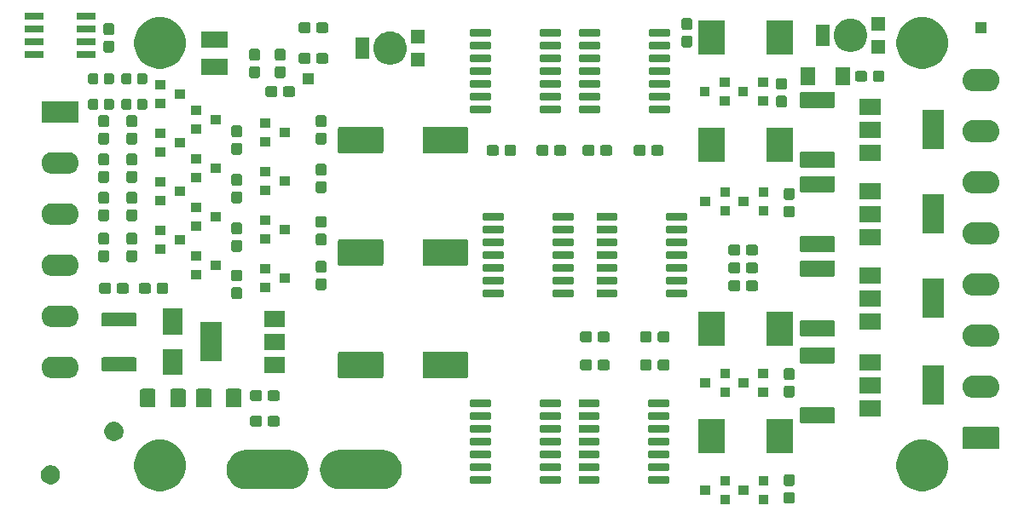
<source format=gbr>
G04 #@! TF.GenerationSoftware,KiCad,Pcbnew,5.1.6-c6e7f7d~87~ubuntu18.04.1*
G04 #@! TF.CreationDate,2020-08-27T22:21:22+02:00*
G04 #@! TF.ProjectId,PeakHoldPWMDriver,5065616b-486f-46c6-9450-574d44726976,rev?*
G04 #@! TF.SameCoordinates,Original*
G04 #@! TF.FileFunction,Soldermask,Top*
G04 #@! TF.FilePolarity,Negative*
%FSLAX46Y46*%
G04 Gerber Fmt 4.6, Leading zero omitted, Abs format (unit mm)*
G04 Created by KiCad (PCBNEW 5.1.6-c6e7f7d~87~ubuntu18.04.1) date 2020-08-27 22:21:22*
%MOMM*%
%LPD*%
G01*
G04 APERTURE LIST*
%ADD10C,0.100000*%
G04 APERTURE END LIST*
D10*
G36*
X186175000Y-115701000D02*
G01*
X185173000Y-115701000D01*
X185173000Y-114799000D01*
X186175000Y-114799000D01*
X186175000Y-115701000D01*
G37*
G36*
X182365000Y-115701000D02*
G01*
X181363000Y-115701000D01*
X181363000Y-114799000D01*
X182365000Y-114799000D01*
X182365000Y-115701000D01*
G37*
G36*
X188578499Y-114490445D02*
G01*
X188615995Y-114501820D01*
X188650554Y-114520292D01*
X188680847Y-114545153D01*
X188705708Y-114575446D01*
X188724180Y-114610005D01*
X188735555Y-114647501D01*
X188740000Y-114692638D01*
X188740000Y-115431362D01*
X188735555Y-115476499D01*
X188724180Y-115513995D01*
X188705708Y-115548554D01*
X188680847Y-115578847D01*
X188650554Y-115603708D01*
X188615995Y-115622180D01*
X188578499Y-115633555D01*
X188533362Y-115638000D01*
X187894638Y-115638000D01*
X187849501Y-115633555D01*
X187812005Y-115622180D01*
X187777446Y-115603708D01*
X187747153Y-115578847D01*
X187722292Y-115548554D01*
X187703820Y-115513995D01*
X187692445Y-115476499D01*
X187688000Y-115431362D01*
X187688000Y-114692638D01*
X187692445Y-114647501D01*
X187703820Y-114610005D01*
X187722292Y-114575446D01*
X187747153Y-114545153D01*
X187777446Y-114520292D01*
X187812005Y-114501820D01*
X187849501Y-114490445D01*
X187894638Y-114486000D01*
X188533362Y-114486000D01*
X188578499Y-114490445D01*
G37*
G36*
X180365000Y-114751000D02*
G01*
X179363000Y-114751000D01*
X179363000Y-113849000D01*
X180365000Y-113849000D01*
X180365000Y-114751000D01*
G37*
G36*
X184175000Y-114751000D02*
G01*
X183173000Y-114751000D01*
X183173000Y-113849000D01*
X184175000Y-113849000D01*
X184175000Y-114751000D01*
G37*
G36*
X202166098Y-109397033D02*
G01*
X202630350Y-109589332D01*
X202630352Y-109589333D01*
X203048168Y-109868509D01*
X203403491Y-110223832D01*
X203682667Y-110641648D01*
X203682668Y-110641650D01*
X203874967Y-111105902D01*
X203973000Y-111598747D01*
X203973000Y-112101253D01*
X203874967Y-112594098D01*
X203705598Y-113002991D01*
X203682667Y-113058352D01*
X203403491Y-113476168D01*
X203048168Y-113831491D01*
X202630352Y-114110667D01*
X202630351Y-114110668D01*
X202630350Y-114110668D01*
X202166098Y-114302967D01*
X201673253Y-114401000D01*
X201170747Y-114401000D01*
X200677902Y-114302967D01*
X200213650Y-114110668D01*
X200213649Y-114110668D01*
X200213648Y-114110667D01*
X199795832Y-113831491D01*
X199440509Y-113476168D01*
X199161333Y-113058352D01*
X199138402Y-113002991D01*
X198969033Y-112594098D01*
X198871000Y-112101253D01*
X198871000Y-111598747D01*
X198969033Y-111105902D01*
X199161332Y-110641650D01*
X199161333Y-110641648D01*
X199440509Y-110223832D01*
X199795832Y-109868509D01*
X200213648Y-109589333D01*
X200213650Y-109589332D01*
X200677902Y-109397033D01*
X201170747Y-109299000D01*
X201673253Y-109299000D01*
X202166098Y-109397033D01*
G37*
G36*
X126474098Y-109397033D02*
G01*
X126938350Y-109589332D01*
X126938352Y-109589333D01*
X127356168Y-109868509D01*
X127711491Y-110223832D01*
X127990667Y-110641648D01*
X127990668Y-110641650D01*
X128182967Y-111105902D01*
X128281000Y-111598747D01*
X128281000Y-112101253D01*
X128182967Y-112594098D01*
X128013598Y-113002991D01*
X127990667Y-113058352D01*
X127711491Y-113476168D01*
X127356168Y-113831491D01*
X126938352Y-114110667D01*
X126938351Y-114110668D01*
X126938350Y-114110668D01*
X126474098Y-114302967D01*
X125981253Y-114401000D01*
X125478747Y-114401000D01*
X124985902Y-114302967D01*
X124521650Y-114110668D01*
X124521649Y-114110668D01*
X124521648Y-114110667D01*
X124103832Y-113831491D01*
X123748509Y-113476168D01*
X123469333Y-113058352D01*
X123446402Y-113002991D01*
X123277033Y-112594098D01*
X123179000Y-112101253D01*
X123179000Y-111598747D01*
X123277033Y-111105902D01*
X123469332Y-110641650D01*
X123469333Y-110641648D01*
X123748509Y-110223832D01*
X124103832Y-109868509D01*
X124521648Y-109589333D01*
X124521650Y-109589332D01*
X124985902Y-109397033D01*
X125478747Y-109299000D01*
X125981253Y-109299000D01*
X126474098Y-109397033D01*
G37*
G36*
X138880463Y-110345229D02*
G01*
X139248228Y-110456790D01*
X139587162Y-110637954D01*
X139884240Y-110881760D01*
X140128046Y-111178838D01*
X140309210Y-111517772D01*
X140420771Y-111885537D01*
X140458440Y-112268000D01*
X140420771Y-112650463D01*
X140309210Y-113018228D01*
X140128046Y-113357162D01*
X139884240Y-113654240D01*
X139587162Y-113898046D01*
X139248228Y-114079210D01*
X138880463Y-114190771D01*
X138593847Y-114219000D01*
X134202153Y-114219000D01*
X133915537Y-114190771D01*
X133547772Y-114079210D01*
X133208838Y-113898046D01*
X132911760Y-113654240D01*
X132667954Y-113357162D01*
X132486790Y-113018228D01*
X132375229Y-112650463D01*
X132337560Y-112268000D01*
X132375229Y-111885537D01*
X132486790Y-111517772D01*
X132667954Y-111178838D01*
X132911760Y-110881760D01*
X133208838Y-110637954D01*
X133547772Y-110456790D01*
X133915537Y-110345229D01*
X134202153Y-110317000D01*
X138593847Y-110317000D01*
X138880463Y-110345229D01*
G37*
G36*
X148180463Y-110345229D02*
G01*
X148548228Y-110456790D01*
X148887162Y-110637954D01*
X149184240Y-110881760D01*
X149428046Y-111178838D01*
X149609210Y-111517772D01*
X149720771Y-111885537D01*
X149758440Y-112268000D01*
X149720771Y-112650463D01*
X149609210Y-113018228D01*
X149428046Y-113357162D01*
X149184240Y-113654240D01*
X148887162Y-113898046D01*
X148548228Y-114079210D01*
X148180463Y-114190771D01*
X147893847Y-114219000D01*
X143502153Y-114219000D01*
X143215537Y-114190771D01*
X142847772Y-114079210D01*
X142508838Y-113898046D01*
X142211760Y-113654240D01*
X141967954Y-113357162D01*
X141786790Y-113018228D01*
X141675229Y-112650463D01*
X141637560Y-112268000D01*
X141675229Y-111885537D01*
X141786790Y-111517772D01*
X141967954Y-111178838D01*
X142211760Y-110881760D01*
X142508838Y-110637954D01*
X142847772Y-110456790D01*
X143215537Y-110345229D01*
X143502153Y-110317000D01*
X147893847Y-110317000D01*
X148180463Y-110345229D01*
G37*
G36*
X188578499Y-112740445D02*
G01*
X188615995Y-112751820D01*
X188650554Y-112770292D01*
X188680847Y-112795153D01*
X188705708Y-112825446D01*
X188724180Y-112860005D01*
X188735555Y-112897501D01*
X188740000Y-112942638D01*
X188740000Y-113681362D01*
X188735555Y-113726499D01*
X188724180Y-113763995D01*
X188705708Y-113798554D01*
X188680847Y-113828847D01*
X188650554Y-113853708D01*
X188615995Y-113872180D01*
X188578499Y-113883555D01*
X188533362Y-113888000D01*
X187894638Y-113888000D01*
X187849501Y-113883555D01*
X187812005Y-113872180D01*
X187777446Y-113853708D01*
X187747153Y-113828847D01*
X187722292Y-113798554D01*
X187703820Y-113763995D01*
X187692445Y-113726499D01*
X187688000Y-113681362D01*
X187688000Y-112942638D01*
X187692445Y-112897501D01*
X187703820Y-112860005D01*
X187722292Y-112825446D01*
X187747153Y-112795153D01*
X187777446Y-112770292D01*
X187812005Y-112751820D01*
X187849501Y-112740445D01*
X187894638Y-112736000D01*
X188533362Y-112736000D01*
X188578499Y-112740445D01*
G37*
G36*
X186175000Y-113801000D02*
G01*
X185173000Y-113801000D01*
X185173000Y-112899000D01*
X186175000Y-112899000D01*
X186175000Y-113801000D01*
G37*
G36*
X182365000Y-113801000D02*
G01*
X181363000Y-113801000D01*
X181363000Y-112899000D01*
X182365000Y-112899000D01*
X182365000Y-113801000D01*
G37*
G36*
X115142145Y-111856897D02*
G01*
X115315216Y-111928585D01*
X115315217Y-111928586D01*
X115470977Y-112032661D01*
X115603440Y-112165124D01*
X115603441Y-112165126D01*
X115707516Y-112320885D01*
X115779204Y-112493956D01*
X115815750Y-112677684D01*
X115815750Y-112865018D01*
X115779204Y-113048746D01*
X115707516Y-113221817D01*
X115707515Y-113221818D01*
X115603440Y-113377578D01*
X115470977Y-113510041D01*
X115462268Y-113515860D01*
X115315216Y-113614117D01*
X115142145Y-113685805D01*
X114958417Y-113722351D01*
X114771083Y-113722351D01*
X114587355Y-113685805D01*
X114414284Y-113614117D01*
X114267232Y-113515860D01*
X114258523Y-113510041D01*
X114126060Y-113377578D01*
X114021985Y-113221818D01*
X114021984Y-113221817D01*
X113950296Y-113048746D01*
X113913750Y-112865018D01*
X113913750Y-112677684D01*
X113950296Y-112493956D01*
X114021984Y-112320885D01*
X114126059Y-112165126D01*
X114126060Y-112165124D01*
X114258523Y-112032661D01*
X114414283Y-111928586D01*
X114414284Y-111928585D01*
X114587355Y-111856897D01*
X114771083Y-111820351D01*
X114958417Y-111820351D01*
X115142145Y-111856897D01*
G37*
G36*
X176207428Y-112935764D02*
G01*
X176228509Y-112942160D01*
X176247945Y-112952548D01*
X176264976Y-112966524D01*
X176278952Y-112983555D01*
X176289340Y-113002991D01*
X176295736Y-113024072D01*
X176298500Y-113052140D01*
X176298500Y-113515860D01*
X176295736Y-113543928D01*
X176289340Y-113565009D01*
X176278952Y-113584445D01*
X176264976Y-113601476D01*
X176247945Y-113615452D01*
X176228509Y-113625840D01*
X176207428Y-113632236D01*
X176179360Y-113635000D01*
X174340640Y-113635000D01*
X174312572Y-113632236D01*
X174291491Y-113625840D01*
X174272055Y-113615452D01*
X174255024Y-113601476D01*
X174241048Y-113584445D01*
X174230660Y-113565009D01*
X174224264Y-113543928D01*
X174221500Y-113515860D01*
X174221500Y-113052140D01*
X174224264Y-113024072D01*
X174230660Y-113002991D01*
X174241048Y-112983555D01*
X174255024Y-112966524D01*
X174272055Y-112952548D01*
X174291491Y-112942160D01*
X174312572Y-112935764D01*
X174340640Y-112933000D01*
X176179360Y-112933000D01*
X176207428Y-112935764D01*
G37*
G36*
X165445928Y-112935764D02*
G01*
X165467009Y-112942160D01*
X165486445Y-112952548D01*
X165503476Y-112966524D01*
X165517452Y-112983555D01*
X165527840Y-113002991D01*
X165534236Y-113024072D01*
X165537000Y-113052140D01*
X165537000Y-113515860D01*
X165534236Y-113543928D01*
X165527840Y-113565009D01*
X165517452Y-113584445D01*
X165503476Y-113601476D01*
X165486445Y-113615452D01*
X165467009Y-113625840D01*
X165445928Y-113632236D01*
X165417860Y-113635000D01*
X163579140Y-113635000D01*
X163551072Y-113632236D01*
X163529991Y-113625840D01*
X163510555Y-113615452D01*
X163493524Y-113601476D01*
X163479548Y-113584445D01*
X163469160Y-113565009D01*
X163462764Y-113543928D01*
X163460000Y-113515860D01*
X163460000Y-113052140D01*
X163462764Y-113024072D01*
X163469160Y-113002991D01*
X163479548Y-112983555D01*
X163493524Y-112966524D01*
X163510555Y-112952548D01*
X163529991Y-112942160D01*
X163551072Y-112935764D01*
X163579140Y-112933000D01*
X165417860Y-112933000D01*
X165445928Y-112935764D01*
G37*
G36*
X158520928Y-112935764D02*
G01*
X158542009Y-112942160D01*
X158561445Y-112952548D01*
X158578476Y-112966524D01*
X158592452Y-112983555D01*
X158602840Y-113002991D01*
X158609236Y-113024072D01*
X158612000Y-113052140D01*
X158612000Y-113515860D01*
X158609236Y-113543928D01*
X158602840Y-113565009D01*
X158592452Y-113584445D01*
X158578476Y-113601476D01*
X158561445Y-113615452D01*
X158542009Y-113625840D01*
X158520928Y-113632236D01*
X158492860Y-113635000D01*
X156654140Y-113635000D01*
X156626072Y-113632236D01*
X156604991Y-113625840D01*
X156585555Y-113615452D01*
X156568524Y-113601476D01*
X156554548Y-113584445D01*
X156544160Y-113565009D01*
X156537764Y-113543928D01*
X156535000Y-113515860D01*
X156535000Y-113052140D01*
X156537764Y-113024072D01*
X156544160Y-113002991D01*
X156554548Y-112983555D01*
X156568524Y-112966524D01*
X156585555Y-112952548D01*
X156604991Y-112942160D01*
X156626072Y-112935764D01*
X156654140Y-112933000D01*
X158492860Y-112933000D01*
X158520928Y-112935764D01*
G37*
G36*
X169282428Y-112935764D02*
G01*
X169303509Y-112942160D01*
X169322945Y-112952548D01*
X169339976Y-112966524D01*
X169353952Y-112983555D01*
X169364340Y-113002991D01*
X169370736Y-113024072D01*
X169373500Y-113052140D01*
X169373500Y-113515860D01*
X169370736Y-113543928D01*
X169364340Y-113565009D01*
X169353952Y-113584445D01*
X169339976Y-113601476D01*
X169322945Y-113615452D01*
X169303509Y-113625840D01*
X169282428Y-113632236D01*
X169254360Y-113635000D01*
X167415640Y-113635000D01*
X167387572Y-113632236D01*
X167366491Y-113625840D01*
X167347055Y-113615452D01*
X167330024Y-113601476D01*
X167316048Y-113584445D01*
X167305660Y-113565009D01*
X167299264Y-113543928D01*
X167296500Y-113515860D01*
X167296500Y-113052140D01*
X167299264Y-113024072D01*
X167305660Y-113002991D01*
X167316048Y-112983555D01*
X167330024Y-112966524D01*
X167347055Y-112952548D01*
X167366491Y-112942160D01*
X167387572Y-112935764D01*
X167415640Y-112933000D01*
X169254360Y-112933000D01*
X169282428Y-112935764D01*
G37*
G36*
X158520928Y-111665764D02*
G01*
X158542009Y-111672160D01*
X158561445Y-111682548D01*
X158578476Y-111696524D01*
X158592452Y-111713555D01*
X158602840Y-111732991D01*
X158609236Y-111754072D01*
X158612000Y-111782140D01*
X158612000Y-112245860D01*
X158609236Y-112273928D01*
X158602840Y-112295009D01*
X158592452Y-112314445D01*
X158578476Y-112331476D01*
X158561445Y-112345452D01*
X158542009Y-112355840D01*
X158520928Y-112362236D01*
X158492860Y-112365000D01*
X156654140Y-112365000D01*
X156626072Y-112362236D01*
X156604991Y-112355840D01*
X156585555Y-112345452D01*
X156568524Y-112331476D01*
X156554548Y-112314445D01*
X156544160Y-112295009D01*
X156537764Y-112273928D01*
X156535000Y-112245860D01*
X156535000Y-111782140D01*
X156537764Y-111754072D01*
X156544160Y-111732991D01*
X156554548Y-111713555D01*
X156568524Y-111696524D01*
X156585555Y-111682548D01*
X156604991Y-111672160D01*
X156626072Y-111665764D01*
X156654140Y-111663000D01*
X158492860Y-111663000D01*
X158520928Y-111665764D01*
G37*
G36*
X176207428Y-111665764D02*
G01*
X176228509Y-111672160D01*
X176247945Y-111682548D01*
X176264976Y-111696524D01*
X176278952Y-111713555D01*
X176289340Y-111732991D01*
X176295736Y-111754072D01*
X176298500Y-111782140D01*
X176298500Y-112245860D01*
X176295736Y-112273928D01*
X176289340Y-112295009D01*
X176278952Y-112314445D01*
X176264976Y-112331476D01*
X176247945Y-112345452D01*
X176228509Y-112355840D01*
X176207428Y-112362236D01*
X176179360Y-112365000D01*
X174340640Y-112365000D01*
X174312572Y-112362236D01*
X174291491Y-112355840D01*
X174272055Y-112345452D01*
X174255024Y-112331476D01*
X174241048Y-112314445D01*
X174230660Y-112295009D01*
X174224264Y-112273928D01*
X174221500Y-112245860D01*
X174221500Y-111782140D01*
X174224264Y-111754072D01*
X174230660Y-111732991D01*
X174241048Y-111713555D01*
X174255024Y-111696524D01*
X174272055Y-111682548D01*
X174291491Y-111672160D01*
X174312572Y-111665764D01*
X174340640Y-111663000D01*
X176179360Y-111663000D01*
X176207428Y-111665764D01*
G37*
G36*
X169282428Y-111665764D02*
G01*
X169303509Y-111672160D01*
X169322945Y-111682548D01*
X169339976Y-111696524D01*
X169353952Y-111713555D01*
X169364340Y-111732991D01*
X169370736Y-111754072D01*
X169373500Y-111782140D01*
X169373500Y-112245860D01*
X169370736Y-112273928D01*
X169364340Y-112295009D01*
X169353952Y-112314445D01*
X169339976Y-112331476D01*
X169322945Y-112345452D01*
X169303509Y-112355840D01*
X169282428Y-112362236D01*
X169254360Y-112365000D01*
X167415640Y-112365000D01*
X167387572Y-112362236D01*
X167366491Y-112355840D01*
X167347055Y-112345452D01*
X167330024Y-112331476D01*
X167316048Y-112314445D01*
X167305660Y-112295009D01*
X167299264Y-112273928D01*
X167296500Y-112245860D01*
X167296500Y-111782140D01*
X167299264Y-111754072D01*
X167305660Y-111732991D01*
X167316048Y-111713555D01*
X167330024Y-111696524D01*
X167347055Y-111682548D01*
X167366491Y-111672160D01*
X167387572Y-111665764D01*
X167415640Y-111663000D01*
X169254360Y-111663000D01*
X169282428Y-111665764D01*
G37*
G36*
X165445928Y-111665764D02*
G01*
X165467009Y-111672160D01*
X165486445Y-111682548D01*
X165503476Y-111696524D01*
X165517452Y-111713555D01*
X165527840Y-111732991D01*
X165534236Y-111754072D01*
X165537000Y-111782140D01*
X165537000Y-112245860D01*
X165534236Y-112273928D01*
X165527840Y-112295009D01*
X165517452Y-112314445D01*
X165503476Y-112331476D01*
X165486445Y-112345452D01*
X165467009Y-112355840D01*
X165445928Y-112362236D01*
X165417860Y-112365000D01*
X163579140Y-112365000D01*
X163551072Y-112362236D01*
X163529991Y-112355840D01*
X163510555Y-112345452D01*
X163493524Y-112331476D01*
X163479548Y-112314445D01*
X163469160Y-112295009D01*
X163462764Y-112273928D01*
X163460000Y-112245860D01*
X163460000Y-111782140D01*
X163462764Y-111754072D01*
X163469160Y-111732991D01*
X163479548Y-111713555D01*
X163493524Y-111696524D01*
X163510555Y-111682548D01*
X163529991Y-111672160D01*
X163551072Y-111665764D01*
X163579140Y-111663000D01*
X165417860Y-111663000D01*
X165445928Y-111665764D01*
G37*
G36*
X165445928Y-110395764D02*
G01*
X165467009Y-110402160D01*
X165486445Y-110412548D01*
X165503476Y-110426524D01*
X165517452Y-110443555D01*
X165527840Y-110462991D01*
X165534236Y-110484072D01*
X165537000Y-110512140D01*
X165537000Y-110975860D01*
X165534236Y-111003928D01*
X165527840Y-111025009D01*
X165517452Y-111044445D01*
X165503476Y-111061476D01*
X165486445Y-111075452D01*
X165467009Y-111085840D01*
X165445928Y-111092236D01*
X165417860Y-111095000D01*
X163579140Y-111095000D01*
X163551072Y-111092236D01*
X163529991Y-111085840D01*
X163510555Y-111075452D01*
X163493524Y-111061476D01*
X163479548Y-111044445D01*
X163469160Y-111025009D01*
X163462764Y-111003928D01*
X163460000Y-110975860D01*
X163460000Y-110512140D01*
X163462764Y-110484072D01*
X163469160Y-110462991D01*
X163479548Y-110443555D01*
X163493524Y-110426524D01*
X163510555Y-110412548D01*
X163529991Y-110402160D01*
X163551072Y-110395764D01*
X163579140Y-110393000D01*
X165417860Y-110393000D01*
X165445928Y-110395764D01*
G37*
G36*
X169282428Y-110395764D02*
G01*
X169303509Y-110402160D01*
X169322945Y-110412548D01*
X169339976Y-110426524D01*
X169353952Y-110443555D01*
X169364340Y-110462991D01*
X169370736Y-110484072D01*
X169373500Y-110512140D01*
X169373500Y-110975860D01*
X169370736Y-111003928D01*
X169364340Y-111025009D01*
X169353952Y-111044445D01*
X169339976Y-111061476D01*
X169322945Y-111075452D01*
X169303509Y-111085840D01*
X169282428Y-111092236D01*
X169254360Y-111095000D01*
X167415640Y-111095000D01*
X167387572Y-111092236D01*
X167366491Y-111085840D01*
X167347055Y-111075452D01*
X167330024Y-111061476D01*
X167316048Y-111044445D01*
X167305660Y-111025009D01*
X167299264Y-111003928D01*
X167296500Y-110975860D01*
X167296500Y-110512140D01*
X167299264Y-110484072D01*
X167305660Y-110462991D01*
X167316048Y-110443555D01*
X167330024Y-110426524D01*
X167347055Y-110412548D01*
X167366491Y-110402160D01*
X167387572Y-110395764D01*
X167415640Y-110393000D01*
X169254360Y-110393000D01*
X169282428Y-110395764D01*
G37*
G36*
X176207428Y-110395764D02*
G01*
X176228509Y-110402160D01*
X176247945Y-110412548D01*
X176264976Y-110426524D01*
X176278952Y-110443555D01*
X176289340Y-110462991D01*
X176295736Y-110484072D01*
X176298500Y-110512140D01*
X176298500Y-110975860D01*
X176295736Y-111003928D01*
X176289340Y-111025009D01*
X176278952Y-111044445D01*
X176264976Y-111061476D01*
X176247945Y-111075452D01*
X176228509Y-111085840D01*
X176207428Y-111092236D01*
X176179360Y-111095000D01*
X174340640Y-111095000D01*
X174312572Y-111092236D01*
X174291491Y-111085840D01*
X174272055Y-111075452D01*
X174255024Y-111061476D01*
X174241048Y-111044445D01*
X174230660Y-111025009D01*
X174224264Y-111003928D01*
X174221500Y-110975860D01*
X174221500Y-110512140D01*
X174224264Y-110484072D01*
X174230660Y-110462991D01*
X174241048Y-110443555D01*
X174255024Y-110426524D01*
X174272055Y-110412548D01*
X174291491Y-110402160D01*
X174312572Y-110395764D01*
X174340640Y-110393000D01*
X176179360Y-110393000D01*
X176207428Y-110395764D01*
G37*
G36*
X158520928Y-110395764D02*
G01*
X158542009Y-110402160D01*
X158561445Y-110412548D01*
X158578476Y-110426524D01*
X158592452Y-110443555D01*
X158602840Y-110462991D01*
X158609236Y-110484072D01*
X158612000Y-110512140D01*
X158612000Y-110975860D01*
X158609236Y-111003928D01*
X158602840Y-111025009D01*
X158592452Y-111044445D01*
X158578476Y-111061476D01*
X158561445Y-111075452D01*
X158542009Y-111085840D01*
X158520928Y-111092236D01*
X158492860Y-111095000D01*
X156654140Y-111095000D01*
X156626072Y-111092236D01*
X156604991Y-111085840D01*
X156585555Y-111075452D01*
X156568524Y-111061476D01*
X156554548Y-111044445D01*
X156544160Y-111025009D01*
X156537764Y-111003928D01*
X156535000Y-110975860D01*
X156535000Y-110512140D01*
X156537764Y-110484072D01*
X156544160Y-110462991D01*
X156554548Y-110443555D01*
X156568524Y-110426524D01*
X156585555Y-110412548D01*
X156604991Y-110402160D01*
X156626072Y-110395764D01*
X156654140Y-110393000D01*
X158492860Y-110393000D01*
X158520928Y-110395764D01*
G37*
G36*
X188597000Y-110667000D02*
G01*
X185995000Y-110667000D01*
X185995000Y-107265000D01*
X188597000Y-107265000D01*
X188597000Y-110667000D01*
G37*
G36*
X181797000Y-110667000D02*
G01*
X179195000Y-110667000D01*
X179195000Y-107265000D01*
X181797000Y-107265000D01*
X181797000Y-110667000D01*
G37*
G36*
X208980217Y-108030808D02*
G01*
X209011489Y-108040294D01*
X209040308Y-108055698D01*
X209065570Y-108076430D01*
X209086302Y-108101692D01*
X209101706Y-108130511D01*
X209111192Y-108161783D01*
X209115000Y-108200448D01*
X209115000Y-110035552D01*
X209111192Y-110074217D01*
X209101706Y-110105489D01*
X209086302Y-110134308D01*
X209065570Y-110159570D01*
X209040308Y-110180302D01*
X209011489Y-110195706D01*
X208980217Y-110205192D01*
X208941552Y-110209000D01*
X205586448Y-110209000D01*
X205547783Y-110205192D01*
X205516511Y-110195706D01*
X205487692Y-110180302D01*
X205462430Y-110159570D01*
X205441698Y-110134308D01*
X205426294Y-110105489D01*
X205416808Y-110074217D01*
X205413000Y-110035552D01*
X205413000Y-108200448D01*
X205416808Y-108161783D01*
X205426294Y-108130511D01*
X205441698Y-108101692D01*
X205462430Y-108076430D01*
X205487692Y-108055698D01*
X205516511Y-108040294D01*
X205547783Y-108030808D01*
X205586448Y-108027000D01*
X208941552Y-108027000D01*
X208980217Y-108030808D01*
G37*
G36*
X169282428Y-109125764D02*
G01*
X169303509Y-109132160D01*
X169322945Y-109142548D01*
X169339976Y-109156524D01*
X169353952Y-109173555D01*
X169364340Y-109192991D01*
X169370736Y-109214072D01*
X169373500Y-109242140D01*
X169373500Y-109705860D01*
X169370736Y-109733928D01*
X169364340Y-109755009D01*
X169353952Y-109774445D01*
X169339976Y-109791476D01*
X169322945Y-109805452D01*
X169303509Y-109815840D01*
X169282428Y-109822236D01*
X169254360Y-109825000D01*
X167415640Y-109825000D01*
X167387572Y-109822236D01*
X167366491Y-109815840D01*
X167347055Y-109805452D01*
X167330024Y-109791476D01*
X167316048Y-109774445D01*
X167305660Y-109755009D01*
X167299264Y-109733928D01*
X167296500Y-109705860D01*
X167296500Y-109242140D01*
X167299264Y-109214072D01*
X167305660Y-109192991D01*
X167316048Y-109173555D01*
X167330024Y-109156524D01*
X167347055Y-109142548D01*
X167366491Y-109132160D01*
X167387572Y-109125764D01*
X167415640Y-109123000D01*
X169254360Y-109123000D01*
X169282428Y-109125764D01*
G37*
G36*
X165445928Y-109125764D02*
G01*
X165467009Y-109132160D01*
X165486445Y-109142548D01*
X165503476Y-109156524D01*
X165517452Y-109173555D01*
X165527840Y-109192991D01*
X165534236Y-109214072D01*
X165537000Y-109242140D01*
X165537000Y-109705860D01*
X165534236Y-109733928D01*
X165527840Y-109755009D01*
X165517452Y-109774445D01*
X165503476Y-109791476D01*
X165486445Y-109805452D01*
X165467009Y-109815840D01*
X165445928Y-109822236D01*
X165417860Y-109825000D01*
X163579140Y-109825000D01*
X163551072Y-109822236D01*
X163529991Y-109815840D01*
X163510555Y-109805452D01*
X163493524Y-109791476D01*
X163479548Y-109774445D01*
X163469160Y-109755009D01*
X163462764Y-109733928D01*
X163460000Y-109705860D01*
X163460000Y-109242140D01*
X163462764Y-109214072D01*
X163469160Y-109192991D01*
X163479548Y-109173555D01*
X163493524Y-109156524D01*
X163510555Y-109142548D01*
X163529991Y-109132160D01*
X163551072Y-109125764D01*
X163579140Y-109123000D01*
X165417860Y-109123000D01*
X165445928Y-109125764D01*
G37*
G36*
X158520928Y-109125764D02*
G01*
X158542009Y-109132160D01*
X158561445Y-109142548D01*
X158578476Y-109156524D01*
X158592452Y-109173555D01*
X158602840Y-109192991D01*
X158609236Y-109214072D01*
X158612000Y-109242140D01*
X158612000Y-109705860D01*
X158609236Y-109733928D01*
X158602840Y-109755009D01*
X158592452Y-109774445D01*
X158578476Y-109791476D01*
X158561445Y-109805452D01*
X158542009Y-109815840D01*
X158520928Y-109822236D01*
X158492860Y-109825000D01*
X156654140Y-109825000D01*
X156626072Y-109822236D01*
X156604991Y-109815840D01*
X156585555Y-109805452D01*
X156568524Y-109791476D01*
X156554548Y-109774445D01*
X156544160Y-109755009D01*
X156537764Y-109733928D01*
X156535000Y-109705860D01*
X156535000Y-109242140D01*
X156537764Y-109214072D01*
X156544160Y-109192991D01*
X156554548Y-109173555D01*
X156568524Y-109156524D01*
X156585555Y-109142548D01*
X156604991Y-109132160D01*
X156626072Y-109125764D01*
X156654140Y-109123000D01*
X158492860Y-109123000D01*
X158520928Y-109125764D01*
G37*
G36*
X176207428Y-109125764D02*
G01*
X176228509Y-109132160D01*
X176247945Y-109142548D01*
X176264976Y-109156524D01*
X176278952Y-109173555D01*
X176289340Y-109192991D01*
X176295736Y-109214072D01*
X176298500Y-109242140D01*
X176298500Y-109705860D01*
X176295736Y-109733928D01*
X176289340Y-109755009D01*
X176278952Y-109774445D01*
X176264976Y-109791476D01*
X176247945Y-109805452D01*
X176228509Y-109815840D01*
X176207428Y-109822236D01*
X176179360Y-109825000D01*
X174340640Y-109825000D01*
X174312572Y-109822236D01*
X174291491Y-109815840D01*
X174272055Y-109805452D01*
X174255024Y-109791476D01*
X174241048Y-109774445D01*
X174230660Y-109755009D01*
X174224264Y-109733928D01*
X174221500Y-109705860D01*
X174221500Y-109242140D01*
X174224264Y-109214072D01*
X174230660Y-109192991D01*
X174241048Y-109173555D01*
X174255024Y-109156524D01*
X174272055Y-109142548D01*
X174291491Y-109132160D01*
X174312572Y-109125764D01*
X174340640Y-109123000D01*
X176179360Y-109123000D01*
X176207428Y-109125764D01*
G37*
G36*
X121435395Y-107543546D02*
G01*
X121608466Y-107615234D01*
X121608467Y-107615235D01*
X121764227Y-107719310D01*
X121896690Y-107851773D01*
X121899763Y-107856372D01*
X122000766Y-108007534D01*
X122072454Y-108180605D01*
X122109000Y-108364333D01*
X122109000Y-108551667D01*
X122072454Y-108735395D01*
X122000766Y-108908466D01*
X122000765Y-108908467D01*
X121896690Y-109064227D01*
X121764227Y-109196690D01*
X121757781Y-109200997D01*
X121608466Y-109300766D01*
X121435395Y-109372454D01*
X121251667Y-109409000D01*
X121064333Y-109409000D01*
X120880605Y-109372454D01*
X120707534Y-109300766D01*
X120558219Y-109200997D01*
X120551773Y-109196690D01*
X120419310Y-109064227D01*
X120315235Y-108908467D01*
X120315234Y-108908466D01*
X120243546Y-108735395D01*
X120207000Y-108551667D01*
X120207000Y-108364333D01*
X120243546Y-108180605D01*
X120315234Y-108007534D01*
X120416237Y-107856372D01*
X120419310Y-107851773D01*
X120551773Y-107719310D01*
X120707533Y-107615235D01*
X120707534Y-107615234D01*
X120880605Y-107543546D01*
X121064333Y-107507000D01*
X121251667Y-107507000D01*
X121435395Y-107543546D01*
G37*
G36*
X169282428Y-107855764D02*
G01*
X169303509Y-107862160D01*
X169322945Y-107872548D01*
X169339976Y-107886524D01*
X169353952Y-107903555D01*
X169364340Y-107922991D01*
X169370736Y-107944072D01*
X169373500Y-107972140D01*
X169373500Y-108435860D01*
X169370736Y-108463928D01*
X169364340Y-108485009D01*
X169353952Y-108504445D01*
X169339976Y-108521476D01*
X169322945Y-108535452D01*
X169303509Y-108545840D01*
X169282428Y-108552236D01*
X169254360Y-108555000D01*
X167415640Y-108555000D01*
X167387572Y-108552236D01*
X167366491Y-108545840D01*
X167347055Y-108535452D01*
X167330024Y-108521476D01*
X167316048Y-108504445D01*
X167305660Y-108485009D01*
X167299264Y-108463928D01*
X167296500Y-108435860D01*
X167296500Y-107972140D01*
X167299264Y-107944072D01*
X167305660Y-107922991D01*
X167316048Y-107903555D01*
X167330024Y-107886524D01*
X167347055Y-107872548D01*
X167366491Y-107862160D01*
X167387572Y-107855764D01*
X167415640Y-107853000D01*
X169254360Y-107853000D01*
X169282428Y-107855764D01*
G37*
G36*
X165445928Y-107855764D02*
G01*
X165467009Y-107862160D01*
X165486445Y-107872548D01*
X165503476Y-107886524D01*
X165517452Y-107903555D01*
X165527840Y-107922991D01*
X165534236Y-107944072D01*
X165537000Y-107972140D01*
X165537000Y-108435860D01*
X165534236Y-108463928D01*
X165527840Y-108485009D01*
X165517452Y-108504445D01*
X165503476Y-108521476D01*
X165486445Y-108535452D01*
X165467009Y-108545840D01*
X165445928Y-108552236D01*
X165417860Y-108555000D01*
X163579140Y-108555000D01*
X163551072Y-108552236D01*
X163529991Y-108545840D01*
X163510555Y-108535452D01*
X163493524Y-108521476D01*
X163479548Y-108504445D01*
X163469160Y-108485009D01*
X163462764Y-108463928D01*
X163460000Y-108435860D01*
X163460000Y-107972140D01*
X163462764Y-107944072D01*
X163469160Y-107922991D01*
X163479548Y-107903555D01*
X163493524Y-107886524D01*
X163510555Y-107872548D01*
X163529991Y-107862160D01*
X163551072Y-107855764D01*
X163579140Y-107853000D01*
X165417860Y-107853000D01*
X165445928Y-107855764D01*
G37*
G36*
X158520928Y-107855764D02*
G01*
X158542009Y-107862160D01*
X158561445Y-107872548D01*
X158578476Y-107886524D01*
X158592452Y-107903555D01*
X158602840Y-107922991D01*
X158609236Y-107944072D01*
X158612000Y-107972140D01*
X158612000Y-108435860D01*
X158609236Y-108463928D01*
X158602840Y-108485009D01*
X158592452Y-108504445D01*
X158578476Y-108521476D01*
X158561445Y-108535452D01*
X158542009Y-108545840D01*
X158520928Y-108552236D01*
X158492860Y-108555000D01*
X156654140Y-108555000D01*
X156626072Y-108552236D01*
X156604991Y-108545840D01*
X156585555Y-108535452D01*
X156568524Y-108521476D01*
X156554548Y-108504445D01*
X156544160Y-108485009D01*
X156537764Y-108463928D01*
X156535000Y-108435860D01*
X156535000Y-107972140D01*
X156537764Y-107944072D01*
X156544160Y-107922991D01*
X156554548Y-107903555D01*
X156568524Y-107886524D01*
X156585555Y-107872548D01*
X156604991Y-107862160D01*
X156626072Y-107855764D01*
X156654140Y-107853000D01*
X158492860Y-107853000D01*
X158520928Y-107855764D01*
G37*
G36*
X176207428Y-107855764D02*
G01*
X176228509Y-107862160D01*
X176247945Y-107872548D01*
X176264976Y-107886524D01*
X176278952Y-107903555D01*
X176289340Y-107922991D01*
X176295736Y-107944072D01*
X176298500Y-107972140D01*
X176298500Y-108435860D01*
X176295736Y-108463928D01*
X176289340Y-108485009D01*
X176278952Y-108504445D01*
X176264976Y-108521476D01*
X176247945Y-108535452D01*
X176228509Y-108545840D01*
X176207428Y-108552236D01*
X176179360Y-108555000D01*
X174340640Y-108555000D01*
X174312572Y-108552236D01*
X174291491Y-108545840D01*
X174272055Y-108535452D01*
X174255024Y-108521476D01*
X174241048Y-108504445D01*
X174230660Y-108485009D01*
X174224264Y-108463928D01*
X174221500Y-108435860D01*
X174221500Y-107972140D01*
X174224264Y-107944072D01*
X174230660Y-107922991D01*
X174241048Y-107903555D01*
X174255024Y-107886524D01*
X174272055Y-107872548D01*
X174291491Y-107862160D01*
X174312572Y-107855764D01*
X174340640Y-107853000D01*
X176179360Y-107853000D01*
X176207428Y-107855764D01*
G37*
G36*
X135683499Y-106920445D02*
G01*
X135720995Y-106931820D01*
X135755554Y-106950292D01*
X135785847Y-106975153D01*
X135810708Y-107005446D01*
X135829180Y-107040005D01*
X135840555Y-107077501D01*
X135845000Y-107122638D01*
X135845000Y-107761362D01*
X135840555Y-107806499D01*
X135829180Y-107843995D01*
X135810708Y-107878554D01*
X135785847Y-107908847D01*
X135755554Y-107933708D01*
X135720995Y-107952180D01*
X135683499Y-107963555D01*
X135638362Y-107968000D01*
X134899638Y-107968000D01*
X134854501Y-107963555D01*
X134817005Y-107952180D01*
X134782446Y-107933708D01*
X134752153Y-107908847D01*
X134727292Y-107878554D01*
X134708820Y-107843995D01*
X134697445Y-107806499D01*
X134693000Y-107761362D01*
X134693000Y-107122638D01*
X134697445Y-107077501D01*
X134708820Y-107040005D01*
X134727292Y-107005446D01*
X134752153Y-106975153D01*
X134782446Y-106950292D01*
X134817005Y-106931820D01*
X134854501Y-106920445D01*
X134899638Y-106916000D01*
X135638362Y-106916000D01*
X135683499Y-106920445D01*
G37*
G36*
X137433499Y-106920445D02*
G01*
X137470995Y-106931820D01*
X137505554Y-106950292D01*
X137535847Y-106975153D01*
X137560708Y-107005446D01*
X137579180Y-107040005D01*
X137590555Y-107077501D01*
X137595000Y-107122638D01*
X137595000Y-107761362D01*
X137590555Y-107806499D01*
X137579180Y-107843995D01*
X137560708Y-107878554D01*
X137535847Y-107908847D01*
X137505554Y-107933708D01*
X137470995Y-107952180D01*
X137433499Y-107963555D01*
X137388362Y-107968000D01*
X136649638Y-107968000D01*
X136604501Y-107963555D01*
X136567005Y-107952180D01*
X136532446Y-107933708D01*
X136502153Y-107908847D01*
X136477292Y-107878554D01*
X136458820Y-107843995D01*
X136447445Y-107806499D01*
X136443000Y-107761362D01*
X136443000Y-107122638D01*
X136447445Y-107077501D01*
X136458820Y-107040005D01*
X136477292Y-107005446D01*
X136502153Y-106975153D01*
X136532446Y-106950292D01*
X136567005Y-106931820D01*
X136604501Y-106920445D01*
X136649638Y-106916000D01*
X137388362Y-106916000D01*
X137433499Y-106920445D01*
G37*
G36*
X192586820Y-106064103D02*
G01*
X192620985Y-106074467D01*
X192652464Y-106091293D01*
X192680060Y-106113940D01*
X192702707Y-106141536D01*
X192719533Y-106173015D01*
X192729897Y-106207180D01*
X192734000Y-106248842D01*
X192734000Y-107498158D01*
X192729897Y-107539820D01*
X192719533Y-107573985D01*
X192702707Y-107605464D01*
X192680060Y-107633060D01*
X192652464Y-107655707D01*
X192620985Y-107672533D01*
X192586820Y-107682897D01*
X192545158Y-107687000D01*
X189470842Y-107687000D01*
X189429180Y-107682897D01*
X189395015Y-107672533D01*
X189363536Y-107655707D01*
X189335940Y-107633060D01*
X189313293Y-107605464D01*
X189296467Y-107573985D01*
X189286103Y-107539820D01*
X189282000Y-107498158D01*
X189282000Y-106248842D01*
X189286103Y-106207180D01*
X189296467Y-106173015D01*
X189313293Y-106141536D01*
X189335940Y-106113940D01*
X189363536Y-106091293D01*
X189395015Y-106074467D01*
X189429180Y-106064103D01*
X189470842Y-106060000D01*
X192545158Y-106060000D01*
X192586820Y-106064103D01*
G37*
G36*
X165445928Y-106585764D02*
G01*
X165467009Y-106592160D01*
X165486445Y-106602548D01*
X165503476Y-106616524D01*
X165517452Y-106633555D01*
X165527840Y-106652991D01*
X165534236Y-106674072D01*
X165537000Y-106702140D01*
X165537000Y-107165860D01*
X165534236Y-107193928D01*
X165527840Y-107215009D01*
X165517452Y-107234445D01*
X165503476Y-107251476D01*
X165486445Y-107265452D01*
X165467009Y-107275840D01*
X165445928Y-107282236D01*
X165417860Y-107285000D01*
X163579140Y-107285000D01*
X163551072Y-107282236D01*
X163529991Y-107275840D01*
X163510555Y-107265452D01*
X163493524Y-107251476D01*
X163479548Y-107234445D01*
X163469160Y-107215009D01*
X163462764Y-107193928D01*
X163460000Y-107165860D01*
X163460000Y-106702140D01*
X163462764Y-106674072D01*
X163469160Y-106652991D01*
X163479548Y-106633555D01*
X163493524Y-106616524D01*
X163510555Y-106602548D01*
X163529991Y-106592160D01*
X163551072Y-106585764D01*
X163579140Y-106583000D01*
X165417860Y-106583000D01*
X165445928Y-106585764D01*
G37*
G36*
X158520928Y-106585764D02*
G01*
X158542009Y-106592160D01*
X158561445Y-106602548D01*
X158578476Y-106616524D01*
X158592452Y-106633555D01*
X158602840Y-106652991D01*
X158609236Y-106674072D01*
X158612000Y-106702140D01*
X158612000Y-107165860D01*
X158609236Y-107193928D01*
X158602840Y-107215009D01*
X158592452Y-107234445D01*
X158578476Y-107251476D01*
X158561445Y-107265452D01*
X158542009Y-107275840D01*
X158520928Y-107282236D01*
X158492860Y-107285000D01*
X156654140Y-107285000D01*
X156626072Y-107282236D01*
X156604991Y-107275840D01*
X156585555Y-107265452D01*
X156568524Y-107251476D01*
X156554548Y-107234445D01*
X156544160Y-107215009D01*
X156537764Y-107193928D01*
X156535000Y-107165860D01*
X156535000Y-106702140D01*
X156537764Y-106674072D01*
X156544160Y-106652991D01*
X156554548Y-106633555D01*
X156568524Y-106616524D01*
X156585555Y-106602548D01*
X156604991Y-106592160D01*
X156626072Y-106585764D01*
X156654140Y-106583000D01*
X158492860Y-106583000D01*
X158520928Y-106585764D01*
G37*
G36*
X176207428Y-106585764D02*
G01*
X176228509Y-106592160D01*
X176247945Y-106602548D01*
X176264976Y-106616524D01*
X176278952Y-106633555D01*
X176289340Y-106652991D01*
X176295736Y-106674072D01*
X176298500Y-106702140D01*
X176298500Y-107165860D01*
X176295736Y-107193928D01*
X176289340Y-107215009D01*
X176278952Y-107234445D01*
X176264976Y-107251476D01*
X176247945Y-107265452D01*
X176228509Y-107275840D01*
X176207428Y-107282236D01*
X176179360Y-107285000D01*
X174340640Y-107285000D01*
X174312572Y-107282236D01*
X174291491Y-107275840D01*
X174272055Y-107265452D01*
X174255024Y-107251476D01*
X174241048Y-107234445D01*
X174230660Y-107215009D01*
X174224264Y-107193928D01*
X174221500Y-107165860D01*
X174221500Y-106702140D01*
X174224264Y-106674072D01*
X174230660Y-106652991D01*
X174241048Y-106633555D01*
X174255024Y-106616524D01*
X174272055Y-106602548D01*
X174291491Y-106592160D01*
X174312572Y-106585764D01*
X174340640Y-106583000D01*
X176179360Y-106583000D01*
X176207428Y-106585764D01*
G37*
G36*
X169282428Y-106585764D02*
G01*
X169303509Y-106592160D01*
X169322945Y-106602548D01*
X169339976Y-106616524D01*
X169353952Y-106633555D01*
X169364340Y-106652991D01*
X169370736Y-106674072D01*
X169373500Y-106702140D01*
X169373500Y-107165860D01*
X169370736Y-107193928D01*
X169364340Y-107215009D01*
X169353952Y-107234445D01*
X169339976Y-107251476D01*
X169322945Y-107265452D01*
X169303509Y-107275840D01*
X169282428Y-107282236D01*
X169254360Y-107285000D01*
X167415640Y-107285000D01*
X167387572Y-107282236D01*
X167366491Y-107275840D01*
X167347055Y-107265452D01*
X167330024Y-107251476D01*
X167316048Y-107234445D01*
X167305660Y-107215009D01*
X167299264Y-107193928D01*
X167296500Y-107165860D01*
X167296500Y-106702140D01*
X167299264Y-106674072D01*
X167305660Y-106652991D01*
X167316048Y-106633555D01*
X167330024Y-106616524D01*
X167347055Y-106602548D01*
X167366491Y-106592160D01*
X167387572Y-106585764D01*
X167415640Y-106583000D01*
X169254360Y-106583000D01*
X169282428Y-106585764D01*
G37*
G36*
X197291000Y-106973000D02*
G01*
X195189000Y-106973000D01*
X195189000Y-105371000D01*
X197291000Y-105371000D01*
X197291000Y-106973000D01*
G37*
G36*
X128121062Y-104234181D02*
G01*
X128155981Y-104244774D01*
X128188163Y-104261976D01*
X128216373Y-104285127D01*
X128239524Y-104313337D01*
X128256726Y-104345519D01*
X128267319Y-104380438D01*
X128271500Y-104422895D01*
X128271500Y-105889105D01*
X128267319Y-105931562D01*
X128256726Y-105966481D01*
X128239524Y-105998663D01*
X128216373Y-106026873D01*
X128188163Y-106050024D01*
X128155981Y-106067226D01*
X128121062Y-106077819D01*
X128078605Y-106082000D01*
X126937395Y-106082000D01*
X126894938Y-106077819D01*
X126860019Y-106067226D01*
X126827837Y-106050024D01*
X126799627Y-106026873D01*
X126776476Y-105998663D01*
X126759274Y-105966481D01*
X126748681Y-105931562D01*
X126744500Y-105889105D01*
X126744500Y-104422895D01*
X126748681Y-104380438D01*
X126759274Y-104345519D01*
X126776476Y-104313337D01*
X126799627Y-104285127D01*
X126827837Y-104261976D01*
X126860019Y-104244774D01*
X126894938Y-104234181D01*
X126937395Y-104230000D01*
X128078605Y-104230000D01*
X128121062Y-104234181D01*
G37*
G36*
X130697562Y-104234181D02*
G01*
X130732481Y-104244774D01*
X130764663Y-104261976D01*
X130792873Y-104285127D01*
X130816024Y-104313337D01*
X130833226Y-104345519D01*
X130843819Y-104380438D01*
X130848000Y-104422895D01*
X130848000Y-105889105D01*
X130843819Y-105931562D01*
X130833226Y-105966481D01*
X130816024Y-105998663D01*
X130792873Y-106026873D01*
X130764663Y-106050024D01*
X130732481Y-106067226D01*
X130697562Y-106077819D01*
X130655105Y-106082000D01*
X129513895Y-106082000D01*
X129471438Y-106077819D01*
X129436519Y-106067226D01*
X129404337Y-106050024D01*
X129376127Y-106026873D01*
X129352976Y-105998663D01*
X129335774Y-105966481D01*
X129325181Y-105931562D01*
X129321000Y-105889105D01*
X129321000Y-104422895D01*
X129325181Y-104380438D01*
X129335774Y-104345519D01*
X129352976Y-104313337D01*
X129376127Y-104285127D01*
X129404337Y-104261976D01*
X129436519Y-104244774D01*
X129471438Y-104234181D01*
X129513895Y-104230000D01*
X130655105Y-104230000D01*
X130697562Y-104234181D01*
G37*
G36*
X133672562Y-104234181D02*
G01*
X133707481Y-104244774D01*
X133739663Y-104261976D01*
X133767873Y-104285127D01*
X133791024Y-104313337D01*
X133808226Y-104345519D01*
X133818819Y-104380438D01*
X133823000Y-104422895D01*
X133823000Y-105889105D01*
X133818819Y-105931562D01*
X133808226Y-105966481D01*
X133791024Y-105998663D01*
X133767873Y-106026873D01*
X133739663Y-106050024D01*
X133707481Y-106067226D01*
X133672562Y-106077819D01*
X133630105Y-106082000D01*
X132488895Y-106082000D01*
X132446438Y-106077819D01*
X132411519Y-106067226D01*
X132379337Y-106050024D01*
X132351127Y-106026873D01*
X132327976Y-105998663D01*
X132310774Y-105966481D01*
X132300181Y-105931562D01*
X132296000Y-105889105D01*
X132296000Y-104422895D01*
X132300181Y-104380438D01*
X132310774Y-104345519D01*
X132327976Y-104313337D01*
X132351127Y-104285127D01*
X132379337Y-104261976D01*
X132411519Y-104244774D01*
X132446438Y-104234181D01*
X132488895Y-104230000D01*
X133630105Y-104230000D01*
X133672562Y-104234181D01*
G37*
G36*
X125146062Y-104234181D02*
G01*
X125180981Y-104244774D01*
X125213163Y-104261976D01*
X125241373Y-104285127D01*
X125264524Y-104313337D01*
X125281726Y-104345519D01*
X125292319Y-104380438D01*
X125296500Y-104422895D01*
X125296500Y-105889105D01*
X125292319Y-105931562D01*
X125281726Y-105966481D01*
X125264524Y-105998663D01*
X125241373Y-106026873D01*
X125213163Y-106050024D01*
X125180981Y-106067226D01*
X125146062Y-106077819D01*
X125103605Y-106082000D01*
X123962395Y-106082000D01*
X123919938Y-106077819D01*
X123885019Y-106067226D01*
X123852837Y-106050024D01*
X123824627Y-106026873D01*
X123801476Y-105998663D01*
X123784274Y-105966481D01*
X123773681Y-105931562D01*
X123769500Y-105889105D01*
X123769500Y-104422895D01*
X123773681Y-104380438D01*
X123784274Y-104345519D01*
X123801476Y-104313337D01*
X123824627Y-104285127D01*
X123852837Y-104261976D01*
X123885019Y-104244774D01*
X123919938Y-104234181D01*
X123962395Y-104230000D01*
X125103605Y-104230000D01*
X125146062Y-104234181D01*
G37*
G36*
X176207428Y-105315764D02*
G01*
X176228509Y-105322160D01*
X176247945Y-105332548D01*
X176264976Y-105346524D01*
X176278952Y-105363555D01*
X176289340Y-105382991D01*
X176295736Y-105404072D01*
X176298500Y-105432140D01*
X176298500Y-105895860D01*
X176295736Y-105923928D01*
X176289340Y-105945009D01*
X176278952Y-105964445D01*
X176264976Y-105981476D01*
X176247945Y-105995452D01*
X176228509Y-106005840D01*
X176207428Y-106012236D01*
X176179360Y-106015000D01*
X174340640Y-106015000D01*
X174312572Y-106012236D01*
X174291491Y-106005840D01*
X174272055Y-105995452D01*
X174255024Y-105981476D01*
X174241048Y-105964445D01*
X174230660Y-105945009D01*
X174224264Y-105923928D01*
X174221500Y-105895860D01*
X174221500Y-105432140D01*
X174224264Y-105404072D01*
X174230660Y-105382991D01*
X174241048Y-105363555D01*
X174255024Y-105346524D01*
X174272055Y-105332548D01*
X174291491Y-105322160D01*
X174312572Y-105315764D01*
X174340640Y-105313000D01*
X176179360Y-105313000D01*
X176207428Y-105315764D01*
G37*
G36*
X169282428Y-105315764D02*
G01*
X169303509Y-105322160D01*
X169322945Y-105332548D01*
X169339976Y-105346524D01*
X169353952Y-105363555D01*
X169364340Y-105382991D01*
X169370736Y-105404072D01*
X169373500Y-105432140D01*
X169373500Y-105895860D01*
X169370736Y-105923928D01*
X169364340Y-105945009D01*
X169353952Y-105964445D01*
X169339976Y-105981476D01*
X169322945Y-105995452D01*
X169303509Y-106005840D01*
X169282428Y-106012236D01*
X169254360Y-106015000D01*
X167415640Y-106015000D01*
X167387572Y-106012236D01*
X167366491Y-106005840D01*
X167347055Y-105995452D01*
X167330024Y-105981476D01*
X167316048Y-105964445D01*
X167305660Y-105945009D01*
X167299264Y-105923928D01*
X167296500Y-105895860D01*
X167296500Y-105432140D01*
X167299264Y-105404072D01*
X167305660Y-105382991D01*
X167316048Y-105363555D01*
X167330024Y-105346524D01*
X167347055Y-105332548D01*
X167366491Y-105322160D01*
X167387572Y-105315764D01*
X167415640Y-105313000D01*
X169254360Y-105313000D01*
X169282428Y-105315764D01*
G37*
G36*
X158520928Y-105315764D02*
G01*
X158542009Y-105322160D01*
X158561445Y-105332548D01*
X158578476Y-105346524D01*
X158592452Y-105363555D01*
X158602840Y-105382991D01*
X158609236Y-105404072D01*
X158612000Y-105432140D01*
X158612000Y-105895860D01*
X158609236Y-105923928D01*
X158602840Y-105945009D01*
X158592452Y-105964445D01*
X158578476Y-105981476D01*
X158561445Y-105995452D01*
X158542009Y-106005840D01*
X158520928Y-106012236D01*
X158492860Y-106015000D01*
X156654140Y-106015000D01*
X156626072Y-106012236D01*
X156604991Y-106005840D01*
X156585555Y-105995452D01*
X156568524Y-105981476D01*
X156554548Y-105964445D01*
X156544160Y-105945009D01*
X156537764Y-105923928D01*
X156535000Y-105895860D01*
X156535000Y-105432140D01*
X156537764Y-105404072D01*
X156544160Y-105382991D01*
X156554548Y-105363555D01*
X156568524Y-105346524D01*
X156585555Y-105332548D01*
X156604991Y-105322160D01*
X156626072Y-105315764D01*
X156654140Y-105313000D01*
X158492860Y-105313000D01*
X158520928Y-105315764D01*
G37*
G36*
X165445928Y-105315764D02*
G01*
X165467009Y-105322160D01*
X165486445Y-105332548D01*
X165503476Y-105346524D01*
X165517452Y-105363555D01*
X165527840Y-105382991D01*
X165534236Y-105404072D01*
X165537000Y-105432140D01*
X165537000Y-105895860D01*
X165534236Y-105923928D01*
X165527840Y-105945009D01*
X165517452Y-105964445D01*
X165503476Y-105981476D01*
X165486445Y-105995452D01*
X165467009Y-106005840D01*
X165445928Y-106012236D01*
X165417860Y-106015000D01*
X163579140Y-106015000D01*
X163551072Y-106012236D01*
X163529991Y-106005840D01*
X163510555Y-105995452D01*
X163493524Y-105981476D01*
X163479548Y-105964445D01*
X163469160Y-105945009D01*
X163462764Y-105923928D01*
X163460000Y-105895860D01*
X163460000Y-105432140D01*
X163462764Y-105404072D01*
X163469160Y-105382991D01*
X163479548Y-105363555D01*
X163493524Y-105346524D01*
X163510555Y-105332548D01*
X163529991Y-105322160D01*
X163551072Y-105315764D01*
X163579140Y-105313000D01*
X165417860Y-105313000D01*
X165445928Y-105315764D01*
G37*
G36*
X203591000Y-105823000D02*
G01*
X201489000Y-105823000D01*
X201489000Y-101921000D01*
X203591000Y-101921000D01*
X203591000Y-105823000D01*
G37*
G36*
X137433499Y-104380445D02*
G01*
X137470995Y-104391820D01*
X137505554Y-104410292D01*
X137535847Y-104435153D01*
X137560708Y-104465446D01*
X137579180Y-104500005D01*
X137590555Y-104537501D01*
X137595000Y-104582638D01*
X137595000Y-105221362D01*
X137590555Y-105266499D01*
X137579180Y-105303995D01*
X137560708Y-105338554D01*
X137535847Y-105368847D01*
X137505554Y-105393708D01*
X137470995Y-105412180D01*
X137433499Y-105423555D01*
X137388362Y-105428000D01*
X136649638Y-105428000D01*
X136604501Y-105423555D01*
X136567005Y-105412180D01*
X136532446Y-105393708D01*
X136502153Y-105368847D01*
X136477292Y-105338554D01*
X136458820Y-105303995D01*
X136447445Y-105266499D01*
X136443000Y-105221362D01*
X136443000Y-104582638D01*
X136447445Y-104537501D01*
X136458820Y-104500005D01*
X136477292Y-104465446D01*
X136502153Y-104435153D01*
X136532446Y-104410292D01*
X136567005Y-104391820D01*
X136604501Y-104380445D01*
X136649638Y-104376000D01*
X137388362Y-104376000D01*
X137433499Y-104380445D01*
G37*
G36*
X135683499Y-104380445D02*
G01*
X135720995Y-104391820D01*
X135755554Y-104410292D01*
X135785847Y-104435153D01*
X135810708Y-104465446D01*
X135829180Y-104500005D01*
X135840555Y-104537501D01*
X135845000Y-104582638D01*
X135845000Y-105221362D01*
X135840555Y-105266499D01*
X135829180Y-105303995D01*
X135810708Y-105338554D01*
X135785847Y-105368847D01*
X135755554Y-105393708D01*
X135720995Y-105412180D01*
X135683499Y-105423555D01*
X135638362Y-105428000D01*
X134899638Y-105428000D01*
X134854501Y-105423555D01*
X134817005Y-105412180D01*
X134782446Y-105393708D01*
X134752153Y-105368847D01*
X134727292Y-105338554D01*
X134708820Y-105303995D01*
X134697445Y-105266499D01*
X134693000Y-105221362D01*
X134693000Y-104582638D01*
X134697445Y-104537501D01*
X134708820Y-104500005D01*
X134727292Y-104465446D01*
X134752153Y-104435153D01*
X134782446Y-104410292D01*
X134817005Y-104391820D01*
X134854501Y-104380445D01*
X134899638Y-104376000D01*
X135638362Y-104376000D01*
X135683499Y-104380445D01*
G37*
G36*
X208237871Y-102962786D02*
G01*
X208405245Y-103013558D01*
X208424905Y-103019522D01*
X208443530Y-103025172D01*
X208633055Y-103126475D01*
X208633058Y-103126477D01*
X208633059Y-103126478D01*
X208799186Y-103262814D01*
X208935522Y-103428941D01*
X208935525Y-103428945D01*
X209036828Y-103618470D01*
X209099214Y-103824129D01*
X209120278Y-104038000D01*
X209099214Y-104251871D01*
X209036828Y-104457530D01*
X208935525Y-104647055D01*
X208935523Y-104647058D01*
X208935522Y-104647059D01*
X208799186Y-104813186D01*
X208667205Y-104921499D01*
X208633055Y-104949525D01*
X208443530Y-105050828D01*
X208237871Y-105113214D01*
X208077591Y-105129000D01*
X206450409Y-105129000D01*
X206290129Y-105113214D01*
X206084470Y-105050828D01*
X205894945Y-104949525D01*
X205860795Y-104921499D01*
X205728814Y-104813186D01*
X205592478Y-104647059D01*
X205592477Y-104647058D01*
X205592475Y-104647055D01*
X205491172Y-104457530D01*
X205428786Y-104251871D01*
X205407722Y-104038000D01*
X205428786Y-103824129D01*
X205491172Y-103618470D01*
X205592475Y-103428945D01*
X205592478Y-103428941D01*
X205728814Y-103262814D01*
X205894941Y-103126478D01*
X205894942Y-103126477D01*
X205894945Y-103126475D01*
X206084470Y-103025172D01*
X206103096Y-103019522D01*
X206122755Y-103013558D01*
X206290129Y-102962786D01*
X206450409Y-102947000D01*
X208077591Y-102947000D01*
X208237871Y-102962786D01*
G37*
G36*
X188578499Y-103935445D02*
G01*
X188615995Y-103946820D01*
X188650554Y-103965292D01*
X188680847Y-103990153D01*
X188705708Y-104020446D01*
X188724180Y-104055005D01*
X188735555Y-104092501D01*
X188740000Y-104137638D01*
X188740000Y-104876362D01*
X188735555Y-104921499D01*
X188724180Y-104958995D01*
X188705708Y-104993554D01*
X188680847Y-105023847D01*
X188650554Y-105048708D01*
X188615995Y-105067180D01*
X188578499Y-105078555D01*
X188533362Y-105083000D01*
X187894638Y-105083000D01*
X187849501Y-105078555D01*
X187812005Y-105067180D01*
X187777446Y-105048708D01*
X187747153Y-105023847D01*
X187722292Y-104993554D01*
X187703820Y-104958995D01*
X187692445Y-104921499D01*
X187688000Y-104876362D01*
X187688000Y-104137638D01*
X187692445Y-104092501D01*
X187703820Y-104055005D01*
X187722292Y-104020446D01*
X187747153Y-103990153D01*
X187777446Y-103965292D01*
X187812005Y-103946820D01*
X187849501Y-103935445D01*
X187894638Y-103931000D01*
X188533362Y-103931000D01*
X188578499Y-103935445D01*
G37*
G36*
X186159000Y-105033000D02*
G01*
X185157000Y-105033000D01*
X185157000Y-104131000D01*
X186159000Y-104131000D01*
X186159000Y-105033000D01*
G37*
G36*
X182365000Y-105033000D02*
G01*
X181363000Y-105033000D01*
X181363000Y-104131000D01*
X182365000Y-104131000D01*
X182365000Y-105033000D01*
G37*
G36*
X197291000Y-104673000D02*
G01*
X195189000Y-104673000D01*
X195189000Y-103071000D01*
X197291000Y-103071000D01*
X197291000Y-104673000D01*
G37*
G36*
X180365000Y-104083000D02*
G01*
X179363000Y-104083000D01*
X179363000Y-103181000D01*
X180365000Y-103181000D01*
X180365000Y-104083000D01*
G37*
G36*
X184159000Y-104083000D02*
G01*
X183157000Y-104083000D01*
X183157000Y-103181000D01*
X184159000Y-103181000D01*
X184159000Y-104083000D01*
G37*
G36*
X188578499Y-102185445D02*
G01*
X188615995Y-102196820D01*
X188650554Y-102215292D01*
X188680847Y-102240153D01*
X188705708Y-102270446D01*
X188724180Y-102305005D01*
X188735555Y-102342501D01*
X188740000Y-102387638D01*
X188740000Y-103126362D01*
X188735555Y-103171499D01*
X188724180Y-103208995D01*
X188705708Y-103243554D01*
X188680847Y-103273847D01*
X188650554Y-103298708D01*
X188615995Y-103317180D01*
X188578499Y-103328555D01*
X188533362Y-103333000D01*
X187894638Y-103333000D01*
X187849501Y-103328555D01*
X187812005Y-103317180D01*
X187777446Y-103298708D01*
X187747153Y-103273847D01*
X187722292Y-103243554D01*
X187703820Y-103208995D01*
X187692445Y-103171499D01*
X187688000Y-103126362D01*
X187688000Y-102387638D01*
X187692445Y-102342501D01*
X187703820Y-102305005D01*
X187722292Y-102270446D01*
X187747153Y-102240153D01*
X187777446Y-102215292D01*
X187812005Y-102196820D01*
X187849501Y-102185445D01*
X187894638Y-102181000D01*
X188533362Y-102181000D01*
X188578499Y-102185445D01*
G37*
G36*
X116797871Y-101032786D02*
G01*
X116910659Y-101067000D01*
X116993074Y-101092000D01*
X117003530Y-101095172D01*
X117193055Y-101196475D01*
X117193058Y-101196477D01*
X117193059Y-101196478D01*
X117359186Y-101332814D01*
X117495522Y-101498941D01*
X117495525Y-101498945D01*
X117596828Y-101688470D01*
X117659214Y-101894129D01*
X117680278Y-102108000D01*
X117659214Y-102321871D01*
X117596828Y-102527530D01*
X117495525Y-102717055D01*
X117495523Y-102717058D01*
X117495522Y-102717059D01*
X117359186Y-102883186D01*
X117193059Y-103019522D01*
X117193055Y-103019525D01*
X117003530Y-103120828D01*
X117003527Y-103120829D01*
X116981535Y-103127500D01*
X116797871Y-103183214D01*
X116637591Y-103199000D01*
X115010409Y-103199000D01*
X114850129Y-103183214D01*
X114666465Y-103127500D01*
X114644473Y-103120829D01*
X114644470Y-103120828D01*
X114454945Y-103019525D01*
X114454941Y-103019522D01*
X114288814Y-102883186D01*
X114152478Y-102717059D01*
X114152477Y-102717058D01*
X114152475Y-102717055D01*
X114051172Y-102527530D01*
X113988786Y-102321871D01*
X113967722Y-102108000D01*
X113988786Y-101894129D01*
X114051172Y-101688470D01*
X114152475Y-101498945D01*
X114152478Y-101498941D01*
X114288814Y-101332814D01*
X114454941Y-101196478D01*
X114454942Y-101196477D01*
X114454945Y-101196475D01*
X114644470Y-101095172D01*
X114654927Y-101092000D01*
X114737341Y-101067000D01*
X114850129Y-101032786D01*
X115010409Y-101017000D01*
X116637591Y-101017000D01*
X116797871Y-101032786D01*
G37*
G36*
X147781934Y-100556671D02*
G01*
X147811877Y-100565754D01*
X147839465Y-100580500D01*
X147863651Y-100600349D01*
X147883500Y-100624535D01*
X147898246Y-100652123D01*
X147907329Y-100682066D01*
X147911000Y-100719340D01*
X147911000Y-102988660D01*
X147907329Y-103025934D01*
X147898246Y-103055877D01*
X147883500Y-103083465D01*
X147863651Y-103107651D01*
X147839465Y-103127500D01*
X147811877Y-103142246D01*
X147781934Y-103151329D01*
X147744660Y-103155000D01*
X143575340Y-103155000D01*
X143538066Y-103151329D01*
X143508123Y-103142246D01*
X143480535Y-103127500D01*
X143456349Y-103107651D01*
X143436500Y-103083465D01*
X143421754Y-103055877D01*
X143412671Y-103025934D01*
X143409000Y-102988660D01*
X143409000Y-100719340D01*
X143412671Y-100682066D01*
X143421754Y-100652123D01*
X143436500Y-100624535D01*
X143456349Y-100600349D01*
X143480535Y-100580500D01*
X143508123Y-100565754D01*
X143538066Y-100556671D01*
X143575340Y-100553000D01*
X147744660Y-100553000D01*
X147781934Y-100556671D01*
G37*
G36*
X156181934Y-100556671D02*
G01*
X156211877Y-100565754D01*
X156239465Y-100580500D01*
X156263651Y-100600349D01*
X156283500Y-100624535D01*
X156298246Y-100652123D01*
X156307329Y-100682066D01*
X156311000Y-100719340D01*
X156311000Y-102988660D01*
X156307329Y-103025934D01*
X156298246Y-103055877D01*
X156283500Y-103083465D01*
X156263651Y-103107651D01*
X156239465Y-103127500D01*
X156211877Y-103142246D01*
X156181934Y-103151329D01*
X156144660Y-103155000D01*
X151975340Y-103155000D01*
X151938066Y-103151329D01*
X151908123Y-103142246D01*
X151880535Y-103127500D01*
X151856349Y-103107651D01*
X151836500Y-103083465D01*
X151821754Y-103055877D01*
X151812671Y-103025934D01*
X151809000Y-102988660D01*
X151809000Y-100719340D01*
X151812671Y-100682066D01*
X151821754Y-100652123D01*
X151836500Y-100624535D01*
X151856349Y-100600349D01*
X151880535Y-100580500D01*
X151908123Y-100565754D01*
X151938066Y-100556671D01*
X151975340Y-100553000D01*
X156144660Y-100553000D01*
X156181934Y-100556671D01*
G37*
G36*
X186159000Y-103133000D02*
G01*
X185157000Y-103133000D01*
X185157000Y-102231000D01*
X186159000Y-102231000D01*
X186159000Y-103133000D01*
G37*
G36*
X182365000Y-103133000D02*
G01*
X181363000Y-103133000D01*
X181363000Y-102231000D01*
X182365000Y-102231000D01*
X182365000Y-103133000D01*
G37*
G36*
X127951000Y-102869000D02*
G01*
X126049000Y-102869000D01*
X126049000Y-100267000D01*
X127951000Y-100267000D01*
X127951000Y-102869000D01*
G37*
G36*
X138161000Y-102669000D02*
G01*
X136059000Y-102669000D01*
X136059000Y-101067000D01*
X138161000Y-101067000D01*
X138161000Y-102669000D01*
G37*
G36*
X123261781Y-101096295D02*
G01*
X123297816Y-101107227D01*
X123331024Y-101124977D01*
X123360134Y-101148866D01*
X123384023Y-101177976D01*
X123401773Y-101211184D01*
X123412705Y-101247219D01*
X123417000Y-101290831D01*
X123417000Y-102295169D01*
X123412705Y-102338781D01*
X123401773Y-102374816D01*
X123384023Y-102408024D01*
X123360134Y-102437134D01*
X123331024Y-102461023D01*
X123297816Y-102478773D01*
X123261781Y-102489705D01*
X123218169Y-102494000D01*
X120113831Y-102494000D01*
X120070219Y-102489705D01*
X120034184Y-102478773D01*
X120000976Y-102461023D01*
X119971866Y-102437134D01*
X119947977Y-102408024D01*
X119930227Y-102374816D01*
X119919295Y-102338781D01*
X119915000Y-102295169D01*
X119915000Y-101290831D01*
X119919295Y-101247219D01*
X119930227Y-101211184D01*
X119947977Y-101177976D01*
X119971866Y-101148866D01*
X120000976Y-101124977D01*
X120034184Y-101107227D01*
X120070219Y-101096295D01*
X120113831Y-101092000D01*
X123218169Y-101092000D01*
X123261781Y-101096295D01*
G37*
G36*
X174404499Y-101332445D02*
G01*
X174441995Y-101343820D01*
X174476554Y-101362292D01*
X174506847Y-101387153D01*
X174531708Y-101417446D01*
X174550180Y-101452005D01*
X174561555Y-101489501D01*
X174566000Y-101534638D01*
X174566000Y-102173362D01*
X174561555Y-102218499D01*
X174550180Y-102255995D01*
X174531708Y-102290554D01*
X174506847Y-102320847D01*
X174476554Y-102345708D01*
X174441995Y-102364180D01*
X174404499Y-102375555D01*
X174359362Y-102380000D01*
X173620638Y-102380000D01*
X173575501Y-102375555D01*
X173538005Y-102364180D01*
X173503446Y-102345708D01*
X173473153Y-102320847D01*
X173448292Y-102290554D01*
X173429820Y-102255995D01*
X173418445Y-102218499D01*
X173414000Y-102173362D01*
X173414000Y-101534638D01*
X173418445Y-101489501D01*
X173429820Y-101452005D01*
X173448292Y-101417446D01*
X173473153Y-101387153D01*
X173503446Y-101362292D01*
X173538005Y-101343820D01*
X173575501Y-101332445D01*
X173620638Y-101328000D01*
X174359362Y-101328000D01*
X174404499Y-101332445D01*
G37*
G36*
X176154499Y-101332445D02*
G01*
X176191995Y-101343820D01*
X176226554Y-101362292D01*
X176256847Y-101387153D01*
X176281708Y-101417446D01*
X176300180Y-101452005D01*
X176311555Y-101489501D01*
X176316000Y-101534638D01*
X176316000Y-102173362D01*
X176311555Y-102218499D01*
X176300180Y-102255995D01*
X176281708Y-102290554D01*
X176256847Y-102320847D01*
X176226554Y-102345708D01*
X176191995Y-102364180D01*
X176154499Y-102375555D01*
X176109362Y-102380000D01*
X175370638Y-102380000D01*
X175325501Y-102375555D01*
X175288005Y-102364180D01*
X175253446Y-102345708D01*
X175223153Y-102320847D01*
X175198292Y-102290554D01*
X175179820Y-102255995D01*
X175168445Y-102218499D01*
X175164000Y-102173362D01*
X175164000Y-101534638D01*
X175168445Y-101489501D01*
X175179820Y-101452005D01*
X175198292Y-101417446D01*
X175223153Y-101387153D01*
X175253446Y-101362292D01*
X175288005Y-101343820D01*
X175325501Y-101332445D01*
X175370638Y-101328000D01*
X176109362Y-101328000D01*
X176154499Y-101332445D01*
G37*
G36*
X170199499Y-101332445D02*
G01*
X170236995Y-101343820D01*
X170271554Y-101362292D01*
X170301847Y-101387153D01*
X170326708Y-101417446D01*
X170345180Y-101452005D01*
X170356555Y-101489501D01*
X170361000Y-101534638D01*
X170361000Y-102173362D01*
X170356555Y-102218499D01*
X170345180Y-102255995D01*
X170326708Y-102290554D01*
X170301847Y-102320847D01*
X170271554Y-102345708D01*
X170236995Y-102364180D01*
X170199499Y-102375555D01*
X170154362Y-102380000D01*
X169415638Y-102380000D01*
X169370501Y-102375555D01*
X169333005Y-102364180D01*
X169298446Y-102345708D01*
X169268153Y-102320847D01*
X169243292Y-102290554D01*
X169224820Y-102255995D01*
X169213445Y-102218499D01*
X169209000Y-102173362D01*
X169209000Y-101534638D01*
X169213445Y-101489501D01*
X169224820Y-101452005D01*
X169243292Y-101417446D01*
X169268153Y-101387153D01*
X169298446Y-101362292D01*
X169333005Y-101343820D01*
X169370501Y-101332445D01*
X169415638Y-101328000D01*
X170154362Y-101328000D01*
X170199499Y-101332445D01*
G37*
G36*
X168449499Y-101332445D02*
G01*
X168486995Y-101343820D01*
X168521554Y-101362292D01*
X168551847Y-101387153D01*
X168576708Y-101417446D01*
X168595180Y-101452005D01*
X168606555Y-101489501D01*
X168611000Y-101534638D01*
X168611000Y-102173362D01*
X168606555Y-102218499D01*
X168595180Y-102255995D01*
X168576708Y-102290554D01*
X168551847Y-102320847D01*
X168521554Y-102345708D01*
X168486995Y-102364180D01*
X168449499Y-102375555D01*
X168404362Y-102380000D01*
X167665638Y-102380000D01*
X167620501Y-102375555D01*
X167583005Y-102364180D01*
X167548446Y-102345708D01*
X167518153Y-102320847D01*
X167493292Y-102290554D01*
X167474820Y-102255995D01*
X167463445Y-102218499D01*
X167459000Y-102173362D01*
X167459000Y-101534638D01*
X167463445Y-101489501D01*
X167474820Y-101452005D01*
X167493292Y-101417446D01*
X167518153Y-101387153D01*
X167548446Y-101362292D01*
X167583005Y-101343820D01*
X167620501Y-101332445D01*
X167665638Y-101328000D01*
X168404362Y-101328000D01*
X168449499Y-101332445D01*
G37*
G36*
X197291000Y-102373000D02*
G01*
X195189000Y-102373000D01*
X195189000Y-100771000D01*
X197291000Y-100771000D01*
X197291000Y-102373000D01*
G37*
G36*
X192586820Y-100089103D02*
G01*
X192620985Y-100099467D01*
X192652464Y-100116293D01*
X192680060Y-100138940D01*
X192702707Y-100166536D01*
X192719533Y-100198015D01*
X192729897Y-100232180D01*
X192734000Y-100273842D01*
X192734000Y-101523158D01*
X192729897Y-101564820D01*
X192719533Y-101598985D01*
X192702707Y-101630464D01*
X192680060Y-101658060D01*
X192652464Y-101680707D01*
X192620985Y-101697533D01*
X192586820Y-101707897D01*
X192545158Y-101712000D01*
X189470842Y-101712000D01*
X189429180Y-101707897D01*
X189395015Y-101697533D01*
X189363536Y-101680707D01*
X189335940Y-101658060D01*
X189313293Y-101630464D01*
X189296467Y-101598985D01*
X189286103Y-101564820D01*
X189282000Y-101523158D01*
X189282000Y-100273842D01*
X189286103Y-100232180D01*
X189296467Y-100198015D01*
X189313293Y-100166536D01*
X189335940Y-100138940D01*
X189363536Y-100116293D01*
X189395015Y-100099467D01*
X189429180Y-100089103D01*
X189470842Y-100085000D01*
X192545158Y-100085000D01*
X192586820Y-100089103D01*
G37*
G36*
X131861000Y-101519000D02*
G01*
X129759000Y-101519000D01*
X129759000Y-97617000D01*
X131861000Y-97617000D01*
X131861000Y-101519000D01*
G37*
G36*
X138161000Y-100369000D02*
G01*
X136059000Y-100369000D01*
X136059000Y-98767000D01*
X138161000Y-98767000D01*
X138161000Y-100369000D01*
G37*
G36*
X208237871Y-97882786D02*
G01*
X208374312Y-97924175D01*
X208424905Y-97939522D01*
X208443530Y-97945172D01*
X208633055Y-98046475D01*
X208633058Y-98046477D01*
X208633059Y-98046478D01*
X208799186Y-98182814D01*
X208935522Y-98348941D01*
X208935525Y-98348945D01*
X209036828Y-98538470D01*
X209099214Y-98744129D01*
X209120278Y-98958000D01*
X209099214Y-99171871D01*
X209036828Y-99377530D01*
X208935525Y-99567055D01*
X208935523Y-99567058D01*
X208935522Y-99567059D01*
X208799186Y-99733186D01*
X208633059Y-99869522D01*
X208633055Y-99869525D01*
X208443530Y-99970828D01*
X208237871Y-100033214D01*
X208077591Y-100049000D01*
X206450409Y-100049000D01*
X206290129Y-100033214D01*
X206084470Y-99970828D01*
X205894945Y-99869525D01*
X205894941Y-99869522D01*
X205728814Y-99733186D01*
X205592478Y-99567059D01*
X205592477Y-99567058D01*
X205592475Y-99567055D01*
X205491172Y-99377530D01*
X205428786Y-99171871D01*
X205407722Y-98958000D01*
X205428786Y-98744129D01*
X205491172Y-98538470D01*
X205592475Y-98348945D01*
X205592478Y-98348941D01*
X205728814Y-98182814D01*
X205894941Y-98046478D01*
X205894942Y-98046477D01*
X205894945Y-98046475D01*
X206084470Y-97945172D01*
X206103096Y-97939522D01*
X206153688Y-97924175D01*
X206290129Y-97882786D01*
X206450409Y-97867000D01*
X208077591Y-97867000D01*
X208237871Y-97882786D01*
G37*
G36*
X188597000Y-99999000D02*
G01*
X185995000Y-99999000D01*
X185995000Y-96597000D01*
X188597000Y-96597000D01*
X188597000Y-99999000D01*
G37*
G36*
X181797000Y-99999000D02*
G01*
X179195000Y-99999000D01*
X179195000Y-96597000D01*
X181797000Y-96597000D01*
X181797000Y-99999000D01*
G37*
G36*
X168449499Y-98538445D02*
G01*
X168486995Y-98549820D01*
X168521554Y-98568292D01*
X168551847Y-98593153D01*
X168576708Y-98623446D01*
X168595180Y-98658005D01*
X168606555Y-98695501D01*
X168611000Y-98740638D01*
X168611000Y-99379362D01*
X168606555Y-99424499D01*
X168595180Y-99461995D01*
X168576708Y-99496554D01*
X168551847Y-99526847D01*
X168521554Y-99551708D01*
X168486995Y-99570180D01*
X168449499Y-99581555D01*
X168404362Y-99586000D01*
X167665638Y-99586000D01*
X167620501Y-99581555D01*
X167583005Y-99570180D01*
X167548446Y-99551708D01*
X167518153Y-99526847D01*
X167493292Y-99496554D01*
X167474820Y-99461995D01*
X167463445Y-99424499D01*
X167459000Y-99379362D01*
X167459000Y-98740638D01*
X167463445Y-98695501D01*
X167474820Y-98658005D01*
X167493292Y-98623446D01*
X167518153Y-98593153D01*
X167548446Y-98568292D01*
X167583005Y-98549820D01*
X167620501Y-98538445D01*
X167665638Y-98534000D01*
X168404362Y-98534000D01*
X168449499Y-98538445D01*
G37*
G36*
X174404499Y-98538445D02*
G01*
X174441995Y-98549820D01*
X174476554Y-98568292D01*
X174506847Y-98593153D01*
X174531708Y-98623446D01*
X174550180Y-98658005D01*
X174561555Y-98695501D01*
X174566000Y-98740638D01*
X174566000Y-99379362D01*
X174561555Y-99424499D01*
X174550180Y-99461995D01*
X174531708Y-99496554D01*
X174506847Y-99526847D01*
X174476554Y-99551708D01*
X174441995Y-99570180D01*
X174404499Y-99581555D01*
X174359362Y-99586000D01*
X173620638Y-99586000D01*
X173575501Y-99581555D01*
X173538005Y-99570180D01*
X173503446Y-99551708D01*
X173473153Y-99526847D01*
X173448292Y-99496554D01*
X173429820Y-99461995D01*
X173418445Y-99424499D01*
X173414000Y-99379362D01*
X173414000Y-98740638D01*
X173418445Y-98695501D01*
X173429820Y-98658005D01*
X173448292Y-98623446D01*
X173473153Y-98593153D01*
X173503446Y-98568292D01*
X173538005Y-98549820D01*
X173575501Y-98538445D01*
X173620638Y-98534000D01*
X174359362Y-98534000D01*
X174404499Y-98538445D01*
G37*
G36*
X176154499Y-98538445D02*
G01*
X176191995Y-98549820D01*
X176226554Y-98568292D01*
X176256847Y-98593153D01*
X176281708Y-98623446D01*
X176300180Y-98658005D01*
X176311555Y-98695501D01*
X176316000Y-98740638D01*
X176316000Y-99379362D01*
X176311555Y-99424499D01*
X176300180Y-99461995D01*
X176281708Y-99496554D01*
X176256847Y-99526847D01*
X176226554Y-99551708D01*
X176191995Y-99570180D01*
X176154499Y-99581555D01*
X176109362Y-99586000D01*
X175370638Y-99586000D01*
X175325501Y-99581555D01*
X175288005Y-99570180D01*
X175253446Y-99551708D01*
X175223153Y-99526847D01*
X175198292Y-99496554D01*
X175179820Y-99461995D01*
X175168445Y-99424499D01*
X175164000Y-99379362D01*
X175164000Y-98740638D01*
X175168445Y-98695501D01*
X175179820Y-98658005D01*
X175198292Y-98623446D01*
X175223153Y-98593153D01*
X175253446Y-98568292D01*
X175288005Y-98549820D01*
X175325501Y-98538445D01*
X175370638Y-98534000D01*
X176109362Y-98534000D01*
X176154499Y-98538445D01*
G37*
G36*
X170199499Y-98538445D02*
G01*
X170236995Y-98549820D01*
X170271554Y-98568292D01*
X170301847Y-98593153D01*
X170326708Y-98623446D01*
X170345180Y-98658005D01*
X170356555Y-98695501D01*
X170361000Y-98740638D01*
X170361000Y-99379362D01*
X170356555Y-99424499D01*
X170345180Y-99461995D01*
X170326708Y-99496554D01*
X170301847Y-99526847D01*
X170271554Y-99551708D01*
X170236995Y-99570180D01*
X170199499Y-99581555D01*
X170154362Y-99586000D01*
X169415638Y-99586000D01*
X169370501Y-99581555D01*
X169333005Y-99570180D01*
X169298446Y-99551708D01*
X169268153Y-99526847D01*
X169243292Y-99496554D01*
X169224820Y-99461995D01*
X169213445Y-99424499D01*
X169209000Y-99379362D01*
X169209000Y-98740638D01*
X169213445Y-98695501D01*
X169224820Y-98658005D01*
X169243292Y-98623446D01*
X169268153Y-98593153D01*
X169298446Y-98568292D01*
X169333005Y-98549820D01*
X169370501Y-98538445D01*
X169415638Y-98534000D01*
X170154362Y-98534000D01*
X170199499Y-98538445D01*
G37*
G36*
X192586820Y-97428103D02*
G01*
X192620985Y-97438467D01*
X192652464Y-97455293D01*
X192680060Y-97477940D01*
X192702707Y-97505536D01*
X192719533Y-97537015D01*
X192729897Y-97571180D01*
X192734000Y-97612842D01*
X192734000Y-98862158D01*
X192729897Y-98903820D01*
X192719533Y-98937985D01*
X192702707Y-98969464D01*
X192680060Y-98997060D01*
X192652464Y-99019707D01*
X192620985Y-99036533D01*
X192586820Y-99046897D01*
X192545158Y-99051000D01*
X189470842Y-99051000D01*
X189429180Y-99046897D01*
X189395015Y-99036533D01*
X189363536Y-99019707D01*
X189335940Y-98997060D01*
X189313293Y-98969464D01*
X189296467Y-98937985D01*
X189286103Y-98903820D01*
X189282000Y-98862158D01*
X189282000Y-97612842D01*
X189286103Y-97571180D01*
X189296467Y-97537015D01*
X189313293Y-97505536D01*
X189335940Y-97477940D01*
X189363536Y-97455293D01*
X189395015Y-97438467D01*
X189429180Y-97428103D01*
X189470842Y-97424000D01*
X192545158Y-97424000D01*
X192586820Y-97428103D01*
G37*
G36*
X127951000Y-98869000D02*
G01*
X126049000Y-98869000D01*
X126049000Y-96267000D01*
X127951000Y-96267000D01*
X127951000Y-98869000D01*
G37*
G36*
X197291000Y-98351000D02*
G01*
X195189000Y-98351000D01*
X195189000Y-96749000D01*
X197291000Y-96749000D01*
X197291000Y-98351000D01*
G37*
G36*
X116797871Y-95952786D02*
G01*
X117003530Y-96015172D01*
X117193055Y-96116475D01*
X117193058Y-96116477D01*
X117193059Y-96116478D01*
X117359186Y-96252814D01*
X117495522Y-96418941D01*
X117495525Y-96418945D01*
X117596828Y-96608470D01*
X117659214Y-96814129D01*
X117680278Y-97028000D01*
X117659214Y-97241871D01*
X117596828Y-97447530D01*
X117495525Y-97637055D01*
X117495523Y-97637058D01*
X117495522Y-97637059D01*
X117359186Y-97803186D01*
X117211759Y-97924175D01*
X117193055Y-97939525D01*
X117003530Y-98040828D01*
X117003527Y-98040829D01*
X116965245Y-98052442D01*
X116797871Y-98103214D01*
X116637591Y-98119000D01*
X115010409Y-98119000D01*
X114850129Y-98103214D01*
X114682755Y-98052442D01*
X114644473Y-98040829D01*
X114644470Y-98040828D01*
X114454945Y-97939525D01*
X114436241Y-97924175D01*
X114288814Y-97803186D01*
X114152478Y-97637059D01*
X114152477Y-97637058D01*
X114152475Y-97637055D01*
X114051172Y-97447530D01*
X113988786Y-97241871D01*
X113967722Y-97028000D01*
X113988786Y-96814129D01*
X114051172Y-96608470D01*
X114152475Y-96418945D01*
X114152478Y-96418941D01*
X114288814Y-96252814D01*
X114454941Y-96116478D01*
X114454942Y-96116477D01*
X114454945Y-96116475D01*
X114644470Y-96015172D01*
X114850129Y-95952786D01*
X115010409Y-95937000D01*
X116637591Y-95937000D01*
X116797871Y-95952786D01*
G37*
G36*
X138161000Y-98069000D02*
G01*
X136059000Y-98069000D01*
X136059000Y-96467000D01*
X138161000Y-96467000D01*
X138161000Y-98069000D01*
G37*
G36*
X123261781Y-96646295D02*
G01*
X123297816Y-96657227D01*
X123331024Y-96674977D01*
X123360134Y-96698866D01*
X123384023Y-96727976D01*
X123401773Y-96761184D01*
X123412705Y-96797219D01*
X123417000Y-96840831D01*
X123417000Y-97845169D01*
X123412705Y-97888781D01*
X123401773Y-97924816D01*
X123384023Y-97958024D01*
X123360134Y-97987134D01*
X123331024Y-98011023D01*
X123297816Y-98028773D01*
X123261781Y-98039705D01*
X123218169Y-98044000D01*
X120113831Y-98044000D01*
X120070219Y-98039705D01*
X120034184Y-98028773D01*
X120000976Y-98011023D01*
X119971866Y-97987134D01*
X119947977Y-97958024D01*
X119930227Y-97924816D01*
X119919295Y-97888781D01*
X119915000Y-97845169D01*
X119915000Y-96840831D01*
X119919295Y-96797219D01*
X119930227Y-96761184D01*
X119947977Y-96727976D01*
X119971866Y-96698866D01*
X120000976Y-96674977D01*
X120034184Y-96657227D01*
X120070219Y-96646295D01*
X120113831Y-96642000D01*
X123218169Y-96642000D01*
X123261781Y-96646295D01*
G37*
G36*
X203591000Y-97201000D02*
G01*
X201489000Y-97201000D01*
X201489000Y-93299000D01*
X203591000Y-93299000D01*
X203591000Y-97201000D01*
G37*
G36*
X197291000Y-96051000D02*
G01*
X195189000Y-96051000D01*
X195189000Y-94449000D01*
X197291000Y-94449000D01*
X197291000Y-96051000D01*
G37*
G36*
X133714499Y-94142445D02*
G01*
X133751995Y-94153820D01*
X133786554Y-94172292D01*
X133816847Y-94197153D01*
X133841708Y-94227446D01*
X133860180Y-94262005D01*
X133871555Y-94299501D01*
X133876000Y-94344638D01*
X133876000Y-95083362D01*
X133871555Y-95128499D01*
X133860180Y-95165995D01*
X133841708Y-95200554D01*
X133816847Y-95230847D01*
X133786554Y-95255708D01*
X133751995Y-95274180D01*
X133714499Y-95285555D01*
X133669362Y-95290000D01*
X133030638Y-95290000D01*
X132985501Y-95285555D01*
X132948005Y-95274180D01*
X132913446Y-95255708D01*
X132883153Y-95230847D01*
X132858292Y-95200554D01*
X132839820Y-95165995D01*
X132828445Y-95128499D01*
X132824000Y-95083362D01*
X132824000Y-94344638D01*
X132828445Y-94299501D01*
X132839820Y-94262005D01*
X132858292Y-94227446D01*
X132883153Y-94197153D01*
X132913446Y-94172292D01*
X132948005Y-94153820D01*
X132985501Y-94142445D01*
X133030638Y-94138000D01*
X133669362Y-94138000D01*
X133714499Y-94142445D01*
G37*
G36*
X166715928Y-94393764D02*
G01*
X166737009Y-94400160D01*
X166756445Y-94410548D01*
X166773476Y-94424524D01*
X166787452Y-94441555D01*
X166797840Y-94460991D01*
X166804236Y-94482072D01*
X166807000Y-94510140D01*
X166807000Y-94973860D01*
X166804236Y-95001928D01*
X166797840Y-95023009D01*
X166787452Y-95042445D01*
X166773476Y-95059476D01*
X166756445Y-95073452D01*
X166737009Y-95083840D01*
X166715928Y-95090236D01*
X166687860Y-95093000D01*
X164849140Y-95093000D01*
X164821072Y-95090236D01*
X164799991Y-95083840D01*
X164780555Y-95073452D01*
X164763524Y-95059476D01*
X164749548Y-95042445D01*
X164739160Y-95023009D01*
X164732764Y-95001928D01*
X164730000Y-94973860D01*
X164730000Y-94510140D01*
X164732764Y-94482072D01*
X164739160Y-94460991D01*
X164749548Y-94441555D01*
X164763524Y-94424524D01*
X164780555Y-94410548D01*
X164799991Y-94400160D01*
X164821072Y-94393764D01*
X164849140Y-94391000D01*
X166687860Y-94391000D01*
X166715928Y-94393764D01*
G37*
G36*
X159790928Y-94393764D02*
G01*
X159812009Y-94400160D01*
X159831445Y-94410548D01*
X159848476Y-94424524D01*
X159862452Y-94441555D01*
X159872840Y-94460991D01*
X159879236Y-94482072D01*
X159882000Y-94510140D01*
X159882000Y-94973860D01*
X159879236Y-95001928D01*
X159872840Y-95023009D01*
X159862452Y-95042445D01*
X159848476Y-95059476D01*
X159831445Y-95073452D01*
X159812009Y-95083840D01*
X159790928Y-95090236D01*
X159762860Y-95093000D01*
X157924140Y-95093000D01*
X157896072Y-95090236D01*
X157874991Y-95083840D01*
X157855555Y-95073452D01*
X157838524Y-95059476D01*
X157824548Y-95042445D01*
X157814160Y-95023009D01*
X157807764Y-95001928D01*
X157805000Y-94973860D01*
X157805000Y-94510140D01*
X157807764Y-94482072D01*
X157814160Y-94460991D01*
X157824548Y-94441555D01*
X157838524Y-94424524D01*
X157855555Y-94410548D01*
X157874991Y-94400160D01*
X157896072Y-94393764D01*
X157924140Y-94391000D01*
X159762860Y-94391000D01*
X159790928Y-94393764D01*
G37*
G36*
X171060428Y-94393764D02*
G01*
X171081509Y-94400160D01*
X171100945Y-94410548D01*
X171117976Y-94424524D01*
X171131952Y-94441555D01*
X171142340Y-94460991D01*
X171148736Y-94482072D01*
X171151500Y-94510140D01*
X171151500Y-94973860D01*
X171148736Y-95001928D01*
X171142340Y-95023009D01*
X171131952Y-95042445D01*
X171117976Y-95059476D01*
X171100945Y-95073452D01*
X171081509Y-95083840D01*
X171060428Y-95090236D01*
X171032360Y-95093000D01*
X169193640Y-95093000D01*
X169165572Y-95090236D01*
X169144491Y-95083840D01*
X169125055Y-95073452D01*
X169108024Y-95059476D01*
X169094048Y-95042445D01*
X169083660Y-95023009D01*
X169077264Y-95001928D01*
X169074500Y-94973860D01*
X169074500Y-94510140D01*
X169077264Y-94482072D01*
X169083660Y-94460991D01*
X169094048Y-94441555D01*
X169108024Y-94424524D01*
X169125055Y-94410548D01*
X169144491Y-94400160D01*
X169165572Y-94393764D01*
X169193640Y-94391000D01*
X171032360Y-94391000D01*
X171060428Y-94393764D01*
G37*
G36*
X177985428Y-94393764D02*
G01*
X178006509Y-94400160D01*
X178025945Y-94410548D01*
X178042976Y-94424524D01*
X178056952Y-94441555D01*
X178067340Y-94460991D01*
X178073736Y-94482072D01*
X178076500Y-94510140D01*
X178076500Y-94973860D01*
X178073736Y-95001928D01*
X178067340Y-95023009D01*
X178056952Y-95042445D01*
X178042976Y-95059476D01*
X178025945Y-95073452D01*
X178006509Y-95083840D01*
X177985428Y-95090236D01*
X177957360Y-95093000D01*
X176118640Y-95093000D01*
X176090572Y-95090236D01*
X176069491Y-95083840D01*
X176050055Y-95073452D01*
X176033024Y-95059476D01*
X176019048Y-95042445D01*
X176008660Y-95023009D01*
X176002264Y-95001928D01*
X175999500Y-94973860D01*
X175999500Y-94510140D01*
X176002264Y-94482072D01*
X176008660Y-94460991D01*
X176019048Y-94441555D01*
X176033024Y-94424524D01*
X176050055Y-94410548D01*
X176069491Y-94400160D01*
X176090572Y-94393764D01*
X176118640Y-94391000D01*
X177957360Y-94391000D01*
X177985428Y-94393764D01*
G37*
G36*
X208237871Y-92802786D02*
G01*
X208405245Y-92853558D01*
X208424905Y-92859522D01*
X208443530Y-92865172D01*
X208633055Y-92966475D01*
X208633058Y-92966477D01*
X208633059Y-92966478D01*
X208799186Y-93102814D01*
X208930646Y-93263000D01*
X208935525Y-93268945D01*
X209036828Y-93458470D01*
X209099214Y-93664129D01*
X209120278Y-93878000D01*
X209099214Y-94091871D01*
X209036828Y-94297530D01*
X208935525Y-94487055D01*
X208935523Y-94487058D01*
X208935522Y-94487059D01*
X208799186Y-94653186D01*
X208633059Y-94789522D01*
X208633055Y-94789525D01*
X208443530Y-94890828D01*
X208237871Y-94953214D01*
X208077591Y-94969000D01*
X206450409Y-94969000D01*
X206290129Y-94953214D01*
X206084470Y-94890828D01*
X205894945Y-94789525D01*
X205894941Y-94789522D01*
X205728814Y-94653186D01*
X205592478Y-94487059D01*
X205592477Y-94487058D01*
X205592475Y-94487055D01*
X205491172Y-94297530D01*
X205428786Y-94091871D01*
X205407722Y-93878000D01*
X205428786Y-93664129D01*
X205491172Y-93458470D01*
X205592475Y-93268945D01*
X205597354Y-93263000D01*
X205728814Y-93102814D01*
X205894941Y-92966478D01*
X205894942Y-92966477D01*
X205894945Y-92966475D01*
X206084470Y-92865172D01*
X206103096Y-92859522D01*
X206122755Y-92853558D01*
X206290129Y-92802786D01*
X206450409Y-92787000D01*
X208077591Y-92787000D01*
X208237871Y-92802786D01*
G37*
G36*
X122447499Y-93712445D02*
G01*
X122484995Y-93723820D01*
X122519554Y-93742292D01*
X122549847Y-93767153D01*
X122574708Y-93797446D01*
X122593180Y-93832005D01*
X122604555Y-93869501D01*
X122609000Y-93914638D01*
X122609000Y-94553362D01*
X122604555Y-94598499D01*
X122593180Y-94635995D01*
X122574708Y-94670554D01*
X122549847Y-94700847D01*
X122519554Y-94725708D01*
X122484995Y-94744180D01*
X122447499Y-94755555D01*
X122402362Y-94760000D01*
X121663638Y-94760000D01*
X121618501Y-94755555D01*
X121581005Y-94744180D01*
X121546446Y-94725708D01*
X121516153Y-94700847D01*
X121491292Y-94670554D01*
X121472820Y-94635995D01*
X121461445Y-94598499D01*
X121457000Y-94553362D01*
X121457000Y-93914638D01*
X121461445Y-93869501D01*
X121472820Y-93832005D01*
X121491292Y-93797446D01*
X121516153Y-93767153D01*
X121546446Y-93742292D01*
X121581005Y-93723820D01*
X121618501Y-93712445D01*
X121663638Y-93708000D01*
X122402362Y-93708000D01*
X122447499Y-93712445D01*
G37*
G36*
X126398499Y-93712445D02*
G01*
X126435995Y-93723820D01*
X126470554Y-93742292D01*
X126500847Y-93767153D01*
X126525708Y-93797446D01*
X126544180Y-93832005D01*
X126555555Y-93869501D01*
X126560000Y-93914638D01*
X126560000Y-94553362D01*
X126555555Y-94598499D01*
X126544180Y-94635995D01*
X126525708Y-94670554D01*
X126500847Y-94700847D01*
X126470554Y-94725708D01*
X126435995Y-94744180D01*
X126398499Y-94755555D01*
X126353362Y-94760000D01*
X125614638Y-94760000D01*
X125569501Y-94755555D01*
X125532005Y-94744180D01*
X125497446Y-94725708D01*
X125467153Y-94700847D01*
X125442292Y-94670554D01*
X125423820Y-94635995D01*
X125412445Y-94598499D01*
X125408000Y-94553362D01*
X125408000Y-93914638D01*
X125412445Y-93869501D01*
X125423820Y-93832005D01*
X125442292Y-93797446D01*
X125467153Y-93767153D01*
X125497446Y-93742292D01*
X125532005Y-93723820D01*
X125569501Y-93712445D01*
X125614638Y-93708000D01*
X126353362Y-93708000D01*
X126398499Y-93712445D01*
G37*
G36*
X120697499Y-93712445D02*
G01*
X120734995Y-93723820D01*
X120769554Y-93742292D01*
X120799847Y-93767153D01*
X120824708Y-93797446D01*
X120843180Y-93832005D01*
X120854555Y-93869501D01*
X120859000Y-93914638D01*
X120859000Y-94553362D01*
X120854555Y-94598499D01*
X120843180Y-94635995D01*
X120824708Y-94670554D01*
X120799847Y-94700847D01*
X120769554Y-94725708D01*
X120734995Y-94744180D01*
X120697499Y-94755555D01*
X120652362Y-94760000D01*
X119913638Y-94760000D01*
X119868501Y-94755555D01*
X119831005Y-94744180D01*
X119796446Y-94725708D01*
X119766153Y-94700847D01*
X119741292Y-94670554D01*
X119722820Y-94635995D01*
X119711445Y-94598499D01*
X119707000Y-94553362D01*
X119707000Y-93914638D01*
X119711445Y-93869501D01*
X119722820Y-93832005D01*
X119741292Y-93797446D01*
X119766153Y-93767153D01*
X119796446Y-93742292D01*
X119831005Y-93723820D01*
X119868501Y-93712445D01*
X119913638Y-93708000D01*
X120652362Y-93708000D01*
X120697499Y-93712445D01*
G37*
G36*
X124648499Y-93712445D02*
G01*
X124685995Y-93723820D01*
X124720554Y-93742292D01*
X124750847Y-93767153D01*
X124775708Y-93797446D01*
X124794180Y-93832005D01*
X124805555Y-93869501D01*
X124810000Y-93914638D01*
X124810000Y-94553362D01*
X124805555Y-94598499D01*
X124794180Y-94635995D01*
X124775708Y-94670554D01*
X124750847Y-94700847D01*
X124720554Y-94725708D01*
X124685995Y-94744180D01*
X124648499Y-94755555D01*
X124603362Y-94760000D01*
X123864638Y-94760000D01*
X123819501Y-94755555D01*
X123782005Y-94744180D01*
X123747446Y-94725708D01*
X123717153Y-94700847D01*
X123692292Y-94670554D01*
X123673820Y-94635995D01*
X123662445Y-94598499D01*
X123658000Y-94553362D01*
X123658000Y-93914638D01*
X123662445Y-93869501D01*
X123673820Y-93832005D01*
X123692292Y-93797446D01*
X123717153Y-93767153D01*
X123747446Y-93742292D01*
X123782005Y-93723820D01*
X123819501Y-93712445D01*
X123864638Y-93708000D01*
X124603362Y-93708000D01*
X124648499Y-93712445D01*
G37*
G36*
X136661000Y-94619000D02*
G01*
X135659000Y-94619000D01*
X135659000Y-93717000D01*
X136661000Y-93717000D01*
X136661000Y-94619000D01*
G37*
G36*
X183181499Y-93458445D02*
G01*
X183218995Y-93469820D01*
X183253554Y-93488292D01*
X183283847Y-93513153D01*
X183308708Y-93543446D01*
X183327180Y-93578005D01*
X183338555Y-93615501D01*
X183343000Y-93660638D01*
X183343000Y-94299362D01*
X183338555Y-94344499D01*
X183327180Y-94381995D01*
X183308708Y-94416554D01*
X183283847Y-94446847D01*
X183253554Y-94471708D01*
X183218995Y-94490180D01*
X183181499Y-94501555D01*
X183136362Y-94506000D01*
X182397638Y-94506000D01*
X182352501Y-94501555D01*
X182315005Y-94490180D01*
X182280446Y-94471708D01*
X182250153Y-94446847D01*
X182225292Y-94416554D01*
X182206820Y-94381995D01*
X182195445Y-94344499D01*
X182191000Y-94299362D01*
X182191000Y-93660638D01*
X182195445Y-93615501D01*
X182206820Y-93578005D01*
X182225292Y-93543446D01*
X182250153Y-93513153D01*
X182280446Y-93488292D01*
X182315005Y-93469820D01*
X182352501Y-93458445D01*
X182397638Y-93454000D01*
X183136362Y-93454000D01*
X183181499Y-93458445D01*
G37*
G36*
X184931499Y-93458445D02*
G01*
X184968995Y-93469820D01*
X185003554Y-93488292D01*
X185033847Y-93513153D01*
X185058708Y-93543446D01*
X185077180Y-93578005D01*
X185088555Y-93615501D01*
X185093000Y-93660638D01*
X185093000Y-94299362D01*
X185088555Y-94344499D01*
X185077180Y-94381995D01*
X185058708Y-94416554D01*
X185033847Y-94446847D01*
X185003554Y-94471708D01*
X184968995Y-94490180D01*
X184931499Y-94501555D01*
X184886362Y-94506000D01*
X184147638Y-94506000D01*
X184102501Y-94501555D01*
X184065005Y-94490180D01*
X184030446Y-94471708D01*
X184000153Y-94446847D01*
X183975292Y-94416554D01*
X183956820Y-94381995D01*
X183945445Y-94344499D01*
X183941000Y-94299362D01*
X183941000Y-93660638D01*
X183945445Y-93615501D01*
X183956820Y-93578005D01*
X183975292Y-93543446D01*
X184000153Y-93513153D01*
X184030446Y-93488292D01*
X184065005Y-93469820D01*
X184102501Y-93458445D01*
X184147638Y-93454000D01*
X184886362Y-93454000D01*
X184931499Y-93458445D01*
G37*
G36*
X142096499Y-93267445D02*
G01*
X142133995Y-93278820D01*
X142168554Y-93297292D01*
X142198847Y-93322153D01*
X142223708Y-93352446D01*
X142242180Y-93387005D01*
X142253555Y-93424501D01*
X142258000Y-93469638D01*
X142258000Y-94208362D01*
X142253555Y-94253499D01*
X142242180Y-94290995D01*
X142223708Y-94325554D01*
X142198847Y-94355847D01*
X142168554Y-94380708D01*
X142133995Y-94399180D01*
X142096499Y-94410555D01*
X142051362Y-94415000D01*
X141412638Y-94415000D01*
X141367501Y-94410555D01*
X141330005Y-94399180D01*
X141295446Y-94380708D01*
X141265153Y-94355847D01*
X141240292Y-94325554D01*
X141221820Y-94290995D01*
X141210445Y-94253499D01*
X141206000Y-94208362D01*
X141206000Y-93469638D01*
X141210445Y-93424501D01*
X141221820Y-93387005D01*
X141240292Y-93352446D01*
X141265153Y-93322153D01*
X141295446Y-93297292D01*
X141330005Y-93278820D01*
X141367501Y-93267445D01*
X141412638Y-93263000D01*
X142051362Y-93263000D01*
X142096499Y-93267445D01*
G37*
G36*
X166715928Y-93123764D02*
G01*
X166737009Y-93130160D01*
X166756445Y-93140548D01*
X166773476Y-93154524D01*
X166787452Y-93171555D01*
X166797840Y-93190991D01*
X166804236Y-93212072D01*
X166807000Y-93240140D01*
X166807000Y-93703860D01*
X166804236Y-93731928D01*
X166797840Y-93753009D01*
X166787452Y-93772445D01*
X166773476Y-93789476D01*
X166756445Y-93803452D01*
X166737009Y-93813840D01*
X166715928Y-93820236D01*
X166687860Y-93823000D01*
X164849140Y-93823000D01*
X164821072Y-93820236D01*
X164799991Y-93813840D01*
X164780555Y-93803452D01*
X164763524Y-93789476D01*
X164749548Y-93772445D01*
X164739160Y-93753009D01*
X164732764Y-93731928D01*
X164730000Y-93703860D01*
X164730000Y-93240140D01*
X164732764Y-93212072D01*
X164739160Y-93190991D01*
X164749548Y-93171555D01*
X164763524Y-93154524D01*
X164780555Y-93140548D01*
X164799991Y-93130160D01*
X164821072Y-93123764D01*
X164849140Y-93121000D01*
X166687860Y-93121000D01*
X166715928Y-93123764D01*
G37*
G36*
X159790928Y-93123764D02*
G01*
X159812009Y-93130160D01*
X159831445Y-93140548D01*
X159848476Y-93154524D01*
X159862452Y-93171555D01*
X159872840Y-93190991D01*
X159879236Y-93212072D01*
X159882000Y-93240140D01*
X159882000Y-93703860D01*
X159879236Y-93731928D01*
X159872840Y-93753009D01*
X159862452Y-93772445D01*
X159848476Y-93789476D01*
X159831445Y-93803452D01*
X159812009Y-93813840D01*
X159790928Y-93820236D01*
X159762860Y-93823000D01*
X157924140Y-93823000D01*
X157896072Y-93820236D01*
X157874991Y-93813840D01*
X157855555Y-93803452D01*
X157838524Y-93789476D01*
X157824548Y-93772445D01*
X157814160Y-93753009D01*
X157807764Y-93731928D01*
X157805000Y-93703860D01*
X157805000Y-93240140D01*
X157807764Y-93212072D01*
X157814160Y-93190991D01*
X157824548Y-93171555D01*
X157838524Y-93154524D01*
X157855555Y-93140548D01*
X157874991Y-93130160D01*
X157896072Y-93123764D01*
X157924140Y-93121000D01*
X159762860Y-93121000D01*
X159790928Y-93123764D01*
G37*
G36*
X177985428Y-93123764D02*
G01*
X178006509Y-93130160D01*
X178025945Y-93140548D01*
X178042976Y-93154524D01*
X178056952Y-93171555D01*
X178067340Y-93190991D01*
X178073736Y-93212072D01*
X178076500Y-93240140D01*
X178076500Y-93703860D01*
X178073736Y-93731928D01*
X178067340Y-93753009D01*
X178056952Y-93772445D01*
X178042976Y-93789476D01*
X178025945Y-93803452D01*
X178006509Y-93813840D01*
X177985428Y-93820236D01*
X177957360Y-93823000D01*
X176118640Y-93823000D01*
X176090572Y-93820236D01*
X176069491Y-93813840D01*
X176050055Y-93803452D01*
X176033024Y-93789476D01*
X176019048Y-93772445D01*
X176008660Y-93753009D01*
X176002264Y-93731928D01*
X175999500Y-93703860D01*
X175999500Y-93240140D01*
X176002264Y-93212072D01*
X176008660Y-93190991D01*
X176019048Y-93171555D01*
X176033024Y-93154524D01*
X176050055Y-93140548D01*
X176069491Y-93130160D01*
X176090572Y-93123764D01*
X176118640Y-93121000D01*
X177957360Y-93121000D01*
X177985428Y-93123764D01*
G37*
G36*
X171060428Y-93123764D02*
G01*
X171081509Y-93130160D01*
X171100945Y-93140548D01*
X171117976Y-93154524D01*
X171131952Y-93171555D01*
X171142340Y-93190991D01*
X171148736Y-93212072D01*
X171151500Y-93240140D01*
X171151500Y-93703860D01*
X171148736Y-93731928D01*
X171142340Y-93753009D01*
X171131952Y-93772445D01*
X171117976Y-93789476D01*
X171100945Y-93803452D01*
X171081509Y-93813840D01*
X171060428Y-93820236D01*
X171032360Y-93823000D01*
X169193640Y-93823000D01*
X169165572Y-93820236D01*
X169144491Y-93813840D01*
X169125055Y-93803452D01*
X169108024Y-93789476D01*
X169094048Y-93772445D01*
X169083660Y-93753009D01*
X169077264Y-93731928D01*
X169074500Y-93703860D01*
X169074500Y-93240140D01*
X169077264Y-93212072D01*
X169083660Y-93190991D01*
X169094048Y-93171555D01*
X169108024Y-93154524D01*
X169125055Y-93140548D01*
X169144491Y-93130160D01*
X169165572Y-93123764D01*
X169193640Y-93121000D01*
X171032360Y-93121000D01*
X171060428Y-93123764D01*
G37*
G36*
X197291000Y-93751000D02*
G01*
X195189000Y-93751000D01*
X195189000Y-92149000D01*
X197291000Y-92149000D01*
X197291000Y-93751000D01*
G37*
G36*
X138661000Y-93669000D02*
G01*
X137659000Y-93669000D01*
X137659000Y-92767000D01*
X138661000Y-92767000D01*
X138661000Y-93669000D01*
G37*
G36*
X133714499Y-92392445D02*
G01*
X133751995Y-92403820D01*
X133786554Y-92422292D01*
X133816847Y-92447153D01*
X133841708Y-92477446D01*
X133860180Y-92512005D01*
X133871555Y-92549501D01*
X133876000Y-92594638D01*
X133876000Y-93333362D01*
X133871555Y-93378499D01*
X133860180Y-93415995D01*
X133841708Y-93450554D01*
X133816847Y-93480847D01*
X133786554Y-93505708D01*
X133751995Y-93524180D01*
X133714499Y-93535555D01*
X133669362Y-93540000D01*
X133030638Y-93540000D01*
X132985501Y-93535555D01*
X132948005Y-93524180D01*
X132913446Y-93505708D01*
X132883153Y-93480847D01*
X132858292Y-93450554D01*
X132839820Y-93415995D01*
X132828445Y-93378499D01*
X132824000Y-93333362D01*
X132824000Y-92594638D01*
X132828445Y-92549501D01*
X132839820Y-92512005D01*
X132858292Y-92477446D01*
X132883153Y-92447153D01*
X132913446Y-92422292D01*
X132948005Y-92403820D01*
X132985501Y-92392445D01*
X133030638Y-92388000D01*
X133669362Y-92388000D01*
X133714499Y-92392445D01*
G37*
G36*
X129803000Y-93349000D02*
G01*
X128801000Y-93349000D01*
X128801000Y-92447000D01*
X129803000Y-92447000D01*
X129803000Y-93349000D01*
G37*
G36*
X192586820Y-91453103D02*
G01*
X192620985Y-91463467D01*
X192652464Y-91480293D01*
X192680060Y-91502940D01*
X192702707Y-91530536D01*
X192719533Y-91562015D01*
X192729897Y-91596180D01*
X192734000Y-91637842D01*
X192734000Y-92887158D01*
X192729897Y-92928820D01*
X192719533Y-92962985D01*
X192702707Y-92994464D01*
X192680060Y-93022060D01*
X192652464Y-93044707D01*
X192620985Y-93061533D01*
X192586820Y-93071897D01*
X192545158Y-93076000D01*
X189470842Y-93076000D01*
X189429180Y-93071897D01*
X189395015Y-93061533D01*
X189363536Y-93044707D01*
X189335940Y-93022060D01*
X189313293Y-92994464D01*
X189296467Y-92962985D01*
X189286103Y-92928820D01*
X189282000Y-92887158D01*
X189282000Y-91637842D01*
X189286103Y-91596180D01*
X189296467Y-91562015D01*
X189313293Y-91530536D01*
X189335940Y-91502940D01*
X189363536Y-91480293D01*
X189395015Y-91463467D01*
X189429180Y-91453103D01*
X189470842Y-91449000D01*
X192545158Y-91449000D01*
X192586820Y-91453103D01*
G37*
G36*
X116797871Y-90872786D02*
G01*
X117003530Y-90935172D01*
X117193055Y-91036475D01*
X117193058Y-91036477D01*
X117193059Y-91036478D01*
X117359186Y-91172814D01*
X117495522Y-91338941D01*
X117495525Y-91338945D01*
X117596828Y-91528470D01*
X117659214Y-91734129D01*
X117680278Y-91948000D01*
X117659214Y-92161871D01*
X117596828Y-92367530D01*
X117495525Y-92557055D01*
X117495523Y-92557058D01*
X117495522Y-92557059D01*
X117359186Y-92723186D01*
X117193059Y-92859522D01*
X117193055Y-92859525D01*
X117003530Y-92960828D01*
X117003527Y-92960829D01*
X116965245Y-92972442D01*
X116797871Y-93023214D01*
X116637591Y-93039000D01*
X115010409Y-93039000D01*
X114850129Y-93023214D01*
X114682755Y-92972442D01*
X114644473Y-92960829D01*
X114644470Y-92960828D01*
X114454945Y-92859525D01*
X114454941Y-92859522D01*
X114288814Y-92723186D01*
X114152478Y-92557059D01*
X114152477Y-92557058D01*
X114152475Y-92557055D01*
X114051172Y-92367530D01*
X113988786Y-92161871D01*
X113967722Y-91948000D01*
X113988786Y-91734129D01*
X114051172Y-91528470D01*
X114152475Y-91338945D01*
X114152478Y-91338941D01*
X114288814Y-91172814D01*
X114454941Y-91036478D01*
X114454942Y-91036477D01*
X114454945Y-91036475D01*
X114644470Y-90935172D01*
X114850129Y-90872786D01*
X115010409Y-90857000D01*
X116637591Y-90857000D01*
X116797871Y-90872786D01*
G37*
G36*
X184931499Y-91680445D02*
G01*
X184968995Y-91691820D01*
X185003554Y-91710292D01*
X185033847Y-91735153D01*
X185058708Y-91765446D01*
X185077180Y-91800005D01*
X185088555Y-91837501D01*
X185093000Y-91882638D01*
X185093000Y-92521362D01*
X185088555Y-92566499D01*
X185077180Y-92603995D01*
X185058708Y-92638554D01*
X185033847Y-92668847D01*
X185003554Y-92693708D01*
X184968995Y-92712180D01*
X184931499Y-92723555D01*
X184886362Y-92728000D01*
X184147638Y-92728000D01*
X184102501Y-92723555D01*
X184065005Y-92712180D01*
X184030446Y-92693708D01*
X184000153Y-92668847D01*
X183975292Y-92638554D01*
X183956820Y-92603995D01*
X183945445Y-92566499D01*
X183941000Y-92521362D01*
X183941000Y-91882638D01*
X183945445Y-91837501D01*
X183956820Y-91800005D01*
X183975292Y-91765446D01*
X184000153Y-91735153D01*
X184030446Y-91710292D01*
X184065005Y-91691820D01*
X184102501Y-91680445D01*
X184147638Y-91676000D01*
X184886362Y-91676000D01*
X184931499Y-91680445D01*
G37*
G36*
X183181499Y-91680445D02*
G01*
X183218995Y-91691820D01*
X183253554Y-91710292D01*
X183283847Y-91735153D01*
X183308708Y-91765446D01*
X183327180Y-91800005D01*
X183338555Y-91837501D01*
X183343000Y-91882638D01*
X183343000Y-92521362D01*
X183338555Y-92566499D01*
X183327180Y-92603995D01*
X183308708Y-92638554D01*
X183283847Y-92668847D01*
X183253554Y-92693708D01*
X183218995Y-92712180D01*
X183181499Y-92723555D01*
X183136362Y-92728000D01*
X182397638Y-92728000D01*
X182352501Y-92723555D01*
X182315005Y-92712180D01*
X182280446Y-92693708D01*
X182250153Y-92668847D01*
X182225292Y-92638554D01*
X182206820Y-92603995D01*
X182195445Y-92566499D01*
X182191000Y-92521362D01*
X182191000Y-91882638D01*
X182195445Y-91837501D01*
X182206820Y-91800005D01*
X182225292Y-91765446D01*
X182250153Y-91735153D01*
X182280446Y-91710292D01*
X182315005Y-91691820D01*
X182352501Y-91680445D01*
X182397638Y-91676000D01*
X183136362Y-91676000D01*
X183181499Y-91680445D01*
G37*
G36*
X136661000Y-92719000D02*
G01*
X135659000Y-92719000D01*
X135659000Y-91817000D01*
X136661000Y-91817000D01*
X136661000Y-92719000D01*
G37*
G36*
X142096499Y-91517445D02*
G01*
X142133995Y-91528820D01*
X142168554Y-91547292D01*
X142198847Y-91572153D01*
X142223708Y-91602446D01*
X142242180Y-91637005D01*
X142253555Y-91674501D01*
X142258000Y-91719638D01*
X142258000Y-92458362D01*
X142253555Y-92503499D01*
X142242180Y-92540995D01*
X142223708Y-92575554D01*
X142198847Y-92605847D01*
X142168554Y-92630708D01*
X142133995Y-92649180D01*
X142096499Y-92660555D01*
X142051362Y-92665000D01*
X141412638Y-92665000D01*
X141367501Y-92660555D01*
X141330005Y-92649180D01*
X141295446Y-92630708D01*
X141265153Y-92605847D01*
X141240292Y-92575554D01*
X141221820Y-92540995D01*
X141210445Y-92503499D01*
X141206000Y-92458362D01*
X141206000Y-91719638D01*
X141210445Y-91674501D01*
X141221820Y-91637005D01*
X141240292Y-91602446D01*
X141265153Y-91572153D01*
X141295446Y-91547292D01*
X141330005Y-91528820D01*
X141367501Y-91517445D01*
X141412638Y-91513000D01*
X142051362Y-91513000D01*
X142096499Y-91517445D01*
G37*
G36*
X166715928Y-91853764D02*
G01*
X166737009Y-91860160D01*
X166756445Y-91870548D01*
X166773476Y-91884524D01*
X166787452Y-91901555D01*
X166797840Y-91920991D01*
X166804236Y-91942072D01*
X166807000Y-91970140D01*
X166807000Y-92433860D01*
X166804236Y-92461928D01*
X166797840Y-92483009D01*
X166787452Y-92502445D01*
X166773476Y-92519476D01*
X166756445Y-92533452D01*
X166737009Y-92543840D01*
X166715928Y-92550236D01*
X166687860Y-92553000D01*
X164849140Y-92553000D01*
X164821072Y-92550236D01*
X164799991Y-92543840D01*
X164780555Y-92533452D01*
X164763524Y-92519476D01*
X164749548Y-92502445D01*
X164739160Y-92483009D01*
X164732764Y-92461928D01*
X164730000Y-92433860D01*
X164730000Y-91970140D01*
X164732764Y-91942072D01*
X164739160Y-91920991D01*
X164749548Y-91901555D01*
X164763524Y-91884524D01*
X164780555Y-91870548D01*
X164799991Y-91860160D01*
X164821072Y-91853764D01*
X164849140Y-91851000D01*
X166687860Y-91851000D01*
X166715928Y-91853764D01*
G37*
G36*
X159790928Y-91853764D02*
G01*
X159812009Y-91860160D01*
X159831445Y-91870548D01*
X159848476Y-91884524D01*
X159862452Y-91901555D01*
X159872840Y-91920991D01*
X159879236Y-91942072D01*
X159882000Y-91970140D01*
X159882000Y-92433860D01*
X159879236Y-92461928D01*
X159872840Y-92483009D01*
X159862452Y-92502445D01*
X159848476Y-92519476D01*
X159831445Y-92533452D01*
X159812009Y-92543840D01*
X159790928Y-92550236D01*
X159762860Y-92553000D01*
X157924140Y-92553000D01*
X157896072Y-92550236D01*
X157874991Y-92543840D01*
X157855555Y-92533452D01*
X157838524Y-92519476D01*
X157824548Y-92502445D01*
X157814160Y-92483009D01*
X157807764Y-92461928D01*
X157805000Y-92433860D01*
X157805000Y-91970140D01*
X157807764Y-91942072D01*
X157814160Y-91920991D01*
X157824548Y-91901555D01*
X157838524Y-91884524D01*
X157855555Y-91870548D01*
X157874991Y-91860160D01*
X157896072Y-91853764D01*
X157924140Y-91851000D01*
X159762860Y-91851000D01*
X159790928Y-91853764D01*
G37*
G36*
X171060428Y-91853764D02*
G01*
X171081509Y-91860160D01*
X171100945Y-91870548D01*
X171117976Y-91884524D01*
X171131952Y-91901555D01*
X171142340Y-91920991D01*
X171148736Y-91942072D01*
X171151500Y-91970140D01*
X171151500Y-92433860D01*
X171148736Y-92461928D01*
X171142340Y-92483009D01*
X171131952Y-92502445D01*
X171117976Y-92519476D01*
X171100945Y-92533452D01*
X171081509Y-92543840D01*
X171060428Y-92550236D01*
X171032360Y-92553000D01*
X169193640Y-92553000D01*
X169165572Y-92550236D01*
X169144491Y-92543840D01*
X169125055Y-92533452D01*
X169108024Y-92519476D01*
X169094048Y-92502445D01*
X169083660Y-92483009D01*
X169077264Y-92461928D01*
X169074500Y-92433860D01*
X169074500Y-91970140D01*
X169077264Y-91942072D01*
X169083660Y-91920991D01*
X169094048Y-91901555D01*
X169108024Y-91884524D01*
X169125055Y-91870548D01*
X169144491Y-91860160D01*
X169165572Y-91853764D01*
X169193640Y-91851000D01*
X171032360Y-91851000D01*
X171060428Y-91853764D01*
G37*
G36*
X177985428Y-91853764D02*
G01*
X178006509Y-91860160D01*
X178025945Y-91870548D01*
X178042976Y-91884524D01*
X178056952Y-91901555D01*
X178067340Y-91920991D01*
X178073736Y-91942072D01*
X178076500Y-91970140D01*
X178076500Y-92433860D01*
X178073736Y-92461928D01*
X178067340Y-92483009D01*
X178056952Y-92502445D01*
X178042976Y-92519476D01*
X178025945Y-92533452D01*
X178006509Y-92543840D01*
X177985428Y-92550236D01*
X177957360Y-92553000D01*
X176118640Y-92553000D01*
X176090572Y-92550236D01*
X176069491Y-92543840D01*
X176050055Y-92533452D01*
X176033024Y-92519476D01*
X176019048Y-92502445D01*
X176008660Y-92483009D01*
X176002264Y-92461928D01*
X175999500Y-92433860D01*
X175999500Y-91970140D01*
X176002264Y-91942072D01*
X176008660Y-91920991D01*
X176019048Y-91901555D01*
X176033024Y-91884524D01*
X176050055Y-91870548D01*
X176069491Y-91860160D01*
X176090572Y-91853764D01*
X176118640Y-91851000D01*
X177957360Y-91851000D01*
X177985428Y-91853764D01*
G37*
G36*
X131803000Y-92399000D02*
G01*
X130801000Y-92399000D01*
X130801000Y-91497000D01*
X131803000Y-91497000D01*
X131803000Y-92399000D01*
G37*
G36*
X147781934Y-89380671D02*
G01*
X147811877Y-89389754D01*
X147839465Y-89404500D01*
X147863651Y-89424349D01*
X147883500Y-89448535D01*
X147898246Y-89476123D01*
X147907329Y-89506066D01*
X147911000Y-89543340D01*
X147911000Y-91812660D01*
X147907329Y-91849934D01*
X147898246Y-91879877D01*
X147883500Y-91907465D01*
X147863651Y-91931651D01*
X147839465Y-91951500D01*
X147811877Y-91966246D01*
X147781934Y-91975329D01*
X147744660Y-91979000D01*
X143575340Y-91979000D01*
X143538066Y-91975329D01*
X143508123Y-91966246D01*
X143480535Y-91951500D01*
X143456349Y-91931651D01*
X143436500Y-91907465D01*
X143421754Y-91879877D01*
X143412671Y-91849934D01*
X143409000Y-91812660D01*
X143409000Y-89543340D01*
X143412671Y-89506066D01*
X143421754Y-89476123D01*
X143436500Y-89448535D01*
X143456349Y-89424349D01*
X143480535Y-89404500D01*
X143508123Y-89389754D01*
X143538066Y-89380671D01*
X143575340Y-89377000D01*
X147744660Y-89377000D01*
X147781934Y-89380671D01*
G37*
G36*
X156181934Y-89380671D02*
G01*
X156211877Y-89389754D01*
X156239465Y-89404500D01*
X156263651Y-89424349D01*
X156283500Y-89448535D01*
X156298246Y-89476123D01*
X156307329Y-89506066D01*
X156311000Y-89543340D01*
X156311000Y-91812660D01*
X156307329Y-91849934D01*
X156298246Y-91879877D01*
X156283500Y-91907465D01*
X156263651Y-91931651D01*
X156239465Y-91951500D01*
X156211877Y-91966246D01*
X156181934Y-91975329D01*
X156144660Y-91979000D01*
X151975340Y-91979000D01*
X151938066Y-91975329D01*
X151908123Y-91966246D01*
X151880535Y-91951500D01*
X151856349Y-91931651D01*
X151836500Y-91907465D01*
X151821754Y-91879877D01*
X151812671Y-91849934D01*
X151809000Y-91812660D01*
X151809000Y-89543340D01*
X151812671Y-89506066D01*
X151821754Y-89476123D01*
X151836500Y-89448535D01*
X151856349Y-89424349D01*
X151880535Y-89404500D01*
X151908123Y-89389754D01*
X151938066Y-89380671D01*
X151975340Y-89377000D01*
X156144660Y-89377000D01*
X156181934Y-89380671D01*
G37*
G36*
X120506499Y-90473445D02*
G01*
X120543995Y-90484820D01*
X120578554Y-90503292D01*
X120608847Y-90528153D01*
X120633708Y-90558446D01*
X120652180Y-90593005D01*
X120663555Y-90630501D01*
X120668000Y-90675638D01*
X120668000Y-91414362D01*
X120663555Y-91459499D01*
X120652180Y-91496995D01*
X120633708Y-91531554D01*
X120608847Y-91561847D01*
X120578554Y-91586708D01*
X120543995Y-91605180D01*
X120506499Y-91616555D01*
X120461362Y-91621000D01*
X119822638Y-91621000D01*
X119777501Y-91616555D01*
X119740005Y-91605180D01*
X119705446Y-91586708D01*
X119675153Y-91561847D01*
X119650292Y-91531554D01*
X119631820Y-91496995D01*
X119620445Y-91459499D01*
X119616000Y-91414362D01*
X119616000Y-90675638D01*
X119620445Y-90630501D01*
X119631820Y-90593005D01*
X119650292Y-90558446D01*
X119675153Y-90528153D01*
X119705446Y-90503292D01*
X119740005Y-90484820D01*
X119777501Y-90473445D01*
X119822638Y-90469000D01*
X120461362Y-90469000D01*
X120506499Y-90473445D01*
G37*
G36*
X123300499Y-90473445D02*
G01*
X123337995Y-90484820D01*
X123372554Y-90503292D01*
X123402847Y-90528153D01*
X123427708Y-90558446D01*
X123446180Y-90593005D01*
X123457555Y-90630501D01*
X123462000Y-90675638D01*
X123462000Y-91414362D01*
X123457555Y-91459499D01*
X123446180Y-91496995D01*
X123427708Y-91531554D01*
X123402847Y-91561847D01*
X123372554Y-91586708D01*
X123337995Y-91605180D01*
X123300499Y-91616555D01*
X123255362Y-91621000D01*
X122616638Y-91621000D01*
X122571501Y-91616555D01*
X122534005Y-91605180D01*
X122499446Y-91586708D01*
X122469153Y-91561847D01*
X122444292Y-91531554D01*
X122425820Y-91496995D01*
X122414445Y-91459499D01*
X122410000Y-91414362D01*
X122410000Y-90675638D01*
X122414445Y-90630501D01*
X122425820Y-90593005D01*
X122444292Y-90558446D01*
X122469153Y-90528153D01*
X122499446Y-90503292D01*
X122534005Y-90484820D01*
X122571501Y-90473445D01*
X122616638Y-90469000D01*
X123255362Y-90469000D01*
X123300499Y-90473445D01*
G37*
G36*
X129803000Y-91449000D02*
G01*
X128801000Y-91449000D01*
X128801000Y-90547000D01*
X129803000Y-90547000D01*
X129803000Y-91449000D01*
G37*
G36*
X166715928Y-90583764D02*
G01*
X166737009Y-90590160D01*
X166756445Y-90600548D01*
X166773476Y-90614524D01*
X166787452Y-90631555D01*
X166797840Y-90650991D01*
X166804236Y-90672072D01*
X166807000Y-90700140D01*
X166807000Y-91163860D01*
X166804236Y-91191928D01*
X166797840Y-91213009D01*
X166787452Y-91232445D01*
X166773476Y-91249476D01*
X166756445Y-91263452D01*
X166737009Y-91273840D01*
X166715928Y-91280236D01*
X166687860Y-91283000D01*
X164849140Y-91283000D01*
X164821072Y-91280236D01*
X164799991Y-91273840D01*
X164780555Y-91263452D01*
X164763524Y-91249476D01*
X164749548Y-91232445D01*
X164739160Y-91213009D01*
X164732764Y-91191928D01*
X164730000Y-91163860D01*
X164730000Y-90700140D01*
X164732764Y-90672072D01*
X164739160Y-90650991D01*
X164749548Y-90631555D01*
X164763524Y-90614524D01*
X164780555Y-90600548D01*
X164799991Y-90590160D01*
X164821072Y-90583764D01*
X164849140Y-90581000D01*
X166687860Y-90581000D01*
X166715928Y-90583764D01*
G37*
G36*
X159790928Y-90583764D02*
G01*
X159812009Y-90590160D01*
X159831445Y-90600548D01*
X159848476Y-90614524D01*
X159862452Y-90631555D01*
X159872840Y-90650991D01*
X159879236Y-90672072D01*
X159882000Y-90700140D01*
X159882000Y-91163860D01*
X159879236Y-91191928D01*
X159872840Y-91213009D01*
X159862452Y-91232445D01*
X159848476Y-91249476D01*
X159831445Y-91263452D01*
X159812009Y-91273840D01*
X159790928Y-91280236D01*
X159762860Y-91283000D01*
X157924140Y-91283000D01*
X157896072Y-91280236D01*
X157874991Y-91273840D01*
X157855555Y-91263452D01*
X157838524Y-91249476D01*
X157824548Y-91232445D01*
X157814160Y-91213009D01*
X157807764Y-91191928D01*
X157805000Y-91163860D01*
X157805000Y-90700140D01*
X157807764Y-90672072D01*
X157814160Y-90650991D01*
X157824548Y-90631555D01*
X157838524Y-90614524D01*
X157855555Y-90600548D01*
X157874991Y-90590160D01*
X157896072Y-90583764D01*
X157924140Y-90581000D01*
X159762860Y-90581000D01*
X159790928Y-90583764D01*
G37*
G36*
X171060428Y-90583764D02*
G01*
X171081509Y-90590160D01*
X171100945Y-90600548D01*
X171117976Y-90614524D01*
X171131952Y-90631555D01*
X171142340Y-90650991D01*
X171148736Y-90672072D01*
X171151500Y-90700140D01*
X171151500Y-91163860D01*
X171148736Y-91191928D01*
X171142340Y-91213009D01*
X171131952Y-91232445D01*
X171117976Y-91249476D01*
X171100945Y-91263452D01*
X171081509Y-91273840D01*
X171060428Y-91280236D01*
X171032360Y-91283000D01*
X169193640Y-91283000D01*
X169165572Y-91280236D01*
X169144491Y-91273840D01*
X169125055Y-91263452D01*
X169108024Y-91249476D01*
X169094048Y-91232445D01*
X169083660Y-91213009D01*
X169077264Y-91191928D01*
X169074500Y-91163860D01*
X169074500Y-90700140D01*
X169077264Y-90672072D01*
X169083660Y-90650991D01*
X169094048Y-90631555D01*
X169108024Y-90614524D01*
X169125055Y-90600548D01*
X169144491Y-90590160D01*
X169165572Y-90583764D01*
X169193640Y-90581000D01*
X171032360Y-90581000D01*
X171060428Y-90583764D01*
G37*
G36*
X177985428Y-90583764D02*
G01*
X178006509Y-90590160D01*
X178025945Y-90600548D01*
X178042976Y-90614524D01*
X178056952Y-90631555D01*
X178067340Y-90650991D01*
X178073736Y-90672072D01*
X178076500Y-90700140D01*
X178076500Y-91163860D01*
X178073736Y-91191928D01*
X178067340Y-91213009D01*
X178056952Y-91232445D01*
X178042976Y-91249476D01*
X178025945Y-91263452D01*
X178006509Y-91273840D01*
X177985428Y-91280236D01*
X177957360Y-91283000D01*
X176118640Y-91283000D01*
X176090572Y-91280236D01*
X176069491Y-91273840D01*
X176050055Y-91263452D01*
X176033024Y-91249476D01*
X176019048Y-91232445D01*
X176008660Y-91213009D01*
X176002264Y-91191928D01*
X175999500Y-91163860D01*
X175999500Y-90700140D01*
X176002264Y-90672072D01*
X176008660Y-90650991D01*
X176019048Y-90631555D01*
X176033024Y-90614524D01*
X176050055Y-90600548D01*
X176069491Y-90590160D01*
X176090572Y-90583764D01*
X176118640Y-90581000D01*
X177957360Y-90581000D01*
X177985428Y-90583764D01*
G37*
G36*
X183181499Y-89902445D02*
G01*
X183218995Y-89913820D01*
X183253554Y-89932292D01*
X183283847Y-89957153D01*
X183308708Y-89987446D01*
X183327180Y-90022005D01*
X183338555Y-90059501D01*
X183343000Y-90104638D01*
X183343000Y-90743362D01*
X183338555Y-90788499D01*
X183327180Y-90825995D01*
X183308708Y-90860554D01*
X183283847Y-90890847D01*
X183253554Y-90915708D01*
X183218995Y-90934180D01*
X183181499Y-90945555D01*
X183136362Y-90950000D01*
X182397638Y-90950000D01*
X182352501Y-90945555D01*
X182315005Y-90934180D01*
X182280446Y-90915708D01*
X182250153Y-90890847D01*
X182225292Y-90860554D01*
X182206820Y-90825995D01*
X182195445Y-90788499D01*
X182191000Y-90743362D01*
X182191000Y-90104638D01*
X182195445Y-90059501D01*
X182206820Y-90022005D01*
X182225292Y-89987446D01*
X182250153Y-89957153D01*
X182280446Y-89932292D01*
X182315005Y-89913820D01*
X182352501Y-89902445D01*
X182397638Y-89898000D01*
X183136362Y-89898000D01*
X183181499Y-89902445D01*
G37*
G36*
X184931499Y-89902445D02*
G01*
X184968995Y-89913820D01*
X185003554Y-89932292D01*
X185033847Y-89957153D01*
X185058708Y-89987446D01*
X185077180Y-90022005D01*
X185088555Y-90059501D01*
X185093000Y-90104638D01*
X185093000Y-90743362D01*
X185088555Y-90788499D01*
X185077180Y-90825995D01*
X185058708Y-90860554D01*
X185033847Y-90890847D01*
X185003554Y-90915708D01*
X184968995Y-90934180D01*
X184931499Y-90945555D01*
X184886362Y-90950000D01*
X184147638Y-90950000D01*
X184102501Y-90945555D01*
X184065005Y-90934180D01*
X184030446Y-90915708D01*
X184000153Y-90890847D01*
X183975292Y-90860554D01*
X183956820Y-90825995D01*
X183945445Y-90788499D01*
X183941000Y-90743362D01*
X183941000Y-90104638D01*
X183945445Y-90059501D01*
X183956820Y-90022005D01*
X183975292Y-89987446D01*
X184000153Y-89957153D01*
X184030446Y-89932292D01*
X184065005Y-89913820D01*
X184102501Y-89902445D01*
X184147638Y-89898000D01*
X184886362Y-89898000D01*
X184931499Y-89902445D01*
G37*
G36*
X126247000Y-90809000D02*
G01*
X125245000Y-90809000D01*
X125245000Y-89907000D01*
X126247000Y-89907000D01*
X126247000Y-90809000D01*
G37*
G36*
X192586820Y-89046103D02*
G01*
X192620985Y-89056467D01*
X192652464Y-89073293D01*
X192680060Y-89095940D01*
X192702707Y-89123536D01*
X192719533Y-89155015D01*
X192729897Y-89189180D01*
X192734000Y-89230842D01*
X192734000Y-90480158D01*
X192729897Y-90521820D01*
X192719533Y-90555985D01*
X192702707Y-90587464D01*
X192680060Y-90615060D01*
X192652464Y-90637707D01*
X192620985Y-90654533D01*
X192586820Y-90664897D01*
X192545158Y-90669000D01*
X189470842Y-90669000D01*
X189429180Y-90664897D01*
X189395015Y-90654533D01*
X189363536Y-90637707D01*
X189335940Y-90615060D01*
X189313293Y-90587464D01*
X189296467Y-90555985D01*
X189286103Y-90521820D01*
X189282000Y-90480158D01*
X189282000Y-89230842D01*
X189286103Y-89189180D01*
X189296467Y-89155015D01*
X189313293Y-89123536D01*
X189335940Y-89095940D01*
X189363536Y-89073293D01*
X189395015Y-89056467D01*
X189429180Y-89046103D01*
X189470842Y-89042000D01*
X192545158Y-89042000D01*
X192586820Y-89046103D01*
G37*
G36*
X133714499Y-89457445D02*
G01*
X133751995Y-89468820D01*
X133786554Y-89487292D01*
X133816847Y-89512153D01*
X133841708Y-89542446D01*
X133860180Y-89577005D01*
X133871555Y-89614501D01*
X133876000Y-89659638D01*
X133876000Y-90398362D01*
X133871555Y-90443499D01*
X133860180Y-90480995D01*
X133841708Y-90515554D01*
X133816847Y-90545847D01*
X133786554Y-90570708D01*
X133751995Y-90589180D01*
X133714499Y-90600555D01*
X133669362Y-90605000D01*
X133030638Y-90605000D01*
X132985501Y-90600555D01*
X132948005Y-90589180D01*
X132913446Y-90570708D01*
X132883153Y-90545847D01*
X132858292Y-90515554D01*
X132839820Y-90480995D01*
X132828445Y-90443499D01*
X132824000Y-90398362D01*
X132824000Y-89659638D01*
X132828445Y-89614501D01*
X132839820Y-89577005D01*
X132858292Y-89542446D01*
X132883153Y-89512153D01*
X132913446Y-89487292D01*
X132948005Y-89468820D01*
X132985501Y-89457445D01*
X133030638Y-89453000D01*
X133669362Y-89453000D01*
X133714499Y-89457445D01*
G37*
G36*
X159790928Y-89313764D02*
G01*
X159812009Y-89320160D01*
X159831445Y-89330548D01*
X159848476Y-89344524D01*
X159862452Y-89361555D01*
X159872840Y-89380991D01*
X159879236Y-89402072D01*
X159882000Y-89430140D01*
X159882000Y-89893860D01*
X159879236Y-89921928D01*
X159872840Y-89943009D01*
X159862452Y-89962445D01*
X159848476Y-89979476D01*
X159831445Y-89993452D01*
X159812009Y-90003840D01*
X159790928Y-90010236D01*
X159762860Y-90013000D01*
X157924140Y-90013000D01*
X157896072Y-90010236D01*
X157874991Y-90003840D01*
X157855555Y-89993452D01*
X157838524Y-89979476D01*
X157824548Y-89962445D01*
X157814160Y-89943009D01*
X157807764Y-89921928D01*
X157805000Y-89893860D01*
X157805000Y-89430140D01*
X157807764Y-89402072D01*
X157814160Y-89380991D01*
X157824548Y-89361555D01*
X157838524Y-89344524D01*
X157855555Y-89330548D01*
X157874991Y-89320160D01*
X157896072Y-89313764D01*
X157924140Y-89311000D01*
X159762860Y-89311000D01*
X159790928Y-89313764D01*
G37*
G36*
X166715928Y-89313764D02*
G01*
X166737009Y-89320160D01*
X166756445Y-89330548D01*
X166773476Y-89344524D01*
X166787452Y-89361555D01*
X166797840Y-89380991D01*
X166804236Y-89402072D01*
X166807000Y-89430140D01*
X166807000Y-89893860D01*
X166804236Y-89921928D01*
X166797840Y-89943009D01*
X166787452Y-89962445D01*
X166773476Y-89979476D01*
X166756445Y-89993452D01*
X166737009Y-90003840D01*
X166715928Y-90010236D01*
X166687860Y-90013000D01*
X164849140Y-90013000D01*
X164821072Y-90010236D01*
X164799991Y-90003840D01*
X164780555Y-89993452D01*
X164763524Y-89979476D01*
X164749548Y-89962445D01*
X164739160Y-89943009D01*
X164732764Y-89921928D01*
X164730000Y-89893860D01*
X164730000Y-89430140D01*
X164732764Y-89402072D01*
X164739160Y-89380991D01*
X164749548Y-89361555D01*
X164763524Y-89344524D01*
X164780555Y-89330548D01*
X164799991Y-89320160D01*
X164821072Y-89313764D01*
X164849140Y-89311000D01*
X166687860Y-89311000D01*
X166715928Y-89313764D01*
G37*
G36*
X171060428Y-89313764D02*
G01*
X171081509Y-89320160D01*
X171100945Y-89330548D01*
X171117976Y-89344524D01*
X171131952Y-89361555D01*
X171142340Y-89380991D01*
X171148736Y-89402072D01*
X171151500Y-89430140D01*
X171151500Y-89893860D01*
X171148736Y-89921928D01*
X171142340Y-89943009D01*
X171131952Y-89962445D01*
X171117976Y-89979476D01*
X171100945Y-89993452D01*
X171081509Y-90003840D01*
X171060428Y-90010236D01*
X171032360Y-90013000D01*
X169193640Y-90013000D01*
X169165572Y-90010236D01*
X169144491Y-90003840D01*
X169125055Y-89993452D01*
X169108024Y-89979476D01*
X169094048Y-89962445D01*
X169083660Y-89943009D01*
X169077264Y-89921928D01*
X169074500Y-89893860D01*
X169074500Y-89430140D01*
X169077264Y-89402072D01*
X169083660Y-89380991D01*
X169094048Y-89361555D01*
X169108024Y-89344524D01*
X169125055Y-89330548D01*
X169144491Y-89320160D01*
X169165572Y-89313764D01*
X169193640Y-89311000D01*
X171032360Y-89311000D01*
X171060428Y-89313764D01*
G37*
G36*
X177985428Y-89313764D02*
G01*
X178006509Y-89320160D01*
X178025945Y-89330548D01*
X178042976Y-89344524D01*
X178056952Y-89361555D01*
X178067340Y-89380991D01*
X178073736Y-89402072D01*
X178076500Y-89430140D01*
X178076500Y-89893860D01*
X178073736Y-89921928D01*
X178067340Y-89943009D01*
X178056952Y-89962445D01*
X178042976Y-89979476D01*
X178025945Y-89993452D01*
X178006509Y-90003840D01*
X177985428Y-90010236D01*
X177957360Y-90013000D01*
X176118640Y-90013000D01*
X176090572Y-90010236D01*
X176069491Y-90003840D01*
X176050055Y-89993452D01*
X176033024Y-89979476D01*
X176019048Y-89962445D01*
X176008660Y-89943009D01*
X176002264Y-89921928D01*
X175999500Y-89893860D01*
X175999500Y-89430140D01*
X176002264Y-89402072D01*
X176008660Y-89380991D01*
X176019048Y-89361555D01*
X176033024Y-89344524D01*
X176050055Y-89330548D01*
X176069491Y-89320160D01*
X176090572Y-89313764D01*
X176118640Y-89311000D01*
X177957360Y-89311000D01*
X177985428Y-89313764D01*
G37*
G36*
X197291000Y-89969000D02*
G01*
X195189000Y-89969000D01*
X195189000Y-88367000D01*
X197291000Y-88367000D01*
X197291000Y-89969000D01*
G37*
G36*
X142096499Y-88808445D02*
G01*
X142133995Y-88819820D01*
X142168554Y-88838292D01*
X142198847Y-88863153D01*
X142223708Y-88893446D01*
X142242180Y-88928005D01*
X142253555Y-88965501D01*
X142258000Y-89010638D01*
X142258000Y-89749362D01*
X142253555Y-89794499D01*
X142242180Y-89831995D01*
X142223708Y-89866554D01*
X142198847Y-89896847D01*
X142168554Y-89921708D01*
X142133995Y-89940180D01*
X142096499Y-89951555D01*
X142051362Y-89956000D01*
X141412638Y-89956000D01*
X141367501Y-89951555D01*
X141330005Y-89940180D01*
X141295446Y-89921708D01*
X141265153Y-89896847D01*
X141240292Y-89866554D01*
X141221820Y-89831995D01*
X141210445Y-89794499D01*
X141206000Y-89749362D01*
X141206000Y-89010638D01*
X141210445Y-88965501D01*
X141221820Y-88928005D01*
X141240292Y-88893446D01*
X141265153Y-88863153D01*
X141295446Y-88838292D01*
X141330005Y-88819820D01*
X141367501Y-88808445D01*
X141412638Y-88804000D01*
X142051362Y-88804000D01*
X142096499Y-88808445D01*
G37*
G36*
X208237871Y-87722786D02*
G01*
X208405245Y-87773558D01*
X208426583Y-87780031D01*
X208443530Y-87785172D01*
X208633055Y-87886475D01*
X208633058Y-87886477D01*
X208633059Y-87886478D01*
X208799186Y-88022814D01*
X208933092Y-88185980D01*
X208935525Y-88188945D01*
X209036828Y-88378470D01*
X209099214Y-88584129D01*
X209120278Y-88798000D01*
X209099214Y-89011871D01*
X209036828Y-89217530D01*
X208935525Y-89407055D01*
X208935523Y-89407058D01*
X208935522Y-89407059D01*
X208799186Y-89573186D01*
X208653191Y-89693000D01*
X208633055Y-89709525D01*
X208443530Y-89810828D01*
X208237871Y-89873214D01*
X208077591Y-89889000D01*
X206450409Y-89889000D01*
X206290129Y-89873214D01*
X206084470Y-89810828D01*
X205894945Y-89709525D01*
X205874809Y-89693000D01*
X205728814Y-89573186D01*
X205592478Y-89407059D01*
X205592477Y-89407058D01*
X205592475Y-89407055D01*
X205491172Y-89217530D01*
X205428786Y-89011871D01*
X205407722Y-88798000D01*
X205428786Y-88584129D01*
X205491172Y-88378470D01*
X205592475Y-88188945D01*
X205594908Y-88185980D01*
X205728814Y-88022814D01*
X205894941Y-87886478D01*
X205894942Y-87886477D01*
X205894945Y-87886475D01*
X206084470Y-87785172D01*
X206101418Y-87780031D01*
X206122755Y-87773558D01*
X206290129Y-87722786D01*
X206450409Y-87707000D01*
X208077591Y-87707000D01*
X208237871Y-87722786D01*
G37*
G36*
X120506499Y-88723445D02*
G01*
X120543995Y-88734820D01*
X120578554Y-88753292D01*
X120608847Y-88778153D01*
X120633708Y-88808446D01*
X120652180Y-88843005D01*
X120663555Y-88880501D01*
X120668000Y-88925638D01*
X120668000Y-89664362D01*
X120663555Y-89709499D01*
X120652180Y-89746995D01*
X120633708Y-89781554D01*
X120608847Y-89811847D01*
X120578554Y-89836708D01*
X120543995Y-89855180D01*
X120506499Y-89866555D01*
X120461362Y-89871000D01*
X119822638Y-89871000D01*
X119777501Y-89866555D01*
X119740005Y-89855180D01*
X119705446Y-89836708D01*
X119675153Y-89811847D01*
X119650292Y-89781554D01*
X119631820Y-89746995D01*
X119620445Y-89709499D01*
X119616000Y-89664362D01*
X119616000Y-88925638D01*
X119620445Y-88880501D01*
X119631820Y-88843005D01*
X119650292Y-88808446D01*
X119675153Y-88778153D01*
X119705446Y-88753292D01*
X119740005Y-88734820D01*
X119777501Y-88723445D01*
X119822638Y-88719000D01*
X120461362Y-88719000D01*
X120506499Y-88723445D01*
G37*
G36*
X123300499Y-88723445D02*
G01*
X123337995Y-88734820D01*
X123372554Y-88753292D01*
X123402847Y-88778153D01*
X123427708Y-88808446D01*
X123446180Y-88843005D01*
X123457555Y-88880501D01*
X123462000Y-88925638D01*
X123462000Y-89664362D01*
X123457555Y-89709499D01*
X123446180Y-89746995D01*
X123427708Y-89781554D01*
X123402847Y-89811847D01*
X123372554Y-89836708D01*
X123337995Y-89855180D01*
X123300499Y-89866555D01*
X123255362Y-89871000D01*
X122616638Y-89871000D01*
X122571501Y-89866555D01*
X122534005Y-89855180D01*
X122499446Y-89836708D01*
X122469153Y-89811847D01*
X122444292Y-89781554D01*
X122425820Y-89746995D01*
X122414445Y-89709499D01*
X122410000Y-89664362D01*
X122410000Y-88925638D01*
X122414445Y-88880501D01*
X122425820Y-88843005D01*
X122444292Y-88808446D01*
X122469153Y-88778153D01*
X122499446Y-88753292D01*
X122534005Y-88734820D01*
X122571501Y-88723445D01*
X122616638Y-88719000D01*
X123255362Y-88719000D01*
X123300499Y-88723445D01*
G37*
G36*
X128247000Y-89859000D02*
G01*
X127245000Y-89859000D01*
X127245000Y-88957000D01*
X128247000Y-88957000D01*
X128247000Y-89859000D01*
G37*
G36*
X136661000Y-89793000D02*
G01*
X135659000Y-89793000D01*
X135659000Y-88891000D01*
X136661000Y-88891000D01*
X136661000Y-89793000D01*
G37*
G36*
X126247000Y-88909000D02*
G01*
X125245000Y-88909000D01*
X125245000Y-88007000D01*
X126247000Y-88007000D01*
X126247000Y-88909000D01*
G37*
G36*
X133714499Y-87707445D02*
G01*
X133751995Y-87718820D01*
X133786554Y-87737292D01*
X133816847Y-87762153D01*
X133841708Y-87792446D01*
X133860180Y-87827005D01*
X133871555Y-87864501D01*
X133876000Y-87909638D01*
X133876000Y-88648362D01*
X133871555Y-88693499D01*
X133860180Y-88730995D01*
X133841708Y-88765554D01*
X133816847Y-88795847D01*
X133786554Y-88820708D01*
X133751995Y-88839180D01*
X133714499Y-88850555D01*
X133669362Y-88855000D01*
X133030638Y-88855000D01*
X132985501Y-88850555D01*
X132948005Y-88839180D01*
X132913446Y-88820708D01*
X132883153Y-88795847D01*
X132858292Y-88765554D01*
X132839820Y-88730995D01*
X132828445Y-88693499D01*
X132824000Y-88648362D01*
X132824000Y-87909638D01*
X132828445Y-87864501D01*
X132839820Y-87827005D01*
X132858292Y-87792446D01*
X132883153Y-87762153D01*
X132913446Y-87737292D01*
X132948005Y-87718820D01*
X132985501Y-87707445D01*
X133030638Y-87703000D01*
X133669362Y-87703000D01*
X133714499Y-87707445D01*
G37*
G36*
X138661000Y-88843000D02*
G01*
X137659000Y-88843000D01*
X137659000Y-87941000D01*
X138661000Y-87941000D01*
X138661000Y-88843000D01*
G37*
G36*
X203591000Y-88819000D02*
G01*
X201489000Y-88819000D01*
X201489000Y-84917000D01*
X203591000Y-84917000D01*
X203591000Y-88819000D01*
G37*
G36*
X171060428Y-88043764D02*
G01*
X171081509Y-88050160D01*
X171100945Y-88060548D01*
X171117976Y-88074524D01*
X171131952Y-88091555D01*
X171142340Y-88110991D01*
X171148736Y-88132072D01*
X171151500Y-88160140D01*
X171151500Y-88623860D01*
X171148736Y-88651928D01*
X171142340Y-88673009D01*
X171131952Y-88692445D01*
X171117976Y-88709476D01*
X171100945Y-88723452D01*
X171081509Y-88733840D01*
X171060428Y-88740236D01*
X171032360Y-88743000D01*
X169193640Y-88743000D01*
X169165572Y-88740236D01*
X169144491Y-88733840D01*
X169125055Y-88723452D01*
X169108024Y-88709476D01*
X169094048Y-88692445D01*
X169083660Y-88673009D01*
X169077264Y-88651928D01*
X169074500Y-88623860D01*
X169074500Y-88160140D01*
X169077264Y-88132072D01*
X169083660Y-88110991D01*
X169094048Y-88091555D01*
X169108024Y-88074524D01*
X169125055Y-88060548D01*
X169144491Y-88050160D01*
X169165572Y-88043764D01*
X169193640Y-88041000D01*
X171032360Y-88041000D01*
X171060428Y-88043764D01*
G37*
G36*
X166715928Y-88043764D02*
G01*
X166737009Y-88050160D01*
X166756445Y-88060548D01*
X166773476Y-88074524D01*
X166787452Y-88091555D01*
X166797840Y-88110991D01*
X166804236Y-88132072D01*
X166807000Y-88160140D01*
X166807000Y-88623860D01*
X166804236Y-88651928D01*
X166797840Y-88673009D01*
X166787452Y-88692445D01*
X166773476Y-88709476D01*
X166756445Y-88723452D01*
X166737009Y-88733840D01*
X166715928Y-88740236D01*
X166687860Y-88743000D01*
X164849140Y-88743000D01*
X164821072Y-88740236D01*
X164799991Y-88733840D01*
X164780555Y-88723452D01*
X164763524Y-88709476D01*
X164749548Y-88692445D01*
X164739160Y-88673009D01*
X164732764Y-88651928D01*
X164730000Y-88623860D01*
X164730000Y-88160140D01*
X164732764Y-88132072D01*
X164739160Y-88110991D01*
X164749548Y-88091555D01*
X164763524Y-88074524D01*
X164780555Y-88060548D01*
X164799991Y-88050160D01*
X164821072Y-88043764D01*
X164849140Y-88041000D01*
X166687860Y-88041000D01*
X166715928Y-88043764D01*
G37*
G36*
X159790928Y-88043764D02*
G01*
X159812009Y-88050160D01*
X159831445Y-88060548D01*
X159848476Y-88074524D01*
X159862452Y-88091555D01*
X159872840Y-88110991D01*
X159879236Y-88132072D01*
X159882000Y-88160140D01*
X159882000Y-88623860D01*
X159879236Y-88651928D01*
X159872840Y-88673009D01*
X159862452Y-88692445D01*
X159848476Y-88709476D01*
X159831445Y-88723452D01*
X159812009Y-88733840D01*
X159790928Y-88740236D01*
X159762860Y-88743000D01*
X157924140Y-88743000D01*
X157896072Y-88740236D01*
X157874991Y-88733840D01*
X157855555Y-88723452D01*
X157838524Y-88709476D01*
X157824548Y-88692445D01*
X157814160Y-88673009D01*
X157807764Y-88651928D01*
X157805000Y-88623860D01*
X157805000Y-88160140D01*
X157807764Y-88132072D01*
X157814160Y-88110991D01*
X157824548Y-88091555D01*
X157838524Y-88074524D01*
X157855555Y-88060548D01*
X157874991Y-88050160D01*
X157896072Y-88043764D01*
X157924140Y-88041000D01*
X159762860Y-88041000D01*
X159790928Y-88043764D01*
G37*
G36*
X177985428Y-88043764D02*
G01*
X178006509Y-88050160D01*
X178025945Y-88060548D01*
X178042976Y-88074524D01*
X178056952Y-88091555D01*
X178067340Y-88110991D01*
X178073736Y-88132072D01*
X178076500Y-88160140D01*
X178076500Y-88623860D01*
X178073736Y-88651928D01*
X178067340Y-88673009D01*
X178056952Y-88692445D01*
X178042976Y-88709476D01*
X178025945Y-88723452D01*
X178006509Y-88733840D01*
X177985428Y-88740236D01*
X177957360Y-88743000D01*
X176118640Y-88743000D01*
X176090572Y-88740236D01*
X176069491Y-88733840D01*
X176050055Y-88723452D01*
X176033024Y-88709476D01*
X176019048Y-88692445D01*
X176008660Y-88673009D01*
X176002264Y-88651928D01*
X175999500Y-88623860D01*
X175999500Y-88160140D01*
X176002264Y-88132072D01*
X176008660Y-88110991D01*
X176019048Y-88091555D01*
X176033024Y-88074524D01*
X176050055Y-88060548D01*
X176069491Y-88050160D01*
X176090572Y-88043764D01*
X176118640Y-88041000D01*
X177957360Y-88041000D01*
X177985428Y-88043764D01*
G37*
G36*
X129803000Y-88523000D02*
G01*
X128801000Y-88523000D01*
X128801000Y-87621000D01*
X129803000Y-87621000D01*
X129803000Y-88523000D01*
G37*
G36*
X142096499Y-87058445D02*
G01*
X142133995Y-87069820D01*
X142168554Y-87088292D01*
X142198847Y-87113153D01*
X142223708Y-87143446D01*
X142242180Y-87178005D01*
X142253555Y-87215501D01*
X142258000Y-87260638D01*
X142258000Y-87999362D01*
X142253555Y-88044499D01*
X142242180Y-88081995D01*
X142223708Y-88116554D01*
X142198847Y-88146847D01*
X142168554Y-88171708D01*
X142133995Y-88190180D01*
X142096499Y-88201555D01*
X142051362Y-88206000D01*
X141412638Y-88206000D01*
X141367501Y-88201555D01*
X141330005Y-88190180D01*
X141295446Y-88171708D01*
X141265153Y-88146847D01*
X141240292Y-88116554D01*
X141221820Y-88081995D01*
X141210445Y-88044499D01*
X141206000Y-87999362D01*
X141206000Y-87260638D01*
X141210445Y-87215501D01*
X141221820Y-87178005D01*
X141240292Y-87143446D01*
X141265153Y-87113153D01*
X141295446Y-87088292D01*
X141330005Y-87069820D01*
X141367501Y-87058445D01*
X141412638Y-87054000D01*
X142051362Y-87054000D01*
X142096499Y-87058445D01*
G37*
G36*
X116797871Y-85792786D02*
G01*
X117003530Y-85855172D01*
X117193055Y-85956475D01*
X117193058Y-85956477D01*
X117193059Y-85956478D01*
X117359186Y-86092814D01*
X117495522Y-86258941D01*
X117495525Y-86258945D01*
X117596828Y-86448470D01*
X117659214Y-86654129D01*
X117680278Y-86868000D01*
X117659214Y-87081871D01*
X117596828Y-87287530D01*
X117495525Y-87477055D01*
X117495523Y-87477058D01*
X117495522Y-87477059D01*
X117359186Y-87643186D01*
X117214223Y-87762153D01*
X117193055Y-87779525D01*
X117003530Y-87880828D01*
X117003527Y-87880829D01*
X116965245Y-87892442D01*
X116797871Y-87943214D01*
X116637591Y-87959000D01*
X115010409Y-87959000D01*
X114850129Y-87943214D01*
X114682755Y-87892442D01*
X114644473Y-87880829D01*
X114644470Y-87880828D01*
X114454945Y-87779525D01*
X114433777Y-87762153D01*
X114288814Y-87643186D01*
X114152478Y-87477059D01*
X114152477Y-87477058D01*
X114152475Y-87477055D01*
X114051172Y-87287530D01*
X113988786Y-87081871D01*
X113967722Y-86868000D01*
X113988786Y-86654129D01*
X114051172Y-86448470D01*
X114152475Y-86258945D01*
X114152478Y-86258941D01*
X114288814Y-86092814D01*
X114454941Y-85956478D01*
X114454942Y-85956477D01*
X114454945Y-85956475D01*
X114644470Y-85855172D01*
X114850129Y-85792786D01*
X115010409Y-85777000D01*
X116637591Y-85777000D01*
X116797871Y-85792786D01*
G37*
G36*
X136661000Y-87893000D02*
G01*
X135659000Y-87893000D01*
X135659000Y-86991000D01*
X136661000Y-86991000D01*
X136661000Y-87893000D01*
G37*
G36*
X197291000Y-87669000D02*
G01*
X195189000Y-87669000D01*
X195189000Y-86067000D01*
X197291000Y-86067000D01*
X197291000Y-87669000D01*
G37*
G36*
X131803000Y-87573000D02*
G01*
X130801000Y-87573000D01*
X130801000Y-86671000D01*
X131803000Y-86671000D01*
X131803000Y-87573000D01*
G37*
G36*
X123300499Y-86409445D02*
G01*
X123337995Y-86420820D01*
X123372554Y-86439292D01*
X123402847Y-86464153D01*
X123427708Y-86494446D01*
X123446180Y-86529005D01*
X123457555Y-86566501D01*
X123462000Y-86611638D01*
X123462000Y-87350362D01*
X123457555Y-87395499D01*
X123446180Y-87432995D01*
X123427708Y-87467554D01*
X123402847Y-87497847D01*
X123372554Y-87522708D01*
X123337995Y-87541180D01*
X123300499Y-87552555D01*
X123255362Y-87557000D01*
X122616638Y-87557000D01*
X122571501Y-87552555D01*
X122534005Y-87541180D01*
X122499446Y-87522708D01*
X122469153Y-87497847D01*
X122444292Y-87467554D01*
X122425820Y-87432995D01*
X122414445Y-87395499D01*
X122410000Y-87350362D01*
X122410000Y-86611638D01*
X122414445Y-86566501D01*
X122425820Y-86529005D01*
X122444292Y-86494446D01*
X122469153Y-86464153D01*
X122499446Y-86439292D01*
X122534005Y-86420820D01*
X122571501Y-86409445D01*
X122616638Y-86405000D01*
X123255362Y-86405000D01*
X123300499Y-86409445D01*
G37*
G36*
X120506499Y-86409445D02*
G01*
X120543995Y-86420820D01*
X120578554Y-86439292D01*
X120608847Y-86464153D01*
X120633708Y-86494446D01*
X120652180Y-86529005D01*
X120663555Y-86566501D01*
X120668000Y-86611638D01*
X120668000Y-87350362D01*
X120663555Y-87395499D01*
X120652180Y-87432995D01*
X120633708Y-87467554D01*
X120608847Y-87497847D01*
X120578554Y-87522708D01*
X120543995Y-87541180D01*
X120506499Y-87552555D01*
X120461362Y-87557000D01*
X119822638Y-87557000D01*
X119777501Y-87552555D01*
X119740005Y-87541180D01*
X119705446Y-87522708D01*
X119675153Y-87497847D01*
X119650292Y-87467554D01*
X119631820Y-87432995D01*
X119620445Y-87395499D01*
X119616000Y-87350362D01*
X119616000Y-86611638D01*
X119620445Y-86566501D01*
X119631820Y-86529005D01*
X119650292Y-86494446D01*
X119675153Y-86464153D01*
X119705446Y-86439292D01*
X119740005Y-86420820D01*
X119777501Y-86409445D01*
X119822638Y-86405000D01*
X120461362Y-86405000D01*
X120506499Y-86409445D01*
G37*
G36*
X159790928Y-86773764D02*
G01*
X159812009Y-86780160D01*
X159831445Y-86790548D01*
X159848476Y-86804524D01*
X159862452Y-86821555D01*
X159872840Y-86840991D01*
X159879236Y-86862072D01*
X159882000Y-86890140D01*
X159882000Y-87353860D01*
X159879236Y-87381928D01*
X159872840Y-87403009D01*
X159862452Y-87422445D01*
X159848476Y-87439476D01*
X159831445Y-87453452D01*
X159812009Y-87463840D01*
X159790928Y-87470236D01*
X159762860Y-87473000D01*
X157924140Y-87473000D01*
X157896072Y-87470236D01*
X157874991Y-87463840D01*
X157855555Y-87453452D01*
X157838524Y-87439476D01*
X157824548Y-87422445D01*
X157814160Y-87403009D01*
X157807764Y-87381928D01*
X157805000Y-87353860D01*
X157805000Y-86890140D01*
X157807764Y-86862072D01*
X157814160Y-86840991D01*
X157824548Y-86821555D01*
X157838524Y-86804524D01*
X157855555Y-86790548D01*
X157874991Y-86780160D01*
X157896072Y-86773764D01*
X157924140Y-86771000D01*
X159762860Y-86771000D01*
X159790928Y-86773764D01*
G37*
G36*
X171060428Y-86773764D02*
G01*
X171081509Y-86780160D01*
X171100945Y-86790548D01*
X171117976Y-86804524D01*
X171131952Y-86821555D01*
X171142340Y-86840991D01*
X171148736Y-86862072D01*
X171151500Y-86890140D01*
X171151500Y-87353860D01*
X171148736Y-87381928D01*
X171142340Y-87403009D01*
X171131952Y-87422445D01*
X171117976Y-87439476D01*
X171100945Y-87453452D01*
X171081509Y-87463840D01*
X171060428Y-87470236D01*
X171032360Y-87473000D01*
X169193640Y-87473000D01*
X169165572Y-87470236D01*
X169144491Y-87463840D01*
X169125055Y-87453452D01*
X169108024Y-87439476D01*
X169094048Y-87422445D01*
X169083660Y-87403009D01*
X169077264Y-87381928D01*
X169074500Y-87353860D01*
X169074500Y-86890140D01*
X169077264Y-86862072D01*
X169083660Y-86840991D01*
X169094048Y-86821555D01*
X169108024Y-86804524D01*
X169125055Y-86790548D01*
X169144491Y-86780160D01*
X169165572Y-86773764D01*
X169193640Y-86771000D01*
X171032360Y-86771000D01*
X171060428Y-86773764D01*
G37*
G36*
X177985428Y-86773764D02*
G01*
X178006509Y-86780160D01*
X178025945Y-86790548D01*
X178042976Y-86804524D01*
X178056952Y-86821555D01*
X178067340Y-86840991D01*
X178073736Y-86862072D01*
X178076500Y-86890140D01*
X178076500Y-87353860D01*
X178073736Y-87381928D01*
X178067340Y-87403009D01*
X178056952Y-87422445D01*
X178042976Y-87439476D01*
X178025945Y-87453452D01*
X178006509Y-87463840D01*
X177985428Y-87470236D01*
X177957360Y-87473000D01*
X176118640Y-87473000D01*
X176090572Y-87470236D01*
X176069491Y-87463840D01*
X176050055Y-87453452D01*
X176033024Y-87439476D01*
X176019048Y-87422445D01*
X176008660Y-87403009D01*
X176002264Y-87381928D01*
X175999500Y-87353860D01*
X175999500Y-86890140D01*
X176002264Y-86862072D01*
X176008660Y-86840991D01*
X176019048Y-86821555D01*
X176033024Y-86804524D01*
X176050055Y-86790548D01*
X176069491Y-86780160D01*
X176090572Y-86773764D01*
X176118640Y-86771000D01*
X177957360Y-86771000D01*
X177985428Y-86773764D01*
G37*
G36*
X166715928Y-86773764D02*
G01*
X166737009Y-86780160D01*
X166756445Y-86790548D01*
X166773476Y-86804524D01*
X166787452Y-86821555D01*
X166797840Y-86840991D01*
X166804236Y-86862072D01*
X166807000Y-86890140D01*
X166807000Y-87353860D01*
X166804236Y-87381928D01*
X166797840Y-87403009D01*
X166787452Y-87422445D01*
X166773476Y-87439476D01*
X166756445Y-87453452D01*
X166737009Y-87463840D01*
X166715928Y-87470236D01*
X166687860Y-87473000D01*
X164849140Y-87473000D01*
X164821072Y-87470236D01*
X164799991Y-87463840D01*
X164780555Y-87453452D01*
X164763524Y-87439476D01*
X164749548Y-87422445D01*
X164739160Y-87403009D01*
X164732764Y-87381928D01*
X164730000Y-87353860D01*
X164730000Y-86890140D01*
X164732764Y-86862072D01*
X164739160Y-86840991D01*
X164749548Y-86821555D01*
X164763524Y-86804524D01*
X164780555Y-86790548D01*
X164799991Y-86780160D01*
X164821072Y-86773764D01*
X164849140Y-86771000D01*
X166687860Y-86771000D01*
X166715928Y-86773764D01*
G37*
G36*
X188578499Y-86042445D02*
G01*
X188615995Y-86053820D01*
X188650554Y-86072292D01*
X188680847Y-86097153D01*
X188705708Y-86127446D01*
X188724180Y-86162005D01*
X188735555Y-86199501D01*
X188740000Y-86244638D01*
X188740000Y-86983362D01*
X188735555Y-87028499D01*
X188724180Y-87065995D01*
X188705708Y-87100554D01*
X188680847Y-87130847D01*
X188650554Y-87155708D01*
X188615995Y-87174180D01*
X188578499Y-87185555D01*
X188533362Y-87190000D01*
X187894638Y-87190000D01*
X187849501Y-87185555D01*
X187812005Y-87174180D01*
X187777446Y-87155708D01*
X187747153Y-87130847D01*
X187722292Y-87100554D01*
X187703820Y-87065995D01*
X187692445Y-87028499D01*
X187688000Y-86983362D01*
X187688000Y-86244638D01*
X187692445Y-86199501D01*
X187703820Y-86162005D01*
X187722292Y-86127446D01*
X187747153Y-86097153D01*
X187777446Y-86072292D01*
X187812005Y-86053820D01*
X187849501Y-86042445D01*
X187894638Y-86038000D01*
X188533362Y-86038000D01*
X188578499Y-86042445D01*
G37*
G36*
X182365000Y-86999000D02*
G01*
X181363000Y-86999000D01*
X181363000Y-86097000D01*
X182365000Y-86097000D01*
X182365000Y-86999000D01*
G37*
G36*
X186175000Y-86999000D02*
G01*
X185173000Y-86999000D01*
X185173000Y-86097000D01*
X186175000Y-86097000D01*
X186175000Y-86999000D01*
G37*
G36*
X129803000Y-86623000D02*
G01*
X128801000Y-86623000D01*
X128801000Y-85721000D01*
X129803000Y-85721000D01*
X129803000Y-86623000D01*
G37*
G36*
X180365000Y-86049000D02*
G01*
X179363000Y-86049000D01*
X179363000Y-85147000D01*
X180365000Y-85147000D01*
X180365000Y-86049000D01*
G37*
G36*
X184175000Y-86049000D02*
G01*
X183173000Y-86049000D01*
X183173000Y-85147000D01*
X184175000Y-85147000D01*
X184175000Y-86049000D01*
G37*
G36*
X126247000Y-85983000D02*
G01*
X125245000Y-85983000D01*
X125245000Y-85081000D01*
X126247000Y-85081000D01*
X126247000Y-85983000D01*
G37*
G36*
X120506499Y-84659445D02*
G01*
X120543995Y-84670820D01*
X120578554Y-84689292D01*
X120608847Y-84714153D01*
X120633708Y-84744446D01*
X120652180Y-84779005D01*
X120663555Y-84816501D01*
X120668000Y-84861638D01*
X120668000Y-85600362D01*
X120663555Y-85645499D01*
X120652180Y-85682995D01*
X120633708Y-85717554D01*
X120608847Y-85747847D01*
X120578554Y-85772708D01*
X120543995Y-85791180D01*
X120506499Y-85802555D01*
X120461362Y-85807000D01*
X119822638Y-85807000D01*
X119777501Y-85802555D01*
X119740005Y-85791180D01*
X119705446Y-85772708D01*
X119675153Y-85747847D01*
X119650292Y-85717554D01*
X119631820Y-85682995D01*
X119620445Y-85645499D01*
X119616000Y-85600362D01*
X119616000Y-84861638D01*
X119620445Y-84816501D01*
X119631820Y-84779005D01*
X119650292Y-84744446D01*
X119675153Y-84714153D01*
X119705446Y-84689292D01*
X119740005Y-84670820D01*
X119777501Y-84659445D01*
X119822638Y-84655000D01*
X120461362Y-84655000D01*
X120506499Y-84659445D01*
G37*
G36*
X123300499Y-84659445D02*
G01*
X123337995Y-84670820D01*
X123372554Y-84689292D01*
X123402847Y-84714153D01*
X123427708Y-84744446D01*
X123446180Y-84779005D01*
X123457555Y-84816501D01*
X123462000Y-84861638D01*
X123462000Y-85600362D01*
X123457555Y-85645499D01*
X123446180Y-85682995D01*
X123427708Y-85717554D01*
X123402847Y-85747847D01*
X123372554Y-85772708D01*
X123337995Y-85791180D01*
X123300499Y-85802555D01*
X123255362Y-85807000D01*
X122616638Y-85807000D01*
X122571501Y-85802555D01*
X122534005Y-85791180D01*
X122499446Y-85772708D01*
X122469153Y-85747847D01*
X122444292Y-85717554D01*
X122425820Y-85682995D01*
X122414445Y-85645499D01*
X122410000Y-85600362D01*
X122410000Y-84861638D01*
X122414445Y-84816501D01*
X122425820Y-84779005D01*
X122444292Y-84744446D01*
X122469153Y-84714153D01*
X122499446Y-84689292D01*
X122534005Y-84670820D01*
X122571501Y-84659445D01*
X122616638Y-84655000D01*
X123255362Y-84655000D01*
X123300499Y-84659445D01*
G37*
G36*
X133714499Y-84631445D02*
G01*
X133751995Y-84642820D01*
X133786554Y-84661292D01*
X133816847Y-84686153D01*
X133841708Y-84716446D01*
X133860180Y-84751005D01*
X133871555Y-84788501D01*
X133876000Y-84833638D01*
X133876000Y-85572362D01*
X133871555Y-85617499D01*
X133860180Y-85654995D01*
X133841708Y-85689554D01*
X133816847Y-85719847D01*
X133786554Y-85744708D01*
X133751995Y-85763180D01*
X133714499Y-85774555D01*
X133669362Y-85779000D01*
X133030638Y-85779000D01*
X132985501Y-85774555D01*
X132948005Y-85763180D01*
X132913446Y-85744708D01*
X132883153Y-85719847D01*
X132858292Y-85689554D01*
X132839820Y-85654995D01*
X132828445Y-85617499D01*
X132824000Y-85572362D01*
X132824000Y-84833638D01*
X132828445Y-84788501D01*
X132839820Y-84751005D01*
X132858292Y-84716446D01*
X132883153Y-84686153D01*
X132913446Y-84661292D01*
X132948005Y-84642820D01*
X132985501Y-84631445D01*
X133030638Y-84627000D01*
X133669362Y-84627000D01*
X133714499Y-84631445D01*
G37*
G36*
X188578499Y-84292445D02*
G01*
X188615995Y-84303820D01*
X188650554Y-84322292D01*
X188680847Y-84347153D01*
X188705708Y-84377446D01*
X188724180Y-84412005D01*
X188735555Y-84449501D01*
X188740000Y-84494638D01*
X188740000Y-85233362D01*
X188735555Y-85278499D01*
X188724180Y-85315995D01*
X188705708Y-85350554D01*
X188680847Y-85380847D01*
X188650554Y-85405708D01*
X188615995Y-85424180D01*
X188578499Y-85435555D01*
X188533362Y-85440000D01*
X187894638Y-85440000D01*
X187849501Y-85435555D01*
X187812005Y-85424180D01*
X187777446Y-85405708D01*
X187747153Y-85380847D01*
X187722292Y-85350554D01*
X187703820Y-85315995D01*
X187692445Y-85278499D01*
X187688000Y-85233362D01*
X187688000Y-84494638D01*
X187692445Y-84449501D01*
X187703820Y-84412005D01*
X187722292Y-84377446D01*
X187747153Y-84347153D01*
X187777446Y-84322292D01*
X187812005Y-84303820D01*
X187849501Y-84292445D01*
X187894638Y-84288000D01*
X188533362Y-84288000D01*
X188578499Y-84292445D01*
G37*
G36*
X197291000Y-85369000D02*
G01*
X195189000Y-85369000D01*
X195189000Y-83767000D01*
X197291000Y-83767000D01*
X197291000Y-85369000D01*
G37*
G36*
X186175000Y-85099000D02*
G01*
X185173000Y-85099000D01*
X185173000Y-84197000D01*
X186175000Y-84197000D01*
X186175000Y-85099000D01*
G37*
G36*
X182365000Y-85099000D02*
G01*
X181363000Y-85099000D01*
X181363000Y-84197000D01*
X182365000Y-84197000D01*
X182365000Y-85099000D01*
G37*
G36*
X128247000Y-85033000D02*
G01*
X127245000Y-85033000D01*
X127245000Y-84131000D01*
X128247000Y-84131000D01*
X128247000Y-85033000D01*
G37*
G36*
X136661000Y-84967000D02*
G01*
X135659000Y-84967000D01*
X135659000Y-84065000D01*
X136661000Y-84065000D01*
X136661000Y-84967000D01*
G37*
G36*
X208237871Y-82642786D02*
G01*
X208405245Y-82693558D01*
X208424905Y-82699522D01*
X208443530Y-82705172D01*
X208633055Y-82806475D01*
X208633058Y-82806477D01*
X208633059Y-82806478D01*
X208799186Y-82942814D01*
X208917764Y-83087303D01*
X208935525Y-83108945D01*
X209036828Y-83298470D01*
X209099214Y-83504129D01*
X209120278Y-83718000D01*
X209099214Y-83931871D01*
X209036828Y-84137530D01*
X208935525Y-84327055D01*
X208935523Y-84327058D01*
X208935522Y-84327059D01*
X208799186Y-84493186D01*
X208636132Y-84627000D01*
X208633055Y-84629525D01*
X208443530Y-84730828D01*
X208443527Y-84730829D01*
X208405245Y-84742442D01*
X208237871Y-84793214D01*
X208077591Y-84809000D01*
X206450409Y-84809000D01*
X206290129Y-84793214D01*
X206122755Y-84742442D01*
X206084473Y-84730829D01*
X206084470Y-84730828D01*
X205894945Y-84629525D01*
X205891868Y-84627000D01*
X205728814Y-84493186D01*
X205592478Y-84327059D01*
X205592477Y-84327058D01*
X205592475Y-84327055D01*
X205491172Y-84137530D01*
X205428786Y-83931871D01*
X205407722Y-83718000D01*
X205428786Y-83504129D01*
X205491172Y-83298470D01*
X205592475Y-83108945D01*
X205610236Y-83087303D01*
X205728814Y-82942814D01*
X205894941Y-82806478D01*
X205894942Y-82806477D01*
X205894945Y-82806475D01*
X206084470Y-82705172D01*
X206103096Y-82699522D01*
X206122755Y-82693558D01*
X206290129Y-82642786D01*
X206450409Y-82627000D01*
X208077591Y-82627000D01*
X208237871Y-82642786D01*
G37*
G36*
X142096499Y-83615445D02*
G01*
X142133995Y-83626820D01*
X142168554Y-83645292D01*
X142198847Y-83670153D01*
X142223708Y-83700446D01*
X142242180Y-83735005D01*
X142253555Y-83772501D01*
X142258000Y-83817638D01*
X142258000Y-84556362D01*
X142253555Y-84601499D01*
X142242180Y-84638995D01*
X142223708Y-84673554D01*
X142198847Y-84703847D01*
X142168554Y-84728708D01*
X142133995Y-84747180D01*
X142096499Y-84758555D01*
X142051362Y-84763000D01*
X141412638Y-84763000D01*
X141367501Y-84758555D01*
X141330005Y-84747180D01*
X141295446Y-84728708D01*
X141265153Y-84703847D01*
X141240292Y-84673554D01*
X141221820Y-84638995D01*
X141210445Y-84601499D01*
X141206000Y-84556362D01*
X141206000Y-83817638D01*
X141210445Y-83772501D01*
X141221820Y-83735005D01*
X141240292Y-83700446D01*
X141265153Y-83670153D01*
X141295446Y-83645292D01*
X141330005Y-83626820D01*
X141367501Y-83615445D01*
X141412638Y-83611000D01*
X142051362Y-83611000D01*
X142096499Y-83615445D01*
G37*
G36*
X192586820Y-83071103D02*
G01*
X192620985Y-83081467D01*
X192652464Y-83098293D01*
X192680060Y-83120940D01*
X192702707Y-83148536D01*
X192719533Y-83180015D01*
X192729897Y-83214180D01*
X192734000Y-83255842D01*
X192734000Y-84505158D01*
X192729897Y-84546820D01*
X192719533Y-84580985D01*
X192702707Y-84612464D01*
X192680060Y-84640060D01*
X192652464Y-84662707D01*
X192620985Y-84679533D01*
X192586820Y-84689897D01*
X192545158Y-84694000D01*
X189470842Y-84694000D01*
X189429180Y-84689897D01*
X189395015Y-84679533D01*
X189363536Y-84662707D01*
X189335940Y-84640060D01*
X189313293Y-84612464D01*
X189296467Y-84580985D01*
X189286103Y-84546820D01*
X189282000Y-84505158D01*
X189282000Y-83255842D01*
X189286103Y-83214180D01*
X189296467Y-83180015D01*
X189313293Y-83148536D01*
X189335940Y-83120940D01*
X189363536Y-83098293D01*
X189395015Y-83081467D01*
X189429180Y-83071103D01*
X189470842Y-83067000D01*
X192545158Y-83067000D01*
X192586820Y-83071103D01*
G37*
G36*
X126247000Y-84083000D02*
G01*
X125245000Y-84083000D01*
X125245000Y-83181000D01*
X126247000Y-83181000D01*
X126247000Y-84083000D01*
G37*
G36*
X133714499Y-82881445D02*
G01*
X133751995Y-82892820D01*
X133786554Y-82911292D01*
X133816847Y-82936153D01*
X133841708Y-82966446D01*
X133860180Y-83001005D01*
X133871555Y-83038501D01*
X133876000Y-83083638D01*
X133876000Y-83822362D01*
X133871555Y-83867499D01*
X133860180Y-83904995D01*
X133841708Y-83939554D01*
X133816847Y-83969847D01*
X133786554Y-83994708D01*
X133751995Y-84013180D01*
X133714499Y-84024555D01*
X133669362Y-84029000D01*
X133030638Y-84029000D01*
X132985501Y-84024555D01*
X132948005Y-84013180D01*
X132913446Y-83994708D01*
X132883153Y-83969847D01*
X132858292Y-83939554D01*
X132839820Y-83904995D01*
X132828445Y-83867499D01*
X132824000Y-83822362D01*
X132824000Y-83083638D01*
X132828445Y-83038501D01*
X132839820Y-83001005D01*
X132858292Y-82966446D01*
X132883153Y-82936153D01*
X132913446Y-82911292D01*
X132948005Y-82892820D01*
X132985501Y-82881445D01*
X133030638Y-82877000D01*
X133669362Y-82877000D01*
X133714499Y-82881445D01*
G37*
G36*
X138661000Y-84017000D02*
G01*
X137659000Y-84017000D01*
X137659000Y-83115000D01*
X138661000Y-83115000D01*
X138661000Y-84017000D01*
G37*
G36*
X120506499Y-82599445D02*
G01*
X120543995Y-82610820D01*
X120578554Y-82629292D01*
X120608847Y-82654153D01*
X120633708Y-82684446D01*
X120652180Y-82719005D01*
X120663555Y-82756501D01*
X120668000Y-82801638D01*
X120668000Y-83540362D01*
X120663555Y-83585499D01*
X120652180Y-83622995D01*
X120633708Y-83657554D01*
X120608847Y-83687847D01*
X120578554Y-83712708D01*
X120543995Y-83731180D01*
X120506499Y-83742555D01*
X120461362Y-83747000D01*
X119822638Y-83747000D01*
X119777501Y-83742555D01*
X119740005Y-83731180D01*
X119705446Y-83712708D01*
X119675153Y-83687847D01*
X119650292Y-83657554D01*
X119631820Y-83622995D01*
X119620445Y-83585499D01*
X119616000Y-83540362D01*
X119616000Y-82801638D01*
X119620445Y-82756501D01*
X119631820Y-82719005D01*
X119650292Y-82684446D01*
X119675153Y-82654153D01*
X119705446Y-82629292D01*
X119740005Y-82610820D01*
X119777501Y-82599445D01*
X119822638Y-82595000D01*
X120461362Y-82595000D01*
X120506499Y-82599445D01*
G37*
G36*
X123300499Y-82599445D02*
G01*
X123337995Y-82610820D01*
X123372554Y-82629292D01*
X123402847Y-82654153D01*
X123427708Y-82684446D01*
X123446180Y-82719005D01*
X123457555Y-82756501D01*
X123462000Y-82801638D01*
X123462000Y-83540362D01*
X123457555Y-83585499D01*
X123446180Y-83622995D01*
X123427708Y-83657554D01*
X123402847Y-83687847D01*
X123372554Y-83712708D01*
X123337995Y-83731180D01*
X123300499Y-83742555D01*
X123255362Y-83747000D01*
X122616638Y-83747000D01*
X122571501Y-83742555D01*
X122534005Y-83731180D01*
X122499446Y-83712708D01*
X122469153Y-83687847D01*
X122444292Y-83657554D01*
X122425820Y-83622995D01*
X122414445Y-83585499D01*
X122410000Y-83540362D01*
X122410000Y-82801638D01*
X122414445Y-82756501D01*
X122425820Y-82719005D01*
X122444292Y-82684446D01*
X122469153Y-82654153D01*
X122499446Y-82629292D01*
X122534005Y-82610820D01*
X122571501Y-82599445D01*
X122616638Y-82595000D01*
X123255362Y-82595000D01*
X123300499Y-82599445D01*
G37*
G36*
X129803000Y-83697000D02*
G01*
X128801000Y-83697000D01*
X128801000Y-82795000D01*
X129803000Y-82795000D01*
X129803000Y-83697000D01*
G37*
G36*
X136661000Y-83067000D02*
G01*
X135659000Y-83067000D01*
X135659000Y-82165000D01*
X136661000Y-82165000D01*
X136661000Y-83067000D01*
G37*
G36*
X142096499Y-81865445D02*
G01*
X142133995Y-81876820D01*
X142168554Y-81895292D01*
X142198847Y-81920153D01*
X142223708Y-81950446D01*
X142242180Y-81985005D01*
X142253555Y-82022501D01*
X142258000Y-82067638D01*
X142258000Y-82806362D01*
X142253555Y-82851499D01*
X142242180Y-82888995D01*
X142223708Y-82923554D01*
X142198847Y-82953847D01*
X142168554Y-82978708D01*
X142133995Y-82997180D01*
X142096499Y-83008555D01*
X142051362Y-83013000D01*
X141412638Y-83013000D01*
X141367501Y-83008555D01*
X141330005Y-82997180D01*
X141295446Y-82978708D01*
X141265153Y-82953847D01*
X141240292Y-82923554D01*
X141221820Y-82888995D01*
X141210445Y-82851499D01*
X141206000Y-82806362D01*
X141206000Y-82067638D01*
X141210445Y-82022501D01*
X141221820Y-81985005D01*
X141240292Y-81950446D01*
X141265153Y-81920153D01*
X141295446Y-81895292D01*
X141330005Y-81876820D01*
X141367501Y-81865445D01*
X141412638Y-81861000D01*
X142051362Y-81861000D01*
X142096499Y-81865445D01*
G37*
G36*
X116797871Y-80712786D02*
G01*
X116908556Y-80746362D01*
X116996420Y-80773015D01*
X117003530Y-80775172D01*
X117193055Y-80876475D01*
X117193058Y-80876477D01*
X117193059Y-80876478D01*
X117359186Y-81012814D01*
X117495522Y-81178941D01*
X117495525Y-81178945D01*
X117596828Y-81368470D01*
X117659214Y-81574129D01*
X117680278Y-81788000D01*
X117659214Y-82001871D01*
X117596828Y-82207530D01*
X117495525Y-82397055D01*
X117495523Y-82397058D01*
X117495522Y-82397059D01*
X117359186Y-82563186D01*
X117211429Y-82684446D01*
X117193055Y-82699525D01*
X117003530Y-82800828D01*
X117003527Y-82800829D01*
X116984202Y-82806691D01*
X116797871Y-82863214D01*
X116637591Y-82879000D01*
X115010409Y-82879000D01*
X114850129Y-82863214D01*
X114663798Y-82806691D01*
X114644473Y-82800829D01*
X114644470Y-82800828D01*
X114454945Y-82699525D01*
X114436571Y-82684446D01*
X114288814Y-82563186D01*
X114152478Y-82397059D01*
X114152477Y-82397058D01*
X114152475Y-82397055D01*
X114051172Y-82207530D01*
X113988786Y-82001871D01*
X113967722Y-81788000D01*
X113988786Y-81574129D01*
X114051172Y-81368470D01*
X114152475Y-81178945D01*
X114152478Y-81178941D01*
X114288814Y-81012814D01*
X114454941Y-80876478D01*
X114454942Y-80876477D01*
X114454945Y-80876475D01*
X114644470Y-80775172D01*
X114651581Y-80773015D01*
X114739444Y-80746362D01*
X114850129Y-80712786D01*
X115010409Y-80697000D01*
X116637591Y-80697000D01*
X116797871Y-80712786D01*
G37*
G36*
X131803000Y-82747000D02*
G01*
X130801000Y-82747000D01*
X130801000Y-81845000D01*
X131803000Y-81845000D01*
X131803000Y-82747000D01*
G37*
G36*
X192586820Y-80664103D02*
G01*
X192620985Y-80674467D01*
X192652464Y-80691293D01*
X192680060Y-80713940D01*
X192702707Y-80741536D01*
X192719533Y-80773015D01*
X192729897Y-80807180D01*
X192734000Y-80848842D01*
X192734000Y-82098158D01*
X192729897Y-82139820D01*
X192719533Y-82173985D01*
X192702707Y-82205464D01*
X192680060Y-82233060D01*
X192652464Y-82255707D01*
X192620985Y-82272533D01*
X192586820Y-82282897D01*
X192545158Y-82287000D01*
X189470842Y-82287000D01*
X189429180Y-82282897D01*
X189395015Y-82272533D01*
X189363536Y-82255707D01*
X189335940Y-82233060D01*
X189313293Y-82205464D01*
X189296467Y-82173985D01*
X189286103Y-82139820D01*
X189282000Y-82098158D01*
X189282000Y-80848842D01*
X189286103Y-80807180D01*
X189296467Y-80773015D01*
X189313293Y-80741536D01*
X189335940Y-80713940D01*
X189363536Y-80691293D01*
X189395015Y-80674467D01*
X189429180Y-80664103D01*
X189470842Y-80660000D01*
X192545158Y-80660000D01*
X192586820Y-80664103D01*
G37*
G36*
X120506499Y-80849445D02*
G01*
X120543995Y-80860820D01*
X120578554Y-80879292D01*
X120608847Y-80904153D01*
X120633708Y-80934446D01*
X120652180Y-80969005D01*
X120663555Y-81006501D01*
X120668000Y-81051638D01*
X120668000Y-81790362D01*
X120663555Y-81835499D01*
X120652180Y-81872995D01*
X120633708Y-81907554D01*
X120608847Y-81937847D01*
X120578554Y-81962708D01*
X120543995Y-81981180D01*
X120506499Y-81992555D01*
X120461362Y-81997000D01*
X119822638Y-81997000D01*
X119777501Y-81992555D01*
X119740005Y-81981180D01*
X119705446Y-81962708D01*
X119675153Y-81937847D01*
X119650292Y-81907554D01*
X119631820Y-81872995D01*
X119620445Y-81835499D01*
X119616000Y-81790362D01*
X119616000Y-81051638D01*
X119620445Y-81006501D01*
X119631820Y-80969005D01*
X119650292Y-80934446D01*
X119675153Y-80904153D01*
X119705446Y-80879292D01*
X119740005Y-80860820D01*
X119777501Y-80849445D01*
X119822638Y-80845000D01*
X120461362Y-80845000D01*
X120506499Y-80849445D01*
G37*
G36*
X123300499Y-80849445D02*
G01*
X123337995Y-80860820D01*
X123372554Y-80879292D01*
X123402847Y-80904153D01*
X123427708Y-80934446D01*
X123446180Y-80969005D01*
X123457555Y-81006501D01*
X123462000Y-81051638D01*
X123462000Y-81790362D01*
X123457555Y-81835499D01*
X123446180Y-81872995D01*
X123427708Y-81907554D01*
X123402847Y-81937847D01*
X123372554Y-81962708D01*
X123337995Y-81981180D01*
X123300499Y-81992555D01*
X123255362Y-81997000D01*
X122616638Y-81997000D01*
X122571501Y-81992555D01*
X122534005Y-81981180D01*
X122499446Y-81962708D01*
X122469153Y-81937847D01*
X122444292Y-81907554D01*
X122425820Y-81872995D01*
X122414445Y-81835499D01*
X122410000Y-81790362D01*
X122410000Y-81051638D01*
X122414445Y-81006501D01*
X122425820Y-80969005D01*
X122444292Y-80934446D01*
X122469153Y-80904153D01*
X122499446Y-80879292D01*
X122534005Y-80860820D01*
X122571501Y-80849445D01*
X122616638Y-80845000D01*
X123255362Y-80845000D01*
X123300499Y-80849445D01*
G37*
G36*
X129803000Y-81797000D02*
G01*
X128801000Y-81797000D01*
X128801000Y-80895000D01*
X129803000Y-80895000D01*
X129803000Y-81797000D01*
G37*
G36*
X181797000Y-81711000D02*
G01*
X179195000Y-81711000D01*
X179195000Y-78309000D01*
X181797000Y-78309000D01*
X181797000Y-81711000D01*
G37*
G36*
X188597000Y-81711000D02*
G01*
X185995000Y-81711000D01*
X185995000Y-78309000D01*
X188597000Y-78309000D01*
X188597000Y-81711000D01*
G37*
G36*
X197291000Y-81587000D02*
G01*
X195189000Y-81587000D01*
X195189000Y-79985000D01*
X197291000Y-79985000D01*
X197291000Y-81587000D01*
G37*
G36*
X126247000Y-81157000D02*
G01*
X125245000Y-81157000D01*
X125245000Y-80255000D01*
X126247000Y-80255000D01*
X126247000Y-81157000D01*
G37*
G36*
X168703499Y-79996445D02*
G01*
X168740995Y-80007820D01*
X168775554Y-80026292D01*
X168805847Y-80051153D01*
X168830708Y-80081446D01*
X168849180Y-80116005D01*
X168860555Y-80153501D01*
X168865000Y-80198638D01*
X168865000Y-80837362D01*
X168860555Y-80882499D01*
X168849180Y-80919995D01*
X168830708Y-80954554D01*
X168805847Y-80984847D01*
X168775554Y-81009708D01*
X168740995Y-81028180D01*
X168703499Y-81039555D01*
X168658362Y-81044000D01*
X167919638Y-81044000D01*
X167874501Y-81039555D01*
X167837005Y-81028180D01*
X167802446Y-81009708D01*
X167772153Y-80984847D01*
X167747292Y-80954554D01*
X167728820Y-80919995D01*
X167717445Y-80882499D01*
X167713000Y-80837362D01*
X167713000Y-80198638D01*
X167717445Y-80153501D01*
X167728820Y-80116005D01*
X167747292Y-80081446D01*
X167772153Y-80051153D01*
X167802446Y-80026292D01*
X167837005Y-80007820D01*
X167874501Y-79996445D01*
X167919638Y-79992000D01*
X168658362Y-79992000D01*
X168703499Y-79996445D01*
G37*
G36*
X165881499Y-79996445D02*
G01*
X165918995Y-80007820D01*
X165953554Y-80026292D01*
X165983847Y-80051153D01*
X166008708Y-80081446D01*
X166027180Y-80116005D01*
X166038555Y-80153501D01*
X166043000Y-80198638D01*
X166043000Y-80837362D01*
X166038555Y-80882499D01*
X166027180Y-80919995D01*
X166008708Y-80954554D01*
X165983847Y-80984847D01*
X165953554Y-81009708D01*
X165918995Y-81028180D01*
X165881499Y-81039555D01*
X165836362Y-81044000D01*
X165097638Y-81044000D01*
X165052501Y-81039555D01*
X165015005Y-81028180D01*
X164980446Y-81009708D01*
X164950153Y-80984847D01*
X164925292Y-80954554D01*
X164906820Y-80919995D01*
X164895445Y-80882499D01*
X164891000Y-80837362D01*
X164891000Y-80198638D01*
X164895445Y-80153501D01*
X164906820Y-80116005D01*
X164925292Y-80081446D01*
X164950153Y-80051153D01*
X164980446Y-80026292D01*
X165015005Y-80007820D01*
X165052501Y-79996445D01*
X165097638Y-79992000D01*
X165836362Y-79992000D01*
X165881499Y-79996445D01*
G37*
G36*
X175533499Y-79996445D02*
G01*
X175570995Y-80007820D01*
X175605554Y-80026292D01*
X175635847Y-80051153D01*
X175660708Y-80081446D01*
X175679180Y-80116005D01*
X175690555Y-80153501D01*
X175695000Y-80198638D01*
X175695000Y-80837362D01*
X175690555Y-80882499D01*
X175679180Y-80919995D01*
X175660708Y-80954554D01*
X175635847Y-80984847D01*
X175605554Y-81009708D01*
X175570995Y-81028180D01*
X175533499Y-81039555D01*
X175488362Y-81044000D01*
X174749638Y-81044000D01*
X174704501Y-81039555D01*
X174667005Y-81028180D01*
X174632446Y-81009708D01*
X174602153Y-80984847D01*
X174577292Y-80954554D01*
X174558820Y-80919995D01*
X174547445Y-80882499D01*
X174543000Y-80837362D01*
X174543000Y-80198638D01*
X174547445Y-80153501D01*
X174558820Y-80116005D01*
X174577292Y-80081446D01*
X174602153Y-80051153D01*
X174632446Y-80026292D01*
X174667005Y-80007820D01*
X174704501Y-79996445D01*
X174749638Y-79992000D01*
X175488362Y-79992000D01*
X175533499Y-79996445D01*
G37*
G36*
X173783499Y-79996445D02*
G01*
X173820995Y-80007820D01*
X173855554Y-80026292D01*
X173885847Y-80051153D01*
X173910708Y-80081446D01*
X173929180Y-80116005D01*
X173940555Y-80153501D01*
X173945000Y-80198638D01*
X173945000Y-80837362D01*
X173940555Y-80882499D01*
X173929180Y-80919995D01*
X173910708Y-80954554D01*
X173885847Y-80984847D01*
X173855554Y-81009708D01*
X173820995Y-81028180D01*
X173783499Y-81039555D01*
X173738362Y-81044000D01*
X172999638Y-81044000D01*
X172954501Y-81039555D01*
X172917005Y-81028180D01*
X172882446Y-81009708D01*
X172852153Y-80984847D01*
X172827292Y-80954554D01*
X172808820Y-80919995D01*
X172797445Y-80882499D01*
X172793000Y-80837362D01*
X172793000Y-80198638D01*
X172797445Y-80153501D01*
X172808820Y-80116005D01*
X172827292Y-80081446D01*
X172852153Y-80051153D01*
X172882446Y-80026292D01*
X172917005Y-80007820D01*
X172954501Y-79996445D01*
X172999638Y-79992000D01*
X173738362Y-79992000D01*
X173783499Y-79996445D01*
G37*
G36*
X164131499Y-79996445D02*
G01*
X164168995Y-80007820D01*
X164203554Y-80026292D01*
X164233847Y-80051153D01*
X164258708Y-80081446D01*
X164277180Y-80116005D01*
X164288555Y-80153501D01*
X164293000Y-80198638D01*
X164293000Y-80837362D01*
X164288555Y-80882499D01*
X164277180Y-80919995D01*
X164258708Y-80954554D01*
X164233847Y-80984847D01*
X164203554Y-81009708D01*
X164168995Y-81028180D01*
X164131499Y-81039555D01*
X164086362Y-81044000D01*
X163347638Y-81044000D01*
X163302501Y-81039555D01*
X163265005Y-81028180D01*
X163230446Y-81009708D01*
X163200153Y-80984847D01*
X163175292Y-80954554D01*
X163156820Y-80919995D01*
X163145445Y-80882499D01*
X163141000Y-80837362D01*
X163141000Y-80198638D01*
X163145445Y-80153501D01*
X163156820Y-80116005D01*
X163175292Y-80081446D01*
X163200153Y-80051153D01*
X163230446Y-80026292D01*
X163265005Y-80007820D01*
X163302501Y-79996445D01*
X163347638Y-79992000D01*
X164086362Y-79992000D01*
X164131499Y-79996445D01*
G37*
G36*
X160942499Y-79996445D02*
G01*
X160979995Y-80007820D01*
X161014554Y-80026292D01*
X161044847Y-80051153D01*
X161069708Y-80081446D01*
X161088180Y-80116005D01*
X161099555Y-80153501D01*
X161104000Y-80198638D01*
X161104000Y-80837362D01*
X161099555Y-80882499D01*
X161088180Y-80919995D01*
X161069708Y-80954554D01*
X161044847Y-80984847D01*
X161014554Y-81009708D01*
X160979995Y-81028180D01*
X160942499Y-81039555D01*
X160897362Y-81044000D01*
X160158638Y-81044000D01*
X160113501Y-81039555D01*
X160076005Y-81028180D01*
X160041446Y-81009708D01*
X160011153Y-80984847D01*
X159986292Y-80954554D01*
X159967820Y-80919995D01*
X159956445Y-80882499D01*
X159952000Y-80837362D01*
X159952000Y-80198638D01*
X159956445Y-80153501D01*
X159967820Y-80116005D01*
X159986292Y-80081446D01*
X160011153Y-80051153D01*
X160041446Y-80026292D01*
X160076005Y-80007820D01*
X160113501Y-79996445D01*
X160158638Y-79992000D01*
X160897362Y-79992000D01*
X160942499Y-79996445D01*
G37*
G36*
X159192499Y-79996445D02*
G01*
X159229995Y-80007820D01*
X159264554Y-80026292D01*
X159294847Y-80051153D01*
X159319708Y-80081446D01*
X159338180Y-80116005D01*
X159349555Y-80153501D01*
X159354000Y-80198638D01*
X159354000Y-80837362D01*
X159349555Y-80882499D01*
X159338180Y-80919995D01*
X159319708Y-80954554D01*
X159294847Y-80984847D01*
X159264554Y-81009708D01*
X159229995Y-81028180D01*
X159192499Y-81039555D01*
X159147362Y-81044000D01*
X158408638Y-81044000D01*
X158363501Y-81039555D01*
X158326005Y-81028180D01*
X158291446Y-81009708D01*
X158261153Y-80984847D01*
X158236292Y-80954554D01*
X158217820Y-80919995D01*
X158206445Y-80882499D01*
X158202000Y-80837362D01*
X158202000Y-80198638D01*
X158206445Y-80153501D01*
X158217820Y-80116005D01*
X158236292Y-80081446D01*
X158261153Y-80051153D01*
X158291446Y-80026292D01*
X158326005Y-80007820D01*
X158363501Y-79996445D01*
X158408638Y-79992000D01*
X159147362Y-79992000D01*
X159192499Y-79996445D01*
G37*
G36*
X170453499Y-79996445D02*
G01*
X170490995Y-80007820D01*
X170525554Y-80026292D01*
X170555847Y-80051153D01*
X170580708Y-80081446D01*
X170599180Y-80116005D01*
X170610555Y-80153501D01*
X170615000Y-80198638D01*
X170615000Y-80837362D01*
X170610555Y-80882499D01*
X170599180Y-80919995D01*
X170580708Y-80954554D01*
X170555847Y-80984847D01*
X170525554Y-81009708D01*
X170490995Y-81028180D01*
X170453499Y-81039555D01*
X170408362Y-81044000D01*
X169669638Y-81044000D01*
X169624501Y-81039555D01*
X169587005Y-81028180D01*
X169552446Y-81009708D01*
X169522153Y-80984847D01*
X169497292Y-80954554D01*
X169478820Y-80919995D01*
X169467445Y-80882499D01*
X169463000Y-80837362D01*
X169463000Y-80198638D01*
X169467445Y-80153501D01*
X169478820Y-80116005D01*
X169497292Y-80081446D01*
X169522153Y-80051153D01*
X169552446Y-80026292D01*
X169587005Y-80007820D01*
X169624501Y-79996445D01*
X169669638Y-79992000D01*
X170408362Y-79992000D01*
X170453499Y-79996445D01*
G37*
G36*
X133714499Y-79805445D02*
G01*
X133751995Y-79816820D01*
X133786554Y-79835292D01*
X133816847Y-79860153D01*
X133841708Y-79890446D01*
X133860180Y-79925005D01*
X133871555Y-79962501D01*
X133876000Y-80007638D01*
X133876000Y-80746362D01*
X133871555Y-80791499D01*
X133860180Y-80828995D01*
X133841708Y-80863554D01*
X133816847Y-80893847D01*
X133786554Y-80918708D01*
X133751995Y-80937180D01*
X133714499Y-80948555D01*
X133669362Y-80953000D01*
X133030638Y-80953000D01*
X132985501Y-80948555D01*
X132948005Y-80937180D01*
X132913446Y-80918708D01*
X132883153Y-80893847D01*
X132858292Y-80863554D01*
X132839820Y-80828995D01*
X132828445Y-80791499D01*
X132824000Y-80746362D01*
X132824000Y-80007638D01*
X132828445Y-79962501D01*
X132839820Y-79925005D01*
X132858292Y-79890446D01*
X132883153Y-79860153D01*
X132913446Y-79835292D01*
X132948005Y-79816820D01*
X132985501Y-79805445D01*
X133030638Y-79801000D01*
X133669362Y-79801000D01*
X133714499Y-79805445D01*
G37*
G36*
X156181934Y-78204671D02*
G01*
X156211877Y-78213754D01*
X156239465Y-78228500D01*
X156263651Y-78248349D01*
X156283500Y-78272535D01*
X156298246Y-78300123D01*
X156307329Y-78330066D01*
X156311000Y-78367340D01*
X156311000Y-80636660D01*
X156307329Y-80673934D01*
X156298246Y-80703877D01*
X156283500Y-80731465D01*
X156263651Y-80755651D01*
X156239465Y-80775500D01*
X156211877Y-80790246D01*
X156181934Y-80799329D01*
X156144660Y-80803000D01*
X151975340Y-80803000D01*
X151938066Y-80799329D01*
X151908123Y-80790246D01*
X151880535Y-80775500D01*
X151856349Y-80755651D01*
X151836500Y-80731465D01*
X151821754Y-80703877D01*
X151812671Y-80673934D01*
X151809000Y-80636660D01*
X151809000Y-78367340D01*
X151812671Y-78330066D01*
X151821754Y-78300123D01*
X151836500Y-78272535D01*
X151856349Y-78248349D01*
X151880535Y-78228500D01*
X151908123Y-78213754D01*
X151938066Y-78204671D01*
X151975340Y-78201000D01*
X156144660Y-78201000D01*
X156181934Y-78204671D01*
G37*
G36*
X147781934Y-78204671D02*
G01*
X147811877Y-78213754D01*
X147839465Y-78228500D01*
X147863651Y-78248349D01*
X147883500Y-78272535D01*
X147898246Y-78300123D01*
X147907329Y-78330066D01*
X147911000Y-78367340D01*
X147911000Y-80636660D01*
X147907329Y-80673934D01*
X147898246Y-80703877D01*
X147883500Y-80731465D01*
X147863651Y-80755651D01*
X147839465Y-80775500D01*
X147811877Y-80790246D01*
X147781934Y-80799329D01*
X147744660Y-80803000D01*
X143575340Y-80803000D01*
X143538066Y-80799329D01*
X143508123Y-80790246D01*
X143480535Y-80775500D01*
X143456349Y-80755651D01*
X143436500Y-80731465D01*
X143421754Y-80703877D01*
X143412671Y-80673934D01*
X143409000Y-80636660D01*
X143409000Y-78367340D01*
X143412671Y-78330066D01*
X143421754Y-78300123D01*
X143436500Y-78272535D01*
X143456349Y-78248349D01*
X143480535Y-78228500D01*
X143508123Y-78213754D01*
X143538066Y-78204671D01*
X143575340Y-78201000D01*
X147744660Y-78201000D01*
X147781934Y-78204671D01*
G37*
G36*
X203591000Y-80437000D02*
G01*
X201489000Y-80437000D01*
X201489000Y-76535000D01*
X203591000Y-76535000D01*
X203591000Y-80437000D01*
G37*
G36*
X128247000Y-80207000D02*
G01*
X127245000Y-80207000D01*
X127245000Y-79305000D01*
X128247000Y-79305000D01*
X128247000Y-80207000D01*
G37*
G36*
X136661000Y-80141000D02*
G01*
X135659000Y-80141000D01*
X135659000Y-79239000D01*
X136661000Y-79239000D01*
X136661000Y-80141000D01*
G37*
G36*
X123300499Y-78789445D02*
G01*
X123337995Y-78800820D01*
X123372554Y-78819292D01*
X123402847Y-78844153D01*
X123427708Y-78874446D01*
X123446180Y-78909005D01*
X123457555Y-78946501D01*
X123462000Y-78991638D01*
X123462000Y-79730362D01*
X123457555Y-79775499D01*
X123446180Y-79812995D01*
X123427708Y-79847554D01*
X123402847Y-79877847D01*
X123372554Y-79902708D01*
X123337995Y-79921180D01*
X123300499Y-79932555D01*
X123255362Y-79937000D01*
X122616638Y-79937000D01*
X122571501Y-79932555D01*
X122534005Y-79921180D01*
X122499446Y-79902708D01*
X122469153Y-79877847D01*
X122444292Y-79847554D01*
X122425820Y-79812995D01*
X122414445Y-79775499D01*
X122410000Y-79730362D01*
X122410000Y-78991638D01*
X122414445Y-78946501D01*
X122425820Y-78909005D01*
X122444292Y-78874446D01*
X122469153Y-78844153D01*
X122499446Y-78819292D01*
X122534005Y-78800820D01*
X122571501Y-78789445D01*
X122616638Y-78785000D01*
X123255362Y-78785000D01*
X123300499Y-78789445D01*
G37*
G36*
X142096499Y-78789445D02*
G01*
X142133995Y-78800820D01*
X142168554Y-78819292D01*
X142198847Y-78844153D01*
X142223708Y-78874446D01*
X142242180Y-78909005D01*
X142253555Y-78946501D01*
X142258000Y-78991638D01*
X142258000Y-79730362D01*
X142253555Y-79775499D01*
X142242180Y-79812995D01*
X142223708Y-79847554D01*
X142198847Y-79877847D01*
X142168554Y-79902708D01*
X142133995Y-79921180D01*
X142096499Y-79932555D01*
X142051362Y-79937000D01*
X141412638Y-79937000D01*
X141367501Y-79932555D01*
X141330005Y-79921180D01*
X141295446Y-79902708D01*
X141265153Y-79877847D01*
X141240292Y-79847554D01*
X141221820Y-79812995D01*
X141210445Y-79775499D01*
X141206000Y-79730362D01*
X141206000Y-78991638D01*
X141210445Y-78946501D01*
X141221820Y-78909005D01*
X141240292Y-78874446D01*
X141265153Y-78844153D01*
X141295446Y-78819292D01*
X141330005Y-78800820D01*
X141367501Y-78789445D01*
X141412638Y-78785000D01*
X142051362Y-78785000D01*
X142096499Y-78789445D01*
G37*
G36*
X120506499Y-78789445D02*
G01*
X120543995Y-78800820D01*
X120578554Y-78819292D01*
X120608847Y-78844153D01*
X120633708Y-78874446D01*
X120652180Y-78909005D01*
X120663555Y-78946501D01*
X120668000Y-78991638D01*
X120668000Y-79730362D01*
X120663555Y-79775499D01*
X120652180Y-79812995D01*
X120633708Y-79847554D01*
X120608847Y-79877847D01*
X120578554Y-79902708D01*
X120543995Y-79921180D01*
X120506499Y-79932555D01*
X120461362Y-79937000D01*
X119822638Y-79937000D01*
X119777501Y-79932555D01*
X119740005Y-79921180D01*
X119705446Y-79902708D01*
X119675153Y-79877847D01*
X119650292Y-79847554D01*
X119631820Y-79812995D01*
X119620445Y-79775499D01*
X119616000Y-79730362D01*
X119616000Y-78991638D01*
X119620445Y-78946501D01*
X119631820Y-78909005D01*
X119650292Y-78874446D01*
X119675153Y-78844153D01*
X119705446Y-78819292D01*
X119740005Y-78800820D01*
X119777501Y-78789445D01*
X119822638Y-78785000D01*
X120461362Y-78785000D01*
X120506499Y-78789445D01*
G37*
G36*
X208237871Y-77562786D02*
G01*
X208443530Y-77625172D01*
X208633055Y-77726475D01*
X208633058Y-77726477D01*
X208633059Y-77726478D01*
X208799186Y-77862814D01*
X208931997Y-78024646D01*
X208935525Y-78028945D01*
X209036828Y-78218470D01*
X209099214Y-78424129D01*
X209120278Y-78638000D01*
X209099214Y-78851871D01*
X209036828Y-79057530D01*
X208935525Y-79247055D01*
X208935523Y-79247058D01*
X208935522Y-79247059D01*
X208799186Y-79413186D01*
X208633059Y-79549522D01*
X208633055Y-79549525D01*
X208443530Y-79650828D01*
X208237871Y-79713214D01*
X208077591Y-79729000D01*
X206450409Y-79729000D01*
X206290129Y-79713214D01*
X206084470Y-79650828D01*
X205894945Y-79549525D01*
X205894941Y-79549522D01*
X205728814Y-79413186D01*
X205592478Y-79247059D01*
X205592477Y-79247058D01*
X205592475Y-79247055D01*
X205491172Y-79057530D01*
X205428786Y-78851871D01*
X205407722Y-78638000D01*
X205428786Y-78424129D01*
X205491172Y-78218470D01*
X205592475Y-78028945D01*
X205596003Y-78024646D01*
X205728814Y-77862814D01*
X205894941Y-77726478D01*
X205894942Y-77726477D01*
X205894945Y-77726475D01*
X206084470Y-77625172D01*
X206290129Y-77562786D01*
X206450409Y-77547000D01*
X208077591Y-77547000D01*
X208237871Y-77562786D01*
G37*
G36*
X197291000Y-79287000D02*
G01*
X195189000Y-79287000D01*
X195189000Y-77685000D01*
X197291000Y-77685000D01*
X197291000Y-79287000D01*
G37*
G36*
X126247000Y-79257000D02*
G01*
X125245000Y-79257000D01*
X125245000Y-78355000D01*
X126247000Y-78355000D01*
X126247000Y-79257000D01*
G37*
G36*
X133714499Y-78055445D02*
G01*
X133751995Y-78066820D01*
X133786554Y-78085292D01*
X133816847Y-78110153D01*
X133841708Y-78140446D01*
X133860180Y-78175005D01*
X133871555Y-78212501D01*
X133876000Y-78257638D01*
X133876000Y-78996362D01*
X133871555Y-79041499D01*
X133860180Y-79078995D01*
X133841708Y-79113554D01*
X133816847Y-79143847D01*
X133786554Y-79168708D01*
X133751995Y-79187180D01*
X133714499Y-79198555D01*
X133669362Y-79203000D01*
X133030638Y-79203000D01*
X132985501Y-79198555D01*
X132948005Y-79187180D01*
X132913446Y-79168708D01*
X132883153Y-79143847D01*
X132858292Y-79113554D01*
X132839820Y-79078995D01*
X132828445Y-79041499D01*
X132824000Y-78996362D01*
X132824000Y-78257638D01*
X132828445Y-78212501D01*
X132839820Y-78175005D01*
X132858292Y-78140446D01*
X132883153Y-78110153D01*
X132913446Y-78085292D01*
X132948005Y-78066820D01*
X132985501Y-78055445D01*
X133030638Y-78051000D01*
X133669362Y-78051000D01*
X133714499Y-78055445D01*
G37*
G36*
X138661000Y-79191000D02*
G01*
X137659000Y-79191000D01*
X137659000Y-78289000D01*
X138661000Y-78289000D01*
X138661000Y-79191000D01*
G37*
G36*
X129803000Y-78871000D02*
G01*
X128801000Y-78871000D01*
X128801000Y-77969000D01*
X129803000Y-77969000D01*
X129803000Y-78871000D01*
G37*
G36*
X136661000Y-78241000D02*
G01*
X135659000Y-78241000D01*
X135659000Y-77339000D01*
X136661000Y-77339000D01*
X136661000Y-78241000D01*
G37*
G36*
X142096499Y-77039445D02*
G01*
X142133995Y-77050820D01*
X142168554Y-77069292D01*
X142198847Y-77094153D01*
X142223708Y-77124446D01*
X142242180Y-77159005D01*
X142253555Y-77196501D01*
X142258000Y-77241638D01*
X142258000Y-77980362D01*
X142253555Y-78025499D01*
X142242180Y-78062995D01*
X142223708Y-78097554D01*
X142198847Y-78127847D01*
X142168554Y-78152708D01*
X142133995Y-78171180D01*
X142096499Y-78182555D01*
X142051362Y-78187000D01*
X141412638Y-78187000D01*
X141367501Y-78182555D01*
X141330005Y-78171180D01*
X141295446Y-78152708D01*
X141265153Y-78127847D01*
X141240292Y-78097554D01*
X141221820Y-78062995D01*
X141210445Y-78025499D01*
X141206000Y-77980362D01*
X141206000Y-77241638D01*
X141210445Y-77196501D01*
X141221820Y-77159005D01*
X141240292Y-77124446D01*
X141265153Y-77094153D01*
X141295446Y-77069292D01*
X141330005Y-77050820D01*
X141367501Y-77039445D01*
X141412638Y-77035000D01*
X142051362Y-77035000D01*
X142096499Y-77039445D01*
G37*
G36*
X123300499Y-77039445D02*
G01*
X123337995Y-77050820D01*
X123372554Y-77069292D01*
X123402847Y-77094153D01*
X123427708Y-77124446D01*
X123446180Y-77159005D01*
X123457555Y-77196501D01*
X123462000Y-77241638D01*
X123462000Y-77980362D01*
X123457555Y-78025499D01*
X123446180Y-78062995D01*
X123427708Y-78097554D01*
X123402847Y-78127847D01*
X123372554Y-78152708D01*
X123337995Y-78171180D01*
X123300499Y-78182555D01*
X123255362Y-78187000D01*
X122616638Y-78187000D01*
X122571501Y-78182555D01*
X122534005Y-78171180D01*
X122499446Y-78152708D01*
X122469153Y-78127847D01*
X122444292Y-78097554D01*
X122425820Y-78062995D01*
X122414445Y-78025499D01*
X122410000Y-77980362D01*
X122410000Y-77241638D01*
X122414445Y-77196501D01*
X122425820Y-77159005D01*
X122444292Y-77124446D01*
X122469153Y-77094153D01*
X122499446Y-77069292D01*
X122534005Y-77050820D01*
X122571501Y-77039445D01*
X122616638Y-77035000D01*
X123255362Y-77035000D01*
X123300499Y-77039445D01*
G37*
G36*
X120506499Y-77039445D02*
G01*
X120543995Y-77050820D01*
X120578554Y-77069292D01*
X120608847Y-77094153D01*
X120633708Y-77124446D01*
X120652180Y-77159005D01*
X120663555Y-77196501D01*
X120668000Y-77241638D01*
X120668000Y-77980362D01*
X120663555Y-78025499D01*
X120652180Y-78062995D01*
X120633708Y-78097554D01*
X120608847Y-78127847D01*
X120578554Y-78152708D01*
X120543995Y-78171180D01*
X120506499Y-78182555D01*
X120461362Y-78187000D01*
X119822638Y-78187000D01*
X119777501Y-78182555D01*
X119740005Y-78171180D01*
X119705446Y-78152708D01*
X119675153Y-78127847D01*
X119650292Y-78097554D01*
X119631820Y-78062995D01*
X119620445Y-78025499D01*
X119616000Y-77980362D01*
X119616000Y-77241638D01*
X119620445Y-77196501D01*
X119631820Y-77159005D01*
X119650292Y-77124446D01*
X119675153Y-77094153D01*
X119705446Y-77069292D01*
X119740005Y-77050820D01*
X119777501Y-77039445D01*
X119822638Y-77035000D01*
X120461362Y-77035000D01*
X120506499Y-77039445D01*
G37*
G36*
X131803000Y-77921000D02*
G01*
X130801000Y-77921000D01*
X130801000Y-77019000D01*
X131803000Y-77019000D01*
X131803000Y-77921000D01*
G37*
G36*
X117540217Y-75620808D02*
G01*
X117571489Y-75630294D01*
X117600308Y-75645698D01*
X117625570Y-75666430D01*
X117646302Y-75691692D01*
X117661706Y-75720511D01*
X117671192Y-75751783D01*
X117675000Y-75790448D01*
X117675000Y-77625552D01*
X117671192Y-77664217D01*
X117661706Y-77695489D01*
X117646302Y-77724308D01*
X117625570Y-77749570D01*
X117600308Y-77770302D01*
X117571489Y-77785706D01*
X117540217Y-77795192D01*
X117501552Y-77799000D01*
X114146448Y-77799000D01*
X114107783Y-77795192D01*
X114076511Y-77785706D01*
X114047692Y-77770302D01*
X114022430Y-77749570D01*
X114001698Y-77724308D01*
X113986294Y-77695489D01*
X113976808Y-77664217D01*
X113973000Y-77625552D01*
X113973000Y-75790448D01*
X113976808Y-75751783D01*
X113986294Y-75720511D01*
X114001698Y-75691692D01*
X114022430Y-75666430D01*
X114047692Y-75645698D01*
X114076511Y-75630294D01*
X114107783Y-75620808D01*
X114146448Y-75617000D01*
X117501552Y-75617000D01*
X117540217Y-75620808D01*
G37*
G36*
X197291000Y-76987000D02*
G01*
X195189000Y-76987000D01*
X195189000Y-75385000D01*
X197291000Y-75385000D01*
X197291000Y-76987000D01*
G37*
G36*
X129803000Y-76971000D02*
G01*
X128801000Y-76971000D01*
X128801000Y-76069000D01*
X129803000Y-76069000D01*
X129803000Y-76971000D01*
G37*
G36*
X158520928Y-76105764D02*
G01*
X158542009Y-76112160D01*
X158561445Y-76122548D01*
X158578476Y-76136524D01*
X158592452Y-76153555D01*
X158602840Y-76172991D01*
X158609236Y-76194072D01*
X158612000Y-76222140D01*
X158612000Y-76685860D01*
X158609236Y-76713928D01*
X158602840Y-76735009D01*
X158592452Y-76754445D01*
X158578476Y-76771476D01*
X158561445Y-76785452D01*
X158542009Y-76795840D01*
X158520928Y-76802236D01*
X158492860Y-76805000D01*
X156654140Y-76805000D01*
X156626072Y-76802236D01*
X156604991Y-76795840D01*
X156585555Y-76785452D01*
X156568524Y-76771476D01*
X156554548Y-76754445D01*
X156544160Y-76735009D01*
X156537764Y-76713928D01*
X156535000Y-76685860D01*
X156535000Y-76222140D01*
X156537764Y-76194072D01*
X156544160Y-76172991D01*
X156554548Y-76153555D01*
X156568524Y-76136524D01*
X156585555Y-76122548D01*
X156604991Y-76112160D01*
X156626072Y-76105764D01*
X156654140Y-76103000D01*
X158492860Y-76103000D01*
X158520928Y-76105764D01*
G37*
G36*
X176274428Y-76105764D02*
G01*
X176295509Y-76112160D01*
X176314945Y-76122548D01*
X176331976Y-76136524D01*
X176345952Y-76153555D01*
X176356340Y-76172991D01*
X176362736Y-76194072D01*
X176365500Y-76222140D01*
X176365500Y-76685860D01*
X176362736Y-76713928D01*
X176356340Y-76735009D01*
X176345952Y-76754445D01*
X176331976Y-76771476D01*
X176314945Y-76785452D01*
X176295509Y-76795840D01*
X176274428Y-76802236D01*
X176246360Y-76805000D01*
X174407640Y-76805000D01*
X174379572Y-76802236D01*
X174358491Y-76795840D01*
X174339055Y-76785452D01*
X174322024Y-76771476D01*
X174308048Y-76754445D01*
X174297660Y-76735009D01*
X174291264Y-76713928D01*
X174288500Y-76685860D01*
X174288500Y-76222140D01*
X174291264Y-76194072D01*
X174297660Y-76172991D01*
X174308048Y-76153555D01*
X174322024Y-76136524D01*
X174339055Y-76122548D01*
X174358491Y-76112160D01*
X174379572Y-76105764D01*
X174407640Y-76103000D01*
X176246360Y-76103000D01*
X176274428Y-76105764D01*
G37*
G36*
X169349428Y-76105764D02*
G01*
X169370509Y-76112160D01*
X169389945Y-76122548D01*
X169406976Y-76136524D01*
X169420952Y-76153555D01*
X169431340Y-76172991D01*
X169437736Y-76194072D01*
X169440500Y-76222140D01*
X169440500Y-76685860D01*
X169437736Y-76713928D01*
X169431340Y-76735009D01*
X169420952Y-76754445D01*
X169406976Y-76771476D01*
X169389945Y-76785452D01*
X169370509Y-76795840D01*
X169349428Y-76802236D01*
X169321360Y-76805000D01*
X167482640Y-76805000D01*
X167454572Y-76802236D01*
X167433491Y-76795840D01*
X167414055Y-76785452D01*
X167397024Y-76771476D01*
X167383048Y-76754445D01*
X167372660Y-76735009D01*
X167366264Y-76713928D01*
X167363500Y-76685860D01*
X167363500Y-76222140D01*
X167366264Y-76194072D01*
X167372660Y-76172991D01*
X167383048Y-76153555D01*
X167397024Y-76136524D01*
X167414055Y-76122548D01*
X167433491Y-76112160D01*
X167454572Y-76105764D01*
X167482640Y-76103000D01*
X169321360Y-76103000D01*
X169349428Y-76105764D01*
G37*
G36*
X165445928Y-76105764D02*
G01*
X165467009Y-76112160D01*
X165486445Y-76122548D01*
X165503476Y-76136524D01*
X165517452Y-76153555D01*
X165527840Y-76172991D01*
X165534236Y-76194072D01*
X165537000Y-76222140D01*
X165537000Y-76685860D01*
X165534236Y-76713928D01*
X165527840Y-76735009D01*
X165517452Y-76754445D01*
X165503476Y-76771476D01*
X165486445Y-76785452D01*
X165467009Y-76795840D01*
X165445928Y-76802236D01*
X165417860Y-76805000D01*
X163579140Y-76805000D01*
X163551072Y-76802236D01*
X163529991Y-76795840D01*
X163510555Y-76785452D01*
X163493524Y-76771476D01*
X163479548Y-76754445D01*
X163469160Y-76735009D01*
X163462764Y-76713928D01*
X163460000Y-76685860D01*
X163460000Y-76222140D01*
X163462764Y-76194072D01*
X163469160Y-76172991D01*
X163479548Y-76153555D01*
X163493524Y-76136524D01*
X163510555Y-76122548D01*
X163529991Y-76112160D01*
X163551072Y-76105764D01*
X163579140Y-76103000D01*
X165417860Y-76103000D01*
X165445928Y-76105764D01*
G37*
G36*
X122744591Y-75424085D02*
G01*
X122778569Y-75434393D01*
X122809890Y-75451134D01*
X122837339Y-75473661D01*
X122859866Y-75501110D01*
X122876607Y-75532431D01*
X122886915Y-75566409D01*
X122891000Y-75607890D01*
X122891000Y-76284110D01*
X122886915Y-76325591D01*
X122876607Y-76359569D01*
X122859866Y-76390890D01*
X122837339Y-76418339D01*
X122809890Y-76440866D01*
X122778569Y-76457607D01*
X122744591Y-76467915D01*
X122703110Y-76472000D01*
X122101890Y-76472000D01*
X122060409Y-76467915D01*
X122026431Y-76457607D01*
X121995110Y-76440866D01*
X121967661Y-76418339D01*
X121945134Y-76390890D01*
X121928393Y-76359569D01*
X121918085Y-76325591D01*
X121914000Y-76284110D01*
X121914000Y-75607890D01*
X121918085Y-75566409D01*
X121928393Y-75532431D01*
X121945134Y-75501110D01*
X121967661Y-75473661D01*
X121995110Y-75451134D01*
X122026431Y-75434393D01*
X122060409Y-75424085D01*
X122101890Y-75420000D01*
X122703110Y-75420000D01*
X122744591Y-75424085D01*
G37*
G36*
X121017591Y-75424085D02*
G01*
X121051569Y-75434393D01*
X121082890Y-75451134D01*
X121110339Y-75473661D01*
X121132866Y-75501110D01*
X121149607Y-75532431D01*
X121159915Y-75566409D01*
X121164000Y-75607890D01*
X121164000Y-76284110D01*
X121159915Y-76325591D01*
X121149607Y-76359569D01*
X121132866Y-76390890D01*
X121110339Y-76418339D01*
X121082890Y-76440866D01*
X121051569Y-76457607D01*
X121017591Y-76467915D01*
X120976110Y-76472000D01*
X120374890Y-76472000D01*
X120333409Y-76467915D01*
X120299431Y-76457607D01*
X120268110Y-76440866D01*
X120240661Y-76418339D01*
X120218134Y-76390890D01*
X120201393Y-76359569D01*
X120191085Y-76325591D01*
X120187000Y-76284110D01*
X120187000Y-75607890D01*
X120191085Y-75566409D01*
X120201393Y-75532431D01*
X120218134Y-75501110D01*
X120240661Y-75473661D01*
X120268110Y-75451134D01*
X120299431Y-75434393D01*
X120333409Y-75424085D01*
X120374890Y-75420000D01*
X120976110Y-75420000D01*
X121017591Y-75424085D01*
G37*
G36*
X119442591Y-75424085D02*
G01*
X119476569Y-75434393D01*
X119507890Y-75451134D01*
X119535339Y-75473661D01*
X119557866Y-75501110D01*
X119574607Y-75532431D01*
X119584915Y-75566409D01*
X119589000Y-75607890D01*
X119589000Y-76284110D01*
X119584915Y-76325591D01*
X119574607Y-76359569D01*
X119557866Y-76390890D01*
X119535339Y-76418339D01*
X119507890Y-76440866D01*
X119476569Y-76457607D01*
X119442591Y-76467915D01*
X119401110Y-76472000D01*
X118799890Y-76472000D01*
X118758409Y-76467915D01*
X118724431Y-76457607D01*
X118693110Y-76440866D01*
X118665661Y-76418339D01*
X118643134Y-76390890D01*
X118626393Y-76359569D01*
X118616085Y-76325591D01*
X118612000Y-76284110D01*
X118612000Y-75607890D01*
X118616085Y-75566409D01*
X118626393Y-75532431D01*
X118643134Y-75501110D01*
X118665661Y-75473661D01*
X118693110Y-75451134D01*
X118724431Y-75434393D01*
X118758409Y-75424085D01*
X118799890Y-75420000D01*
X119401110Y-75420000D01*
X119442591Y-75424085D01*
G37*
G36*
X124319591Y-75424085D02*
G01*
X124353569Y-75434393D01*
X124384890Y-75451134D01*
X124412339Y-75473661D01*
X124434866Y-75501110D01*
X124451607Y-75532431D01*
X124461915Y-75566409D01*
X124466000Y-75607890D01*
X124466000Y-76284110D01*
X124461915Y-76325591D01*
X124451607Y-76359569D01*
X124434866Y-76390890D01*
X124412339Y-76418339D01*
X124384890Y-76440866D01*
X124353569Y-76457607D01*
X124319591Y-76467915D01*
X124278110Y-76472000D01*
X123676890Y-76472000D01*
X123635409Y-76467915D01*
X123601431Y-76457607D01*
X123570110Y-76440866D01*
X123542661Y-76418339D01*
X123520134Y-76390890D01*
X123503393Y-76359569D01*
X123493085Y-76325591D01*
X123489000Y-76284110D01*
X123489000Y-75607890D01*
X123493085Y-75566409D01*
X123503393Y-75532431D01*
X123520134Y-75501110D01*
X123542661Y-75473661D01*
X123570110Y-75451134D01*
X123601431Y-75434393D01*
X123635409Y-75424085D01*
X123676890Y-75420000D01*
X124278110Y-75420000D01*
X124319591Y-75424085D01*
G37*
G36*
X126247000Y-76331000D02*
G01*
X125245000Y-76331000D01*
X125245000Y-75429000D01*
X126247000Y-75429000D01*
X126247000Y-76331000D01*
G37*
G36*
X192586820Y-74689103D02*
G01*
X192620985Y-74699467D01*
X192652464Y-74716293D01*
X192680060Y-74738940D01*
X192702707Y-74766536D01*
X192719533Y-74798015D01*
X192729897Y-74832180D01*
X192734000Y-74873842D01*
X192734000Y-76123158D01*
X192729897Y-76164820D01*
X192719533Y-76198985D01*
X192702707Y-76230464D01*
X192680060Y-76258060D01*
X192652464Y-76280707D01*
X192620985Y-76297533D01*
X192586820Y-76307897D01*
X192545158Y-76312000D01*
X189470842Y-76312000D01*
X189429180Y-76307897D01*
X189395015Y-76297533D01*
X189363536Y-76280707D01*
X189335940Y-76258060D01*
X189313293Y-76230464D01*
X189296467Y-76198985D01*
X189286103Y-76164820D01*
X189282000Y-76123158D01*
X189282000Y-74873842D01*
X189286103Y-74832180D01*
X189296467Y-74798015D01*
X189313293Y-74766536D01*
X189335940Y-74738940D01*
X189363536Y-74716293D01*
X189395015Y-74699467D01*
X189429180Y-74689103D01*
X189470842Y-74685000D01*
X192545158Y-74685000D01*
X192586820Y-74689103D01*
G37*
G36*
X187816499Y-75092445D02*
G01*
X187853995Y-75103820D01*
X187888554Y-75122292D01*
X187918847Y-75147153D01*
X187943708Y-75177446D01*
X187962180Y-75212005D01*
X187973555Y-75249501D01*
X187978000Y-75294638D01*
X187978000Y-76033362D01*
X187973555Y-76078499D01*
X187962180Y-76115995D01*
X187943708Y-76150554D01*
X187918847Y-76180847D01*
X187888554Y-76205708D01*
X187853995Y-76224180D01*
X187816499Y-76235555D01*
X187771362Y-76240000D01*
X187132638Y-76240000D01*
X187087501Y-76235555D01*
X187050005Y-76224180D01*
X187015446Y-76205708D01*
X186985153Y-76180847D01*
X186960292Y-76150554D01*
X186941820Y-76115995D01*
X186930445Y-76078499D01*
X186926000Y-76033362D01*
X186926000Y-75294638D01*
X186930445Y-75249501D01*
X186941820Y-75212005D01*
X186960292Y-75177446D01*
X186985153Y-75147153D01*
X187015446Y-75122292D01*
X187050005Y-75103820D01*
X187087501Y-75092445D01*
X187132638Y-75088000D01*
X187771362Y-75088000D01*
X187816499Y-75092445D01*
G37*
G36*
X186143000Y-76077000D02*
G01*
X185141000Y-76077000D01*
X185141000Y-75175000D01*
X186143000Y-75175000D01*
X186143000Y-76077000D01*
G37*
G36*
X182333000Y-76077000D02*
G01*
X181331000Y-76077000D01*
X181331000Y-75175000D01*
X182333000Y-75175000D01*
X182333000Y-76077000D01*
G37*
G36*
X169349428Y-74835764D02*
G01*
X169370509Y-74842160D01*
X169389945Y-74852548D01*
X169406976Y-74866524D01*
X169420952Y-74883555D01*
X169431340Y-74902991D01*
X169437736Y-74924072D01*
X169440500Y-74952140D01*
X169440500Y-75415860D01*
X169437736Y-75443928D01*
X169431340Y-75465009D01*
X169420952Y-75484445D01*
X169406976Y-75501476D01*
X169389945Y-75515452D01*
X169370509Y-75525840D01*
X169349428Y-75532236D01*
X169321360Y-75535000D01*
X167482640Y-75535000D01*
X167454572Y-75532236D01*
X167433491Y-75525840D01*
X167414055Y-75515452D01*
X167397024Y-75501476D01*
X167383048Y-75484445D01*
X167372660Y-75465009D01*
X167366264Y-75443928D01*
X167363500Y-75415860D01*
X167363500Y-74952140D01*
X167366264Y-74924072D01*
X167372660Y-74902991D01*
X167383048Y-74883555D01*
X167397024Y-74866524D01*
X167414055Y-74852548D01*
X167433491Y-74842160D01*
X167454572Y-74835764D01*
X167482640Y-74833000D01*
X169321360Y-74833000D01*
X169349428Y-74835764D01*
G37*
G36*
X165445928Y-74835764D02*
G01*
X165467009Y-74842160D01*
X165486445Y-74852548D01*
X165503476Y-74866524D01*
X165517452Y-74883555D01*
X165527840Y-74902991D01*
X165534236Y-74924072D01*
X165537000Y-74952140D01*
X165537000Y-75415860D01*
X165534236Y-75443928D01*
X165527840Y-75465009D01*
X165517452Y-75484445D01*
X165503476Y-75501476D01*
X165486445Y-75515452D01*
X165467009Y-75525840D01*
X165445928Y-75532236D01*
X165417860Y-75535000D01*
X163579140Y-75535000D01*
X163551072Y-75532236D01*
X163529991Y-75525840D01*
X163510555Y-75515452D01*
X163493524Y-75501476D01*
X163479548Y-75484445D01*
X163469160Y-75465009D01*
X163462764Y-75443928D01*
X163460000Y-75415860D01*
X163460000Y-74952140D01*
X163462764Y-74924072D01*
X163469160Y-74902991D01*
X163479548Y-74883555D01*
X163493524Y-74866524D01*
X163510555Y-74852548D01*
X163529991Y-74842160D01*
X163551072Y-74835764D01*
X163579140Y-74833000D01*
X165417860Y-74833000D01*
X165445928Y-74835764D01*
G37*
G36*
X158520928Y-74835764D02*
G01*
X158542009Y-74842160D01*
X158561445Y-74852548D01*
X158578476Y-74866524D01*
X158592452Y-74883555D01*
X158602840Y-74902991D01*
X158609236Y-74924072D01*
X158612000Y-74952140D01*
X158612000Y-75415860D01*
X158609236Y-75443928D01*
X158602840Y-75465009D01*
X158592452Y-75484445D01*
X158578476Y-75501476D01*
X158561445Y-75515452D01*
X158542009Y-75525840D01*
X158520928Y-75532236D01*
X158492860Y-75535000D01*
X156654140Y-75535000D01*
X156626072Y-75532236D01*
X156604991Y-75525840D01*
X156585555Y-75515452D01*
X156568524Y-75501476D01*
X156554548Y-75484445D01*
X156544160Y-75465009D01*
X156537764Y-75443928D01*
X156535000Y-75415860D01*
X156535000Y-74952140D01*
X156537764Y-74924072D01*
X156544160Y-74902991D01*
X156554548Y-74883555D01*
X156568524Y-74866524D01*
X156585555Y-74852548D01*
X156604991Y-74842160D01*
X156626072Y-74835764D01*
X156654140Y-74833000D01*
X158492860Y-74833000D01*
X158520928Y-74835764D01*
G37*
G36*
X176274428Y-74835764D02*
G01*
X176295509Y-74842160D01*
X176314945Y-74852548D01*
X176331976Y-74866524D01*
X176345952Y-74883555D01*
X176356340Y-74902991D01*
X176362736Y-74924072D01*
X176365500Y-74952140D01*
X176365500Y-75415860D01*
X176362736Y-75443928D01*
X176356340Y-75465009D01*
X176345952Y-75484445D01*
X176331976Y-75501476D01*
X176314945Y-75515452D01*
X176295509Y-75525840D01*
X176274428Y-75532236D01*
X176246360Y-75535000D01*
X174407640Y-75535000D01*
X174379572Y-75532236D01*
X174358491Y-75525840D01*
X174339055Y-75515452D01*
X174322024Y-75501476D01*
X174308048Y-75484445D01*
X174297660Y-75465009D01*
X174291264Y-75443928D01*
X174288500Y-75415860D01*
X174288500Y-74952140D01*
X174291264Y-74924072D01*
X174297660Y-74902991D01*
X174308048Y-74883555D01*
X174322024Y-74866524D01*
X174339055Y-74852548D01*
X174358491Y-74842160D01*
X174379572Y-74835764D01*
X174407640Y-74833000D01*
X176246360Y-74833000D01*
X176274428Y-74835764D01*
G37*
G36*
X128247000Y-75381000D02*
G01*
X127245000Y-75381000D01*
X127245000Y-74479000D01*
X128247000Y-74479000D01*
X128247000Y-75381000D01*
G37*
G36*
X138957499Y-74154445D02*
G01*
X138994995Y-74165820D01*
X139029554Y-74184292D01*
X139059847Y-74209153D01*
X139084708Y-74239446D01*
X139103180Y-74274005D01*
X139114555Y-74311501D01*
X139119000Y-74356638D01*
X139119000Y-74995362D01*
X139114555Y-75040499D01*
X139103180Y-75077995D01*
X139084708Y-75112554D01*
X139059847Y-75142847D01*
X139029554Y-75167708D01*
X138994995Y-75186180D01*
X138957499Y-75197555D01*
X138912362Y-75202000D01*
X138173638Y-75202000D01*
X138128501Y-75197555D01*
X138091005Y-75186180D01*
X138056446Y-75167708D01*
X138026153Y-75142847D01*
X138001292Y-75112554D01*
X137982820Y-75077995D01*
X137971445Y-75040499D01*
X137967000Y-74995362D01*
X137967000Y-74356638D01*
X137971445Y-74311501D01*
X137982820Y-74274005D01*
X138001292Y-74239446D01*
X138026153Y-74209153D01*
X138056446Y-74184292D01*
X138091005Y-74165820D01*
X138128501Y-74154445D01*
X138173638Y-74150000D01*
X138912362Y-74150000D01*
X138957499Y-74154445D01*
G37*
G36*
X137207499Y-74154445D02*
G01*
X137244995Y-74165820D01*
X137279554Y-74184292D01*
X137309847Y-74209153D01*
X137334708Y-74239446D01*
X137353180Y-74274005D01*
X137364555Y-74311501D01*
X137369000Y-74356638D01*
X137369000Y-74995362D01*
X137364555Y-75040499D01*
X137353180Y-75077995D01*
X137334708Y-75112554D01*
X137309847Y-75142847D01*
X137279554Y-75167708D01*
X137244995Y-75186180D01*
X137207499Y-75197555D01*
X137162362Y-75202000D01*
X136423638Y-75202000D01*
X136378501Y-75197555D01*
X136341005Y-75186180D01*
X136306446Y-75167708D01*
X136276153Y-75142847D01*
X136251292Y-75112554D01*
X136232820Y-75077995D01*
X136221445Y-75040499D01*
X136217000Y-74995362D01*
X136217000Y-74356638D01*
X136221445Y-74311501D01*
X136232820Y-74274005D01*
X136251292Y-74239446D01*
X136276153Y-74209153D01*
X136306446Y-74184292D01*
X136341005Y-74165820D01*
X136378501Y-74154445D01*
X136423638Y-74150000D01*
X137162362Y-74150000D01*
X137207499Y-74154445D01*
G37*
G36*
X184143000Y-75127000D02*
G01*
X183141000Y-75127000D01*
X183141000Y-74225000D01*
X184143000Y-74225000D01*
X184143000Y-75127000D01*
G37*
G36*
X180333000Y-75127000D02*
G01*
X179331000Y-75127000D01*
X179331000Y-74225000D01*
X180333000Y-74225000D01*
X180333000Y-75127000D01*
G37*
G36*
X208237871Y-72482786D02*
G01*
X208443530Y-72545172D01*
X208633055Y-72646475D01*
X208633058Y-72646477D01*
X208633059Y-72646478D01*
X208799186Y-72782814D01*
X208922982Y-72933661D01*
X208935525Y-72948945D01*
X209036828Y-73138470D01*
X209036829Y-73138473D01*
X209046847Y-73171499D01*
X209099214Y-73344129D01*
X209120278Y-73558000D01*
X209099214Y-73771871D01*
X209036828Y-73977530D01*
X208935525Y-74167055D01*
X208935523Y-74167058D01*
X208935522Y-74167059D01*
X208799186Y-74333186D01*
X208633059Y-74469522D01*
X208633055Y-74469525D01*
X208443530Y-74570828D01*
X208237871Y-74633214D01*
X208077591Y-74649000D01*
X206450409Y-74649000D01*
X206290129Y-74633214D01*
X206084470Y-74570828D01*
X205894945Y-74469525D01*
X205894941Y-74469522D01*
X205728814Y-74333186D01*
X205592478Y-74167059D01*
X205592477Y-74167058D01*
X205592475Y-74167055D01*
X205491172Y-73977530D01*
X205428786Y-73771871D01*
X205407722Y-73558000D01*
X205428786Y-73344129D01*
X205481153Y-73171499D01*
X205491171Y-73138473D01*
X205491172Y-73138470D01*
X205592475Y-72948945D01*
X205605018Y-72933661D01*
X205728814Y-72782814D01*
X205894941Y-72646478D01*
X205894942Y-72646477D01*
X205894945Y-72646475D01*
X206084470Y-72545172D01*
X206290129Y-72482786D01*
X206450409Y-72467000D01*
X208077591Y-72467000D01*
X208237871Y-72482786D01*
G37*
G36*
X187816499Y-73342445D02*
G01*
X187853995Y-73353820D01*
X187888554Y-73372292D01*
X187918847Y-73397153D01*
X187943708Y-73427446D01*
X187962180Y-73462005D01*
X187973555Y-73499501D01*
X187978000Y-73544638D01*
X187978000Y-74283362D01*
X187973555Y-74328499D01*
X187962180Y-74365995D01*
X187943708Y-74400554D01*
X187918847Y-74430847D01*
X187888554Y-74455708D01*
X187853995Y-74474180D01*
X187816499Y-74485555D01*
X187771362Y-74490000D01*
X187132638Y-74490000D01*
X187087501Y-74485555D01*
X187050005Y-74474180D01*
X187015446Y-74455708D01*
X186985153Y-74430847D01*
X186960292Y-74400554D01*
X186941820Y-74365995D01*
X186930445Y-74328499D01*
X186926000Y-74283362D01*
X186926000Y-73544638D01*
X186930445Y-73499501D01*
X186941820Y-73462005D01*
X186960292Y-73427446D01*
X186985153Y-73397153D01*
X187015446Y-73372292D01*
X187050005Y-73353820D01*
X187087501Y-73342445D01*
X187132638Y-73338000D01*
X187771362Y-73338000D01*
X187816499Y-73342445D01*
G37*
G36*
X126247000Y-74431000D02*
G01*
X125245000Y-74431000D01*
X125245000Y-73529000D01*
X126247000Y-73529000D01*
X126247000Y-74431000D01*
G37*
G36*
X169349428Y-73565764D02*
G01*
X169370509Y-73572160D01*
X169389945Y-73582548D01*
X169406976Y-73596524D01*
X169420952Y-73613555D01*
X169431340Y-73632991D01*
X169437736Y-73654072D01*
X169440500Y-73682140D01*
X169440500Y-74145860D01*
X169437736Y-74173928D01*
X169431340Y-74195009D01*
X169420952Y-74214445D01*
X169406976Y-74231476D01*
X169389945Y-74245452D01*
X169370509Y-74255840D01*
X169349428Y-74262236D01*
X169321360Y-74265000D01*
X167482640Y-74265000D01*
X167454572Y-74262236D01*
X167433491Y-74255840D01*
X167414055Y-74245452D01*
X167397024Y-74231476D01*
X167383048Y-74214445D01*
X167372660Y-74195009D01*
X167366264Y-74173928D01*
X167363500Y-74145860D01*
X167363500Y-73682140D01*
X167366264Y-73654072D01*
X167372660Y-73632991D01*
X167383048Y-73613555D01*
X167397024Y-73596524D01*
X167414055Y-73582548D01*
X167433491Y-73572160D01*
X167454572Y-73565764D01*
X167482640Y-73563000D01*
X169321360Y-73563000D01*
X169349428Y-73565764D01*
G37*
G36*
X165445928Y-73565764D02*
G01*
X165467009Y-73572160D01*
X165486445Y-73582548D01*
X165503476Y-73596524D01*
X165517452Y-73613555D01*
X165527840Y-73632991D01*
X165534236Y-73654072D01*
X165537000Y-73682140D01*
X165537000Y-74145860D01*
X165534236Y-74173928D01*
X165527840Y-74195009D01*
X165517452Y-74214445D01*
X165503476Y-74231476D01*
X165486445Y-74245452D01*
X165467009Y-74255840D01*
X165445928Y-74262236D01*
X165417860Y-74265000D01*
X163579140Y-74265000D01*
X163551072Y-74262236D01*
X163529991Y-74255840D01*
X163510555Y-74245452D01*
X163493524Y-74231476D01*
X163479548Y-74214445D01*
X163469160Y-74195009D01*
X163462764Y-74173928D01*
X163460000Y-74145860D01*
X163460000Y-73682140D01*
X163462764Y-73654072D01*
X163469160Y-73632991D01*
X163479548Y-73613555D01*
X163493524Y-73596524D01*
X163510555Y-73582548D01*
X163529991Y-73572160D01*
X163551072Y-73565764D01*
X163579140Y-73563000D01*
X165417860Y-73563000D01*
X165445928Y-73565764D01*
G37*
G36*
X158520928Y-73565764D02*
G01*
X158542009Y-73572160D01*
X158561445Y-73582548D01*
X158578476Y-73596524D01*
X158592452Y-73613555D01*
X158602840Y-73632991D01*
X158609236Y-73654072D01*
X158612000Y-73682140D01*
X158612000Y-74145860D01*
X158609236Y-74173928D01*
X158602840Y-74195009D01*
X158592452Y-74214445D01*
X158578476Y-74231476D01*
X158561445Y-74245452D01*
X158542009Y-74255840D01*
X158520928Y-74262236D01*
X158492860Y-74265000D01*
X156654140Y-74265000D01*
X156626072Y-74262236D01*
X156604991Y-74255840D01*
X156585555Y-74245452D01*
X156568524Y-74231476D01*
X156554548Y-74214445D01*
X156544160Y-74195009D01*
X156537764Y-74173928D01*
X156535000Y-74145860D01*
X156535000Y-73682140D01*
X156537764Y-73654072D01*
X156544160Y-73632991D01*
X156554548Y-73613555D01*
X156568524Y-73596524D01*
X156585555Y-73582548D01*
X156604991Y-73572160D01*
X156626072Y-73565764D01*
X156654140Y-73563000D01*
X158492860Y-73563000D01*
X158520928Y-73565764D01*
G37*
G36*
X176274428Y-73565764D02*
G01*
X176295509Y-73572160D01*
X176314945Y-73582548D01*
X176331976Y-73596524D01*
X176345952Y-73613555D01*
X176356340Y-73632991D01*
X176362736Y-73654072D01*
X176365500Y-73682140D01*
X176365500Y-74145860D01*
X176362736Y-74173928D01*
X176356340Y-74195009D01*
X176345952Y-74214445D01*
X176331976Y-74231476D01*
X176314945Y-74245452D01*
X176295509Y-74255840D01*
X176274428Y-74262236D01*
X176246360Y-74265000D01*
X174407640Y-74265000D01*
X174379572Y-74262236D01*
X174358491Y-74255840D01*
X174339055Y-74245452D01*
X174322024Y-74231476D01*
X174308048Y-74214445D01*
X174297660Y-74195009D01*
X174291264Y-74173928D01*
X174288500Y-74145860D01*
X174288500Y-73682140D01*
X174291264Y-73654072D01*
X174297660Y-73632991D01*
X174308048Y-73613555D01*
X174322024Y-73596524D01*
X174339055Y-73582548D01*
X174358491Y-73572160D01*
X174379572Y-73565764D01*
X174407640Y-73563000D01*
X176246360Y-73563000D01*
X176274428Y-73565764D01*
G37*
G36*
X182333000Y-74177000D02*
G01*
X181331000Y-74177000D01*
X181331000Y-73275000D01*
X182333000Y-73275000D01*
X182333000Y-74177000D01*
G37*
G36*
X186143000Y-74177000D02*
G01*
X185141000Y-74177000D01*
X185141000Y-73275000D01*
X186143000Y-73275000D01*
X186143000Y-74177000D01*
G37*
G36*
X190749000Y-74053000D02*
G01*
X189347000Y-74053000D01*
X189347000Y-72251000D01*
X190749000Y-72251000D01*
X190749000Y-74053000D01*
G37*
G36*
X194249000Y-74053000D02*
G01*
X192847000Y-74053000D01*
X192847000Y-72251000D01*
X194249000Y-72251000D01*
X194249000Y-74053000D01*
G37*
G36*
X141013000Y-73957000D02*
G01*
X139911000Y-73957000D01*
X139911000Y-72855000D01*
X141013000Y-72855000D01*
X141013000Y-73957000D01*
G37*
G36*
X122744591Y-72884085D02*
G01*
X122778569Y-72894393D01*
X122809890Y-72911134D01*
X122837339Y-72933661D01*
X122859866Y-72961110D01*
X122876607Y-72992431D01*
X122886915Y-73026409D01*
X122891000Y-73067890D01*
X122891000Y-73744110D01*
X122886915Y-73785591D01*
X122876607Y-73819569D01*
X122859866Y-73850890D01*
X122837339Y-73878339D01*
X122809890Y-73900866D01*
X122778569Y-73917607D01*
X122744591Y-73927915D01*
X122703110Y-73932000D01*
X122101890Y-73932000D01*
X122060409Y-73927915D01*
X122026431Y-73917607D01*
X121995110Y-73900866D01*
X121967661Y-73878339D01*
X121945134Y-73850890D01*
X121928393Y-73819569D01*
X121918085Y-73785591D01*
X121914000Y-73744110D01*
X121914000Y-73067890D01*
X121918085Y-73026409D01*
X121928393Y-72992431D01*
X121945134Y-72961110D01*
X121967661Y-72933661D01*
X121995110Y-72911134D01*
X122026431Y-72894393D01*
X122060409Y-72884085D01*
X122101890Y-72880000D01*
X122703110Y-72880000D01*
X122744591Y-72884085D01*
G37*
G36*
X124319591Y-72884085D02*
G01*
X124353569Y-72894393D01*
X124384890Y-72911134D01*
X124412339Y-72933661D01*
X124434866Y-72961110D01*
X124451607Y-72992431D01*
X124461915Y-73026409D01*
X124466000Y-73067890D01*
X124466000Y-73744110D01*
X124461915Y-73785591D01*
X124451607Y-73819569D01*
X124434866Y-73850890D01*
X124412339Y-73878339D01*
X124384890Y-73900866D01*
X124353569Y-73917607D01*
X124319591Y-73927915D01*
X124278110Y-73932000D01*
X123676890Y-73932000D01*
X123635409Y-73927915D01*
X123601431Y-73917607D01*
X123570110Y-73900866D01*
X123542661Y-73878339D01*
X123520134Y-73850890D01*
X123503393Y-73819569D01*
X123493085Y-73785591D01*
X123489000Y-73744110D01*
X123489000Y-73067890D01*
X123493085Y-73026409D01*
X123503393Y-72992431D01*
X123520134Y-72961110D01*
X123542661Y-72933661D01*
X123570110Y-72911134D01*
X123601431Y-72894393D01*
X123635409Y-72884085D01*
X123676890Y-72880000D01*
X124278110Y-72880000D01*
X124319591Y-72884085D01*
G37*
G36*
X121017591Y-72884085D02*
G01*
X121051569Y-72894393D01*
X121082890Y-72911134D01*
X121110339Y-72933661D01*
X121132866Y-72961110D01*
X121149607Y-72992431D01*
X121159915Y-73026409D01*
X121164000Y-73067890D01*
X121164000Y-73744110D01*
X121159915Y-73785591D01*
X121149607Y-73819569D01*
X121132866Y-73850890D01*
X121110339Y-73878339D01*
X121082890Y-73900866D01*
X121051569Y-73917607D01*
X121017591Y-73927915D01*
X120976110Y-73932000D01*
X120374890Y-73932000D01*
X120333409Y-73927915D01*
X120299431Y-73917607D01*
X120268110Y-73900866D01*
X120240661Y-73878339D01*
X120218134Y-73850890D01*
X120201393Y-73819569D01*
X120191085Y-73785591D01*
X120187000Y-73744110D01*
X120187000Y-73067890D01*
X120191085Y-73026409D01*
X120201393Y-72992431D01*
X120218134Y-72961110D01*
X120240661Y-72933661D01*
X120268110Y-72911134D01*
X120299431Y-72894393D01*
X120333409Y-72884085D01*
X120374890Y-72880000D01*
X120976110Y-72880000D01*
X121017591Y-72884085D01*
G37*
G36*
X119442591Y-72884085D02*
G01*
X119476569Y-72894393D01*
X119507890Y-72911134D01*
X119535339Y-72933661D01*
X119557866Y-72961110D01*
X119574607Y-72992431D01*
X119584915Y-73026409D01*
X119589000Y-73067890D01*
X119589000Y-73744110D01*
X119584915Y-73785591D01*
X119574607Y-73819569D01*
X119557866Y-73850890D01*
X119535339Y-73878339D01*
X119507890Y-73900866D01*
X119476569Y-73917607D01*
X119442591Y-73927915D01*
X119401110Y-73932000D01*
X118799890Y-73932000D01*
X118758409Y-73927915D01*
X118724431Y-73917607D01*
X118693110Y-73900866D01*
X118665661Y-73878339D01*
X118643134Y-73850890D01*
X118626393Y-73819569D01*
X118616085Y-73785591D01*
X118612000Y-73744110D01*
X118612000Y-73067890D01*
X118616085Y-73026409D01*
X118626393Y-72992431D01*
X118643134Y-72961110D01*
X118665661Y-72933661D01*
X118693110Y-72911134D01*
X118724431Y-72894393D01*
X118758409Y-72884085D01*
X118799890Y-72880000D01*
X119401110Y-72880000D01*
X119442591Y-72884085D01*
G37*
G36*
X195768499Y-72630445D02*
G01*
X195805995Y-72641820D01*
X195840554Y-72660292D01*
X195870847Y-72685153D01*
X195895708Y-72715446D01*
X195914180Y-72750005D01*
X195925555Y-72787501D01*
X195930000Y-72832638D01*
X195930000Y-73471362D01*
X195925555Y-73516499D01*
X195914180Y-73553995D01*
X195895708Y-73588554D01*
X195870847Y-73618847D01*
X195840554Y-73643708D01*
X195805995Y-73662180D01*
X195768499Y-73673555D01*
X195723362Y-73678000D01*
X194984638Y-73678000D01*
X194939501Y-73673555D01*
X194902005Y-73662180D01*
X194867446Y-73643708D01*
X194837153Y-73618847D01*
X194812292Y-73588554D01*
X194793820Y-73553995D01*
X194782445Y-73516499D01*
X194778000Y-73471362D01*
X194778000Y-72832638D01*
X194782445Y-72787501D01*
X194793820Y-72750005D01*
X194812292Y-72715446D01*
X194837153Y-72685153D01*
X194867446Y-72660292D01*
X194902005Y-72641820D01*
X194939501Y-72630445D01*
X194984638Y-72626000D01*
X195723362Y-72626000D01*
X195768499Y-72630445D01*
G37*
G36*
X197518499Y-72630445D02*
G01*
X197555995Y-72641820D01*
X197590554Y-72660292D01*
X197620847Y-72685153D01*
X197645708Y-72715446D01*
X197664180Y-72750005D01*
X197675555Y-72787501D01*
X197680000Y-72832638D01*
X197680000Y-73471362D01*
X197675555Y-73516499D01*
X197664180Y-73553995D01*
X197645708Y-73588554D01*
X197620847Y-73618847D01*
X197590554Y-73643708D01*
X197555995Y-73662180D01*
X197518499Y-73673555D01*
X197473362Y-73678000D01*
X196734638Y-73678000D01*
X196689501Y-73673555D01*
X196652005Y-73662180D01*
X196617446Y-73643708D01*
X196587153Y-73618847D01*
X196562292Y-73588554D01*
X196543820Y-73553995D01*
X196532445Y-73516499D01*
X196528000Y-73471362D01*
X196528000Y-72832638D01*
X196532445Y-72787501D01*
X196543820Y-72750005D01*
X196562292Y-72715446D01*
X196587153Y-72685153D01*
X196617446Y-72660292D01*
X196652005Y-72641820D01*
X196689501Y-72630445D01*
X196734638Y-72626000D01*
X197473362Y-72626000D01*
X197518499Y-72630445D01*
G37*
G36*
X138032499Y-72185445D02*
G01*
X138069995Y-72196820D01*
X138104554Y-72215292D01*
X138134847Y-72240153D01*
X138159708Y-72270446D01*
X138178180Y-72305005D01*
X138189555Y-72342501D01*
X138194000Y-72387638D01*
X138194000Y-73126362D01*
X138189555Y-73171499D01*
X138178180Y-73208995D01*
X138159708Y-73243554D01*
X138134847Y-73273847D01*
X138104554Y-73298708D01*
X138069995Y-73317180D01*
X138032499Y-73328555D01*
X137987362Y-73333000D01*
X137348638Y-73333000D01*
X137303501Y-73328555D01*
X137266005Y-73317180D01*
X137231446Y-73298708D01*
X137201153Y-73273847D01*
X137176292Y-73243554D01*
X137157820Y-73208995D01*
X137146445Y-73171499D01*
X137142000Y-73126362D01*
X137142000Y-72387638D01*
X137146445Y-72342501D01*
X137157820Y-72305005D01*
X137176292Y-72270446D01*
X137201153Y-72240153D01*
X137231446Y-72215292D01*
X137266005Y-72196820D01*
X137303501Y-72185445D01*
X137348638Y-72181000D01*
X137987362Y-72181000D01*
X138032499Y-72185445D01*
G37*
G36*
X135492499Y-72185445D02*
G01*
X135529995Y
... [39159 chars truncated]
</source>
